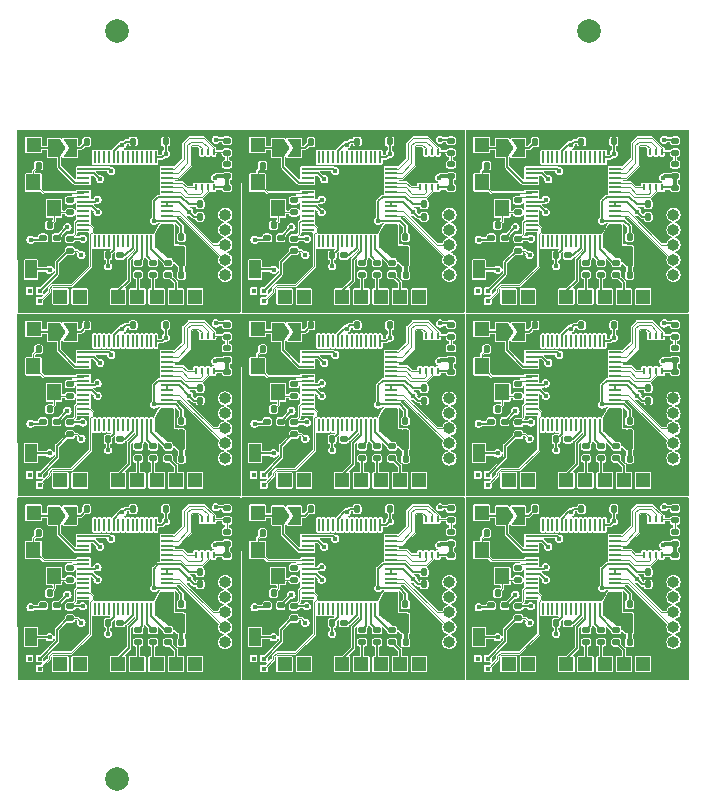
<source format=gtl>
G04 #@! TF.GenerationSoftware,KiCad,Pcbnew,7.0.2-6a45011f42~172~ubuntu22.04.1*
G04 #@! TF.CreationDate,2023-06-12T10:28:05+08:00*
G04 #@! TF.ProjectId,panel_3_3,70616e65-6c5f-4335-9f33-2e6b69636164,rev?*
G04 #@! TF.SameCoordinates,Original*
G04 #@! TF.FileFunction,Copper,L1,Top*
G04 #@! TF.FilePolarity,Positive*
%FSLAX46Y46*%
G04 Gerber Fmt 4.6, Leading zero omitted, Abs format (unit mm)*
G04 Created by KiCad (PCBNEW 7.0.2-6a45011f42~172~ubuntu22.04.1) date 2023-06-12 10:28:05*
%MOMM*%
%LPD*%
G01*
G04 APERTURE LIST*
G04 Aperture macros list*
%AMRoundRect*
0 Rectangle with rounded corners*
0 $1 Rounding radius*
0 $2 $3 $4 $5 $6 $7 $8 $9 X,Y pos of 4 corners*
0 Add a 4 corners polygon primitive as box body*
4,1,4,$2,$3,$4,$5,$6,$7,$8,$9,$2,$3,0*
0 Add four circle primitives for the rounded corners*
1,1,$1+$1,$2,$3*
1,1,$1+$1,$4,$5*
1,1,$1+$1,$6,$7*
1,1,$1+$1,$8,$9*
0 Add four rect primitives between the rounded corners*
20,1,$1+$1,$2,$3,$4,$5,0*
20,1,$1+$1,$4,$5,$6,$7,0*
20,1,$1+$1,$6,$7,$8,$9,0*
20,1,$1+$1,$8,$9,$2,$3,0*%
%AMFreePoly0*
4,1,6,1.000000,0.000000,0.500000,-0.750000,-0.500000,-0.750000,-0.500000,0.750000,0.500000,0.750000,1.000000,0.000000,1.000000,0.000000,$1*%
%AMFreePoly1*
4,1,6,0.500000,-0.750000,-0.650000,-0.750000,-0.150000,0.000000,-0.650000,0.750000,0.500000,0.750000,0.500000,-0.750000,0.500000,-0.750000,$1*%
G04 Aperture macros list end*
G04 #@! TA.AperFunction,SMDPad,CuDef*
%ADD10R,0.280000X0.600000*%
G04 #@! TD*
G04 #@! TA.AperFunction,SMDPad,CuDef*
%ADD11R,1.700000X0.300000*%
G04 #@! TD*
G04 #@! TA.AperFunction,SMDPad,CuDef*
%ADD12RoundRect,0.135000X-0.185000X0.135000X-0.185000X-0.135000X0.185000X-0.135000X0.185000X0.135000X0*%
G04 #@! TD*
G04 #@! TA.AperFunction,ComponentPad*
%ADD13R,1.200000X1.200000*%
G04 #@! TD*
G04 #@! TA.AperFunction,SMDPad,CuDef*
%ADD14RoundRect,0.140000X0.140000X0.170000X-0.140000X0.170000X-0.140000X-0.170000X0.140000X-0.170000X0*%
G04 #@! TD*
G04 #@! TA.AperFunction,SMDPad,CuDef*
%ADD15RoundRect,0.140000X-0.140000X-0.170000X0.140000X-0.170000X0.140000X0.170000X-0.140000X0.170000X0*%
G04 #@! TD*
G04 #@! TA.AperFunction,SMDPad,CuDef*
%ADD16RoundRect,0.140000X-0.170000X0.140000X-0.170000X-0.140000X0.170000X-0.140000X0.170000X0.140000X0*%
G04 #@! TD*
G04 #@! TA.AperFunction,SMDPad,CuDef*
%ADD17R,0.450000X0.450000*%
G04 #@! TD*
G04 #@! TA.AperFunction,SMDPad,CuDef*
%ADD18RoundRect,0.135000X0.185000X-0.135000X0.185000X0.135000X-0.185000X0.135000X-0.185000X-0.135000X0*%
G04 #@! TD*
G04 #@! TA.AperFunction,SMDPad,CuDef*
%ADD19RoundRect,0.135000X-0.135000X-0.185000X0.135000X-0.185000X0.135000X0.185000X-0.135000X0.185000X0*%
G04 #@! TD*
G04 #@! TA.AperFunction,SMDPad,CuDef*
%ADD20R,1.200000X1.400000*%
G04 #@! TD*
G04 #@! TA.AperFunction,SMDPad,CuDef*
%ADD21R,0.200000X1.100000*%
G04 #@! TD*
G04 #@! TA.AperFunction,SMDPad,CuDef*
%ADD22R,1.100000X0.200000*%
G04 #@! TD*
G04 #@! TA.AperFunction,SMDPad,CuDef*
%ADD23R,3.100000X3.100000*%
G04 #@! TD*
G04 #@! TA.AperFunction,SMDPad,CuDef*
%ADD24FreePoly0,0.000000*%
G04 #@! TD*
G04 #@! TA.AperFunction,SMDPad,CuDef*
%ADD25FreePoly1,0.000000*%
G04 #@! TD*
G04 #@! TA.AperFunction,SMDPad,CuDef*
%ADD26R,1.000000X1.524000*%
G04 #@! TD*
G04 #@! TA.AperFunction,SMDPad,CuDef*
%ADD27C,2.000000*%
G04 #@! TD*
G04 #@! TA.AperFunction,ComponentPad*
%ADD28O,1.000000X1.000000*%
G04 #@! TD*
G04 #@! TA.AperFunction,ViaPad*
%ADD29C,0.450000*%
G04 #@! TD*
G04 #@! TA.AperFunction,Conductor*
%ADD30C,0.200000*%
G04 #@! TD*
G04 #@! TA.AperFunction,Conductor*
%ADD31C,0.357600*%
G04 #@! TD*
G04 #@! TA.AperFunction,Conductor*
%ADD32C,0.100000*%
G04 #@! TD*
G04 APERTURE END LIST*
D10*
G04 #@! TO.P,U2,1,CS#*
G04 #@! TO.N,Board_2-QSPI_CS*
X61140000Y-13555500D03*
G04 #@! TO.P,U2,2,DO(IO1)*
G04 #@! TO.N,Board_2-QSPI_SD1*
X60640000Y-13555500D03*
G04 #@! TO.P,U2,3,WP#(IO2)*
G04 #@! TO.N,Board_2-QSPI_SD2*
X60140000Y-13555500D03*
G04 #@! TO.P,U2,4,GND*
G04 #@! TO.N,Board_2-GND*
X59640000Y-13555500D03*
G04 #@! TO.P,U2,5,DI(IO0)*
G04 #@! TO.N,Board_2-QSPI_SD0*
X59640000Y-16569500D03*
G04 #@! TO.P,U2,6,CLK*
G04 #@! TO.N,Board_2-QSPI_SCK*
X60140000Y-16569500D03*
G04 #@! TO.P,U2,7,HOLD#orRESET#(IO3)*
G04 #@! TO.N,Board_2-QSPI_SD3*
X60640000Y-16569500D03*
G04 #@! TO.P,U2,8,VCC*
G04 #@! TO.N,Board_2-+3V3*
X61140000Y-16569500D03*
D11*
G04 #@! TO.P,U2,9,EP*
G04 #@! TO.N,Board_2-GND*
X60390000Y-15062500D03*
G04 #@! TD*
D12*
G04 #@! TO.P,R3,1*
G04 #@! TO.N,Board_8-BOARD_DET*
X53210000Y-53450000D03*
G04 #@! TO.P,R3,2*
G04 #@! TO.N,Board_8-GND*
X53210000Y-54470000D03*
G04 #@! TD*
G04 #@! TO.P,R5,1*
G04 #@! TO.N,Board_4-BOOT*
X43295000Y-28180000D03*
G04 #@! TO.P,R5,2*
G04 #@! TO.N,Board_4-QSPI_CS*
X43295000Y-29200000D03*
G04 #@! TD*
D13*
G04 #@! TO.P,J7,1,Pin_1*
G04 #@! TO.N,Board_7-NS_SCL*
X29202500Y-56930000D03*
G04 #@! TD*
D12*
G04 #@! TO.P,R3,1*
G04 #@! TO.N,Board_7-BOARD_DET*
X34240000Y-53450000D03*
G04 #@! TO.P,R3,2*
G04 #@! TO.N,Board_7-GND*
X34240000Y-54470000D03*
G04 #@! TD*
D14*
G04 #@! TO.P,C7,1*
G04 #@! TO.N,Board_1-+3V3*
X33225000Y-22330000D03*
G04 #@! TO.P,C7,2*
G04 #@! TO.N,Board_1-GND*
X32265000Y-22330000D03*
G04 #@! TD*
D15*
G04 #@! TO.P,C2,1*
G04 #@! TO.N,Board_2-+1V1*
X59985000Y-18000000D03*
G04 #@! TO.P,C2,2*
G04 #@! TO.N,Board_2-GND*
X60945000Y-18000000D03*
G04 #@! TD*
D10*
G04 #@! TO.P,U2,1,CS#*
G04 #@! TO.N,Board_0-QSPI_CS*
X23200000Y-13555500D03*
G04 #@! TO.P,U2,2,DO(IO1)*
G04 #@! TO.N,Board_0-QSPI_SD1*
X22700000Y-13555500D03*
G04 #@! TO.P,U2,3,WP#(IO2)*
G04 #@! TO.N,Board_0-QSPI_SD2*
X22200000Y-13555500D03*
G04 #@! TO.P,U2,4,GND*
G04 #@! TO.N,Board_0-GND*
X21700000Y-13555500D03*
G04 #@! TO.P,U2,5,DI(IO0)*
G04 #@! TO.N,Board_0-QSPI_SD0*
X21700000Y-16569500D03*
G04 #@! TO.P,U2,6,CLK*
G04 #@! TO.N,Board_0-QSPI_SCK*
X22200000Y-16569500D03*
G04 #@! TO.P,U2,7,HOLD#orRESET#(IO3)*
G04 #@! TO.N,Board_0-QSPI_SD3*
X22700000Y-16569500D03*
G04 #@! TO.P,U2,8,VCC*
G04 #@! TO.N,Board_0-+3V3*
X23200000Y-16569500D03*
D11*
G04 #@! TO.P,U2,9,EP*
G04 #@! TO.N,Board_0-GND*
X22450000Y-15062500D03*
G04 #@! TD*
D15*
G04 #@! TO.P,C9,1*
G04 #@! TO.N,Board_3-+3V3*
X20470000Y-38455000D03*
G04 #@! TO.P,C9,2*
G04 #@! TO.N,Board_3-GND*
X21430000Y-38455000D03*
G04 #@! TD*
G04 #@! TO.P,C1,1*
G04 #@! TO.N,Board_5-GND*
X46295000Y-35350000D03*
G04 #@! TO.P,C1,2*
G04 #@! TO.N,Board_5-Net-(X1-OSC1)*
X47255000Y-35350000D03*
G04 #@! TD*
D13*
G04 #@! TO.P,J9,1,Pin_1*
G04 #@! TO.N,Board_8-GND*
X51427500Y-56930000D03*
G04 #@! TD*
G04 #@! TO.P,J3,1,Pin_1*
G04 #@! TO.N,Board_7-NS_CLK*
X35712500Y-56930000D03*
G04 #@! TD*
D16*
G04 #@! TO.P,C13,1*
G04 #@! TO.N,Board_3-+3V3*
X8765000Y-36405000D03*
G04 #@! TO.P,C13,2*
G04 #@! TO.N,Board_3-GND*
X8765000Y-37365000D03*
G04 #@! TD*
D17*
G04 #@! TO.P,U5,1,DOUT*
G04 #@! TO.N,Board_4-unconnected-(U5-DOUT-Pad1)*
X26585000Y-40905000D03*
G04 #@! TO.P,U5,2,VDD*
G04 #@! TO.N,Board_4-+3V3*
X27435000Y-40905000D03*
G04 #@! TO.P,U5,3,GND*
G04 #@! TO.N,Board_4-GND*
X26585000Y-41755000D03*
G04 #@! TO.P,U5,4,DIN*
G04 #@! TO.N,Board_4-LED_DATA*
X27435000Y-41755000D03*
G04 #@! TD*
D12*
G04 #@! TO.P,R9,1*
G04 #@! TO.N,Board_5-Net-(U1-GPIO27_ADC1)*
X54735000Y-38490000D03*
G04 #@! TO.P,R9,2*
G04 #@! TO.N,Board_5-NS_CLK*
X54735000Y-39510000D03*
G04 #@! TD*
D18*
G04 #@! TO.P,R6,1*
G04 #@! TO.N,Board_6-+3V3*
X24325000Y-46745000D03*
G04 #@! TO.P,R6,2*
G04 #@! TO.N,Board_6-QSPI_CS*
X24325000Y-45725000D03*
G04 #@! TD*
D12*
G04 #@! TO.P,R3,1*
G04 #@! TO.N,Board_1-BOARD_DET*
X34240000Y-22330000D03*
G04 #@! TO.P,R3,2*
G04 #@! TO.N,Board_1-GND*
X34240000Y-23350000D03*
G04 #@! TD*
D14*
G04 #@! TO.P,C7,1*
G04 #@! TO.N,Board_0-+3V3*
X14255000Y-22330000D03*
G04 #@! TO.P,C7,2*
G04 #@! TO.N,Board_0-GND*
X13295000Y-22330000D03*
G04 #@! TD*
D19*
G04 #@! TO.P,R12,1*
G04 #@! TO.N,Board_1-Net-(JP1-B)*
X31435000Y-12700000D03*
G04 #@! TO.P,R12,2*
G04 #@! TO.N,Board_1-GND*
X32455000Y-12700000D03*
G04 #@! TD*
D15*
G04 #@! TO.P,C2,1*
G04 #@! TO.N,Board_8-+1V1*
X59985000Y-49120000D03*
G04 #@! TO.P,C2,2*
G04 #@! TO.N,Board_8-GND*
X60945000Y-49120000D03*
G04 #@! TD*
G04 #@! TO.P,C9,1*
G04 #@! TO.N,Board_2-+3V3*
X58410000Y-22895000D03*
G04 #@! TO.P,C9,2*
G04 #@! TO.N,Board_2-GND*
X59370000Y-22895000D03*
G04 #@! TD*
D12*
G04 #@! TO.P,R9,1*
G04 #@! TO.N,Board_0-Net-(U1-GPIO27_ADC1)*
X16795000Y-22930000D03*
G04 #@! TO.P,R9,2*
G04 #@! TO.N,Board_0-NS_CLK*
X16795000Y-23950000D03*
G04 #@! TD*
D15*
G04 #@! TO.P,C1,1*
G04 #@! TO.N,Board_3-GND*
X8355000Y-35350000D03*
G04 #@! TO.P,C1,2*
G04 #@! TO.N,Board_3-Net-(X1-OSC1)*
X9315000Y-35350000D03*
G04 #@! TD*
D13*
G04 #@! TO.P,J6,1,Pin_1*
G04 #@! TO.N,Board_4-NS_SDA*
X30835000Y-41370000D03*
G04 #@! TD*
D20*
G04 #@! TO.P,X1,1,OSC1*
G04 #@! TO.N,Board_6-Net-(X1-OSC1)*
X9697000Y-49473000D03*
G04 #@! TO.P,X1,2,2*
G04 #@! TO.N,Board_6-GND*
X9697000Y-47273000D03*
G04 #@! TO.P,X1,3,OSC2*
G04 #@! TO.N,Board_6-XIN*
X7947000Y-47273000D03*
G04 #@! TO.P,X1,4,4*
G04 #@! TO.N,Board_6-GND*
X7947000Y-49473000D03*
G04 #@! TD*
D21*
G04 #@! TO.P,U1,1,IOVDD*
G04 #@! TO.N,Board_8-+3V3*
X56270000Y-45145000D03*
G04 #@! TO.P,U1,2,GPIO0*
G04 #@! TO.N,Board_8-unconnected-(U1-GPIO0-Pad2)*
X55870000Y-45145000D03*
G04 #@! TO.P,U1,3,GPIO1*
G04 #@! TO.N,Board_8-unconnected-(U1-GPIO1-Pad3)*
X55470000Y-45145000D03*
G04 #@! TO.P,U1,4,GPIO2*
G04 #@! TO.N,Board_8-unconnected-(U1-GPIO2-Pad4)*
X55070000Y-45145000D03*
G04 #@! TO.P,U1,5,GPIO3*
G04 #@! TO.N,Board_8-unconnected-(U1-GPIO3-Pad5)*
X54670000Y-45145000D03*
G04 #@! TO.P,U1,6,GPIO4*
G04 #@! TO.N,Board_8-unconnected-(U1-GPIO4-Pad6)*
X54270000Y-45145000D03*
G04 #@! TO.P,U1,7,GPIO5*
G04 #@! TO.N,Board_8-unconnected-(U1-GPIO5-Pad7)*
X53870000Y-45145000D03*
G04 #@! TO.P,U1,8,GPIO6*
G04 #@! TO.N,Board_8-unconnected-(U1-GPIO6-Pad8)*
X53470000Y-45145000D03*
G04 #@! TO.P,U1,9,GPIO7*
G04 #@! TO.N,Board_8-unconnected-(U1-GPIO7-Pad9)*
X53070000Y-45145000D03*
G04 #@! TO.P,U1,10,IOVDD*
G04 #@! TO.N,Board_8-+3V3*
X52670000Y-45145000D03*
G04 #@! TO.P,U1,11,GPIO8*
G04 #@! TO.N,Board_8-unconnected-(U1-GPIO8-Pad11)*
X52270000Y-45145000D03*
G04 #@! TO.P,U1,12,GPIO9*
G04 #@! TO.N,Board_8-unconnected-(U1-GPIO9-Pad12)*
X51870000Y-45145000D03*
G04 #@! TO.P,U1,13,GPIO10*
G04 #@! TO.N,Board_8-unconnected-(U1-GPIO10-Pad13)*
X51470000Y-45145000D03*
G04 #@! TO.P,U1,14,GPIO11*
G04 #@! TO.N,Board_8-unconnected-(U1-GPIO11-Pad14)*
X51070000Y-45145000D03*
D22*
G04 #@! TO.P,U1,15,GPIO12*
G04 #@! TO.N,Board_8-NS_SDA*
X50120000Y-46095000D03*
G04 #@! TO.P,U1,16,GPIO13*
G04 #@! TO.N,Board_8-NS_SCL*
X50120000Y-46495000D03*
G04 #@! TO.P,U1,17,GPIO14*
G04 #@! TO.N,Board_8-unconnected-(U1-GPIO14-Pad17)*
X50120000Y-46895000D03*
G04 #@! TO.P,U1,18,GPIO15*
G04 #@! TO.N,Board_8-NS_CPU*
X50120000Y-47295000D03*
G04 #@! TO.P,U1,19,TESTEN*
G04 #@! TO.N,Board_8-GND*
X50120000Y-47695000D03*
G04 #@! TO.P,U1,20,XIN*
G04 #@! TO.N,Board_8-XIN*
X50120000Y-48095000D03*
G04 #@! TO.P,U1,21,XOUT*
G04 #@! TO.N,Board_8-XOUT*
X50120000Y-48495000D03*
G04 #@! TO.P,U1,22,IOVDD*
G04 #@! TO.N,Board_8-+3V3*
X50120000Y-48895000D03*
G04 #@! TO.P,U1,23,DVDD*
G04 #@! TO.N,Board_8-+1V1*
X50120000Y-49295000D03*
G04 #@! TO.P,U1,24,SWCLK*
G04 #@! TO.N,Board_8-DBG_CLK*
X50120000Y-49695000D03*
G04 #@! TO.P,U1,25,SWD*
G04 #@! TO.N,Board_8-DBG_DAT*
X50120000Y-50095000D03*
G04 #@! TO.P,U1,26,RUN*
G04 #@! TO.N,Board_8-RST*
X50120000Y-50495000D03*
G04 #@! TO.P,U1,27,GPIO16*
G04 #@! TO.N,Board_8-LED_DATA*
X50120000Y-50895000D03*
G04 #@! TO.P,U1,28,GPIO17*
G04 #@! TO.N,Board_8-unconnected-(U1-GPIO17-Pad28)*
X50120000Y-51295000D03*
D21*
G04 #@! TO.P,U1,29,GPIO18*
G04 #@! TO.N,Board_8-unconnected-(U1-GPIO18-Pad29)*
X51070000Y-52245000D03*
G04 #@! TO.P,U1,30,GPIO19*
G04 #@! TO.N,Board_8-unconnected-(U1-GPIO19-Pad30)*
X51470000Y-52245000D03*
G04 #@! TO.P,U1,31,GPIO20*
G04 #@! TO.N,Board_8-unconnected-(U1-GPIO20-Pad31)*
X51870000Y-52245000D03*
G04 #@! TO.P,U1,32,GPIO21*
G04 #@! TO.N,Board_8-unconnected-(U1-GPIO21-Pad32)*
X52270000Y-52245000D03*
G04 #@! TO.P,U1,33,IOVDD*
G04 #@! TO.N,Board_8-+3V3*
X52670000Y-52245000D03*
G04 #@! TO.P,U1,34,GPIO22*
G04 #@! TO.N,Board_8-unconnected-(U1-GPIO22-Pad34)*
X53070000Y-52245000D03*
G04 #@! TO.P,U1,35,GPIO23*
G04 #@! TO.N,Board_8-unconnected-(U1-GPIO23-Pad35)*
X53470000Y-52245000D03*
G04 #@! TO.P,U1,36,GPIO24*
G04 #@! TO.N,Board_8-unconnected-(U1-GPIO24-Pad36)*
X53870000Y-52245000D03*
G04 #@! TO.P,U1,37,GPIO25*
G04 #@! TO.N,Board_8-BOARD_DET*
X54270000Y-52245000D03*
G04 #@! TO.P,U1,38,GPIO26_ADC0*
G04 #@! TO.N,Board_8-NS_RST*
X54670000Y-52245000D03*
G04 #@! TO.P,U1,39,GPIO27_ADC1*
G04 #@! TO.N,Board_8-Net-(U1-GPIO27_ADC1)*
X55070000Y-52245000D03*
G04 #@! TO.P,U1,40,GPIO28_ADC2*
G04 #@! TO.N,Board_8-Net-(U1-GPIO28_ADC2)*
X55470000Y-52245000D03*
G04 #@! TO.P,U1,41,GPIO29_ADC3*
G04 #@! TO.N,Board_8-Net-(U1-GPIO29_ADC3)*
X55870000Y-52245000D03*
G04 #@! TO.P,U1,42,IOVDD*
G04 #@! TO.N,Board_8-+3V3*
X56270000Y-52245000D03*
D22*
G04 #@! TO.P,U1,43,ADC_AVDD*
X57220000Y-51295000D03*
G04 #@! TO.P,U1,44,VREG_IN*
X57220000Y-50895000D03*
G04 #@! TO.P,U1,45,VREG_VOUT*
G04 #@! TO.N,Board_8-+1V1*
X57220000Y-50495000D03*
G04 #@! TO.P,U1,46,USB_DM*
G04 #@! TO.N,Board_8-D-*
X57220000Y-50095000D03*
G04 #@! TO.P,U1,47,USB_DP*
G04 #@! TO.N,Board_8-D+*
X57220000Y-49695000D03*
G04 #@! TO.P,U1,48,USB_VDD*
G04 #@! TO.N,Board_8-+3V3*
X57220000Y-49295000D03*
G04 #@! TO.P,U1,49,IOVDD*
X57220000Y-48895000D03*
G04 #@! TO.P,U1,50,DVDD*
G04 #@! TO.N,Board_8-+1V1*
X57220000Y-48495000D03*
G04 #@! TO.P,U1,51,QSPI_SD3*
G04 #@! TO.N,Board_8-QSPI_SD3*
X57220000Y-48095000D03*
G04 #@! TO.P,U1,52,QSPI_SCLK*
G04 #@! TO.N,Board_8-QSPI_SCK*
X57220000Y-47695000D03*
G04 #@! TO.P,U1,53,QSPI_SD0*
G04 #@! TO.N,Board_8-QSPI_SD0*
X57220000Y-47295000D03*
G04 #@! TO.P,U1,54,QSPI_SD2*
G04 #@! TO.N,Board_8-QSPI_SD2*
X57220000Y-46895000D03*
G04 #@! TO.P,U1,55,QSPI_SD1*
G04 #@! TO.N,Board_8-QSPI_SD1*
X57220000Y-46495000D03*
G04 #@! TO.P,U1,56,QSPI_SS*
G04 #@! TO.N,Board_8-QSPI_CS*
X57220000Y-46095000D03*
D23*
G04 #@! TO.P,U1,57,GND*
G04 #@! TO.N,Board_8-GND*
X53670000Y-48695000D03*
G04 #@! TD*
D13*
G04 #@! TO.P,J4,1,Pin_1*
G04 #@! TO.N,Board_2-NS_CMD*
X56310000Y-25810000D03*
G04 #@! TD*
D24*
G04 #@! TO.P,JP1,1,A*
G04 #@! TO.N,Board_0-NS_CPU*
X9680000Y-13230000D03*
D25*
G04 #@! TO.P,JP1,2,B*
G04 #@! TO.N,Board_0-Net-(JP1-B)*
X11130000Y-13230000D03*
G04 #@! TD*
D20*
G04 #@! TO.P,X1,1,OSC1*
G04 #@! TO.N,Board_8-Net-(X1-OSC1)*
X47637000Y-49473000D03*
G04 #@! TO.P,X1,2,2*
G04 #@! TO.N,Board_8-GND*
X47637000Y-47273000D03*
G04 #@! TO.P,X1,3,OSC2*
G04 #@! TO.N,Board_8-XIN*
X45887000Y-47273000D03*
G04 #@! TO.P,X1,4,4*
G04 #@! TO.N,Board_8-GND*
X45887000Y-49473000D03*
G04 #@! TD*
D26*
G04 #@! TO.P,SW1,1,1*
G04 #@! TO.N,Board_5-BOOT*
X45675000Y-39080000D03*
G04 #@! TO.P,SW1,2,2*
G04 #@! TO.N,Board_5-GND*
X48875000Y-39080000D03*
G04 #@! TD*
D12*
G04 #@! TO.P,R5,1*
G04 #@! TO.N,Board_1-BOOT*
X43295000Y-12620000D03*
G04 #@! TO.P,R5,2*
G04 #@! TO.N,Board_1-QSPI_CS*
X43295000Y-13640000D03*
G04 #@! TD*
D18*
G04 #@! TO.P,R6,1*
G04 #@! TO.N,Board_2-+3V3*
X62265000Y-15625000D03*
G04 #@! TO.P,R6,2*
G04 #@! TO.N,Board_2-QSPI_CS*
X62265000Y-14605000D03*
G04 #@! TD*
D15*
G04 #@! TO.P,C11,1*
G04 #@! TO.N,Board_5-+3V3*
X57085000Y-28240000D03*
G04 #@! TO.P,C11,2*
G04 #@! TO.N,Board_5-GND*
X58045000Y-28240000D03*
G04 #@! TD*
D18*
G04 #@! TO.P,R6,1*
G04 #@! TO.N,Board_1-+3V3*
X43295000Y-15625000D03*
G04 #@! TO.P,R6,2*
G04 #@! TO.N,Board_1-QSPI_CS*
X43295000Y-14605000D03*
G04 #@! TD*
D12*
G04 #@! TO.P,R3,1*
G04 #@! TO.N,Board_6-BOARD_DET*
X15270000Y-53450000D03*
G04 #@! TO.P,R3,2*
G04 #@! TO.N,Board_6-GND*
X15270000Y-54470000D03*
G04 #@! TD*
D15*
G04 #@! TO.P,C12,1*
G04 #@! TO.N,Board_0-+3V3*
X16380000Y-12685000D03*
G04 #@! TO.P,C12,2*
G04 #@! TO.N,Board_0-GND*
X17340000Y-12685000D03*
G04 #@! TD*
G04 #@! TO.P,C1,1*
G04 #@! TO.N,Board_4-GND*
X27325000Y-35350000D03*
G04 #@! TO.P,C1,2*
G04 #@! TO.N,Board_4-Net-(X1-OSC1)*
X28285000Y-35350000D03*
G04 #@! TD*
D13*
G04 #@! TO.P,J3,1,Pin_1*
G04 #@! TO.N,Board_5-NS_CLK*
X54682500Y-41370000D03*
G04 #@! TD*
D12*
G04 #@! TO.P,R10,1*
G04 #@! TO.N,Board_0-Net-(U1-GPIO28_ADC2)*
X18075000Y-22930000D03*
G04 #@! TO.P,R10,2*
G04 #@! TO.N,Board_0-NS_CMD*
X18075000Y-23950000D03*
G04 #@! TD*
D15*
G04 #@! TO.P,C2,1*
G04 #@! TO.N,Board_5-+1V1*
X59985000Y-33560000D03*
G04 #@! TO.P,C2,2*
G04 #@! TO.N,Board_5-GND*
X60945000Y-33560000D03*
G04 #@! TD*
D10*
G04 #@! TO.P,U2,1,CS#*
G04 #@! TO.N,Board_1-QSPI_CS*
X42170000Y-13555500D03*
G04 #@! TO.P,U2,2,DO(IO1)*
G04 #@! TO.N,Board_1-QSPI_SD1*
X41670000Y-13555500D03*
G04 #@! TO.P,U2,3,WP#(IO2)*
G04 #@! TO.N,Board_1-QSPI_SD2*
X41170000Y-13555500D03*
G04 #@! TO.P,U2,4,GND*
G04 #@! TO.N,Board_1-GND*
X40670000Y-13555500D03*
G04 #@! TO.P,U2,5,DI(IO0)*
G04 #@! TO.N,Board_1-QSPI_SD0*
X40670000Y-16569500D03*
G04 #@! TO.P,U2,6,CLK*
G04 #@! TO.N,Board_1-QSPI_SCK*
X41170000Y-16569500D03*
G04 #@! TO.P,U2,7,HOLD#orRESET#(IO3)*
G04 #@! TO.N,Board_1-QSPI_SD3*
X41670000Y-16569500D03*
G04 #@! TO.P,U2,8,VCC*
G04 #@! TO.N,Board_1-+3V3*
X42170000Y-16569500D03*
D11*
G04 #@! TO.P,U2,9,EP*
G04 #@! TO.N,Board_1-GND*
X41420000Y-15062500D03*
G04 #@! TD*
D15*
G04 #@! TO.P,C1,1*
G04 #@! TO.N,Board_8-GND*
X46295000Y-50910000D03*
G04 #@! TO.P,C1,2*
G04 #@! TO.N,Board_8-Net-(X1-OSC1)*
X47255000Y-50910000D03*
G04 #@! TD*
G04 #@! TO.P,C11,1*
G04 #@! TO.N,Board_3-+3V3*
X19145000Y-28240000D03*
G04 #@! TO.P,C11,2*
G04 #@! TO.N,Board_3-GND*
X20105000Y-28240000D03*
G04 #@! TD*
D13*
G04 #@! TO.P,J3,1,Pin_1*
G04 #@! TO.N,Board_1-NS_CLK*
X35712500Y-25810000D03*
G04 #@! TD*
G04 #@! TO.P,J10,1,Pin_1*
G04 #@! TO.N,Board_6-+3V3*
X21625000Y-56930000D03*
G04 #@! TD*
D12*
G04 #@! TO.P,R3,1*
G04 #@! TO.N,Board_5-BOARD_DET*
X53210000Y-37890000D03*
G04 #@! TO.P,R3,2*
G04 #@! TO.N,Board_5-GND*
X53210000Y-38910000D03*
G04 #@! TD*
G04 #@! TO.P,R3,1*
G04 #@! TO.N,Board_0-BOARD_DET*
X15270000Y-22330000D03*
G04 #@! TO.P,R3,2*
G04 #@! TO.N,Board_0-GND*
X15270000Y-23350000D03*
G04 #@! TD*
D18*
G04 #@! TO.P,R2,1*
G04 #@! TO.N,Board_0-+3V3*
X11055000Y-21930000D03*
G04 #@! TO.P,R2,2*
G04 #@! TO.N,Board_0-RST*
X11055000Y-20910000D03*
G04 #@! TD*
D26*
G04 #@! TO.P,SW1,1,1*
G04 #@! TO.N,Board_2-BOOT*
X45675000Y-23520000D03*
G04 #@! TO.P,SW1,2,2*
G04 #@! TO.N,Board_2-GND*
X48875000Y-23520000D03*
G04 #@! TD*
D15*
G04 #@! TO.P,C2,1*
G04 #@! TO.N,Board_1-+1V1*
X41015000Y-18000000D03*
G04 #@! TO.P,C2,2*
G04 #@! TO.N,Board_1-GND*
X41975000Y-18000000D03*
G04 #@! TD*
D16*
G04 #@! TO.P,C4,1*
G04 #@! TO.N,Board_4-+1V1*
X28865000Y-36400000D03*
G04 #@! TO.P,C4,2*
G04 #@! TO.N,Board_4-GND*
X28865000Y-37360000D03*
G04 #@! TD*
G04 #@! TO.P,C4,1*
G04 #@! TO.N,Board_7-+1V1*
X28865000Y-51960000D03*
G04 #@! TO.P,C4,2*
G04 #@! TO.N,Board_7-GND*
X28865000Y-52920000D03*
G04 #@! TD*
D21*
G04 #@! TO.P,U1,1,IOVDD*
G04 #@! TO.N,Board_0-+3V3*
X18330000Y-14025000D03*
G04 #@! TO.P,U1,2,GPIO0*
G04 #@! TO.N,Board_0-unconnected-(U1-GPIO0-Pad2)*
X17930000Y-14025000D03*
G04 #@! TO.P,U1,3,GPIO1*
G04 #@! TO.N,Board_0-unconnected-(U1-GPIO1-Pad3)*
X17530000Y-14025000D03*
G04 #@! TO.P,U1,4,GPIO2*
G04 #@! TO.N,Board_0-unconnected-(U1-GPIO2-Pad4)*
X17130000Y-14025000D03*
G04 #@! TO.P,U1,5,GPIO3*
G04 #@! TO.N,Board_0-unconnected-(U1-GPIO3-Pad5)*
X16730000Y-14025000D03*
G04 #@! TO.P,U1,6,GPIO4*
G04 #@! TO.N,Board_0-unconnected-(U1-GPIO4-Pad6)*
X16330000Y-14025000D03*
G04 #@! TO.P,U1,7,GPIO5*
G04 #@! TO.N,Board_0-unconnected-(U1-GPIO5-Pad7)*
X15930000Y-14025000D03*
G04 #@! TO.P,U1,8,GPIO6*
G04 #@! TO.N,Board_0-unconnected-(U1-GPIO6-Pad8)*
X15530000Y-14025000D03*
G04 #@! TO.P,U1,9,GPIO7*
G04 #@! TO.N,Board_0-unconnected-(U1-GPIO7-Pad9)*
X15130000Y-14025000D03*
G04 #@! TO.P,U1,10,IOVDD*
G04 #@! TO.N,Board_0-+3V3*
X14730000Y-14025000D03*
G04 #@! TO.P,U1,11,GPIO8*
G04 #@! TO.N,Board_0-unconnected-(U1-GPIO8-Pad11)*
X14330000Y-14025000D03*
G04 #@! TO.P,U1,12,GPIO9*
G04 #@! TO.N,Board_0-unconnected-(U1-GPIO9-Pad12)*
X13930000Y-14025000D03*
G04 #@! TO.P,U1,13,GPIO10*
G04 #@! TO.N,Board_0-unconnected-(U1-GPIO10-Pad13)*
X13530000Y-14025000D03*
G04 #@! TO.P,U1,14,GPIO11*
G04 #@! TO.N,Board_0-unconnected-(U1-GPIO11-Pad14)*
X13130000Y-14025000D03*
D22*
G04 #@! TO.P,U1,15,GPIO12*
G04 #@! TO.N,Board_0-NS_SDA*
X12180000Y-14975000D03*
G04 #@! TO.P,U1,16,GPIO13*
G04 #@! TO.N,Board_0-NS_SCL*
X12180000Y-15375000D03*
G04 #@! TO.P,U1,17,GPIO14*
G04 #@! TO.N,Board_0-unconnected-(U1-GPIO14-Pad17)*
X12180000Y-15775000D03*
G04 #@! TO.P,U1,18,GPIO15*
G04 #@! TO.N,Board_0-NS_CPU*
X12180000Y-16175000D03*
G04 #@! TO.P,U1,19,TESTEN*
G04 #@! TO.N,Board_0-GND*
X12180000Y-16575000D03*
G04 #@! TO.P,U1,20,XIN*
G04 #@! TO.N,Board_0-XIN*
X12180000Y-16975000D03*
G04 #@! TO.P,U1,21,XOUT*
G04 #@! TO.N,Board_0-XOUT*
X12180000Y-17375000D03*
G04 #@! TO.P,U1,22,IOVDD*
G04 #@! TO.N,Board_0-+3V3*
X12180000Y-17775000D03*
G04 #@! TO.P,U1,23,DVDD*
G04 #@! TO.N,Board_0-+1V1*
X12180000Y-18175000D03*
G04 #@! TO.P,U1,24,SWCLK*
G04 #@! TO.N,Board_0-DBG_CLK*
X12180000Y-18575000D03*
G04 #@! TO.P,U1,25,SWD*
G04 #@! TO.N,Board_0-DBG_DAT*
X12180000Y-18975000D03*
G04 #@! TO.P,U1,26,RUN*
G04 #@! TO.N,Board_0-RST*
X12180000Y-19375000D03*
G04 #@! TO.P,U1,27,GPIO16*
G04 #@! TO.N,Board_0-LED_DATA*
X12180000Y-19775000D03*
G04 #@! TO.P,U1,28,GPIO17*
G04 #@! TO.N,Board_0-unconnected-(U1-GPIO17-Pad28)*
X12180000Y-20175000D03*
D21*
G04 #@! TO.P,U1,29,GPIO18*
G04 #@! TO.N,Board_0-unconnected-(U1-GPIO18-Pad29)*
X13130000Y-21125000D03*
G04 #@! TO.P,U1,30,GPIO19*
G04 #@! TO.N,Board_0-unconnected-(U1-GPIO19-Pad30)*
X13530000Y-21125000D03*
G04 #@! TO.P,U1,31,GPIO20*
G04 #@! TO.N,Board_0-unconnected-(U1-GPIO20-Pad31)*
X13930000Y-21125000D03*
G04 #@! TO.P,U1,32,GPIO21*
G04 #@! TO.N,Board_0-unconnected-(U1-GPIO21-Pad32)*
X14330000Y-21125000D03*
G04 #@! TO.P,U1,33,IOVDD*
G04 #@! TO.N,Board_0-+3V3*
X14730000Y-21125000D03*
G04 #@! TO.P,U1,34,GPIO22*
G04 #@! TO.N,Board_0-unconnected-(U1-GPIO22-Pad34)*
X15130000Y-21125000D03*
G04 #@! TO.P,U1,35,GPIO23*
G04 #@! TO.N,Board_0-unconnected-(U1-GPIO23-Pad35)*
X15530000Y-21125000D03*
G04 #@! TO.P,U1,36,GPIO24*
G04 #@! TO.N,Board_0-unconnected-(U1-GPIO24-Pad36)*
X15930000Y-21125000D03*
G04 #@! TO.P,U1,37,GPIO25*
G04 #@! TO.N,Board_0-BOARD_DET*
X16330000Y-21125000D03*
G04 #@! TO.P,U1,38,GPIO26_ADC0*
G04 #@! TO.N,Board_0-NS_RST*
X16730000Y-21125000D03*
G04 #@! TO.P,U1,39,GPIO27_ADC1*
G04 #@! TO.N,Board_0-Net-(U1-GPIO27_ADC1)*
X17130000Y-21125000D03*
G04 #@! TO.P,U1,40,GPIO28_ADC2*
G04 #@! TO.N,Board_0-Net-(U1-GPIO28_ADC2)*
X17530000Y-21125000D03*
G04 #@! TO.P,U1,41,GPIO29_ADC3*
G04 #@! TO.N,Board_0-Net-(U1-GPIO29_ADC3)*
X17930000Y-21125000D03*
G04 #@! TO.P,U1,42,IOVDD*
G04 #@! TO.N,Board_0-+3V3*
X18330000Y-21125000D03*
D22*
G04 #@! TO.P,U1,43,ADC_AVDD*
X19280000Y-20175000D03*
G04 #@! TO.P,U1,44,VREG_IN*
X19280000Y-19775000D03*
G04 #@! TO.P,U1,45,VREG_VOUT*
G04 #@! TO.N,Board_0-+1V1*
X19280000Y-19375000D03*
G04 #@! TO.P,U1,46,USB_DM*
G04 #@! TO.N,Board_0-D-*
X19280000Y-18975000D03*
G04 #@! TO.P,U1,47,USB_DP*
G04 #@! TO.N,Board_0-D+*
X19280000Y-18575000D03*
G04 #@! TO.P,U1,48,USB_VDD*
G04 #@! TO.N,Board_0-+3V3*
X19280000Y-18175000D03*
G04 #@! TO.P,U1,49,IOVDD*
X19280000Y-17775000D03*
G04 #@! TO.P,U1,50,DVDD*
G04 #@! TO.N,Board_0-+1V1*
X19280000Y-17375000D03*
G04 #@! TO.P,U1,51,QSPI_SD3*
G04 #@! TO.N,Board_0-QSPI_SD3*
X19280000Y-16975000D03*
G04 #@! TO.P,U1,52,QSPI_SCLK*
G04 #@! TO.N,Board_0-QSPI_SCK*
X19280000Y-16575000D03*
G04 #@! TO.P,U1,53,QSPI_SD0*
G04 #@! TO.N,Board_0-QSPI_SD0*
X19280000Y-16175000D03*
G04 #@! TO.P,U1,54,QSPI_SD2*
G04 #@! TO.N,Board_0-QSPI_SD2*
X19280000Y-15775000D03*
G04 #@! TO.P,U1,55,QSPI_SD1*
G04 #@! TO.N,Board_0-QSPI_SD1*
X19280000Y-15375000D03*
G04 #@! TO.P,U1,56,QSPI_SS*
G04 #@! TO.N,Board_0-QSPI_CS*
X19280000Y-14975000D03*
D23*
G04 #@! TO.P,U1,57,GND*
G04 #@! TO.N,Board_0-GND*
X15730000Y-17575000D03*
G04 #@! TD*
D12*
G04 #@! TO.P,R9,1*
G04 #@! TO.N,Board_2-Net-(U1-GPIO27_ADC1)*
X54735000Y-22930000D03*
G04 #@! TO.P,R9,2*
G04 #@! TO.N,Board_2-NS_CLK*
X54735000Y-23950000D03*
G04 #@! TD*
D15*
G04 #@! TO.P,C9,1*
G04 #@! TO.N,Board_4-+3V3*
X39440000Y-38455000D03*
G04 #@! TO.P,C9,2*
G04 #@! TO.N,Board_4-GND*
X40400000Y-38455000D03*
G04 #@! TD*
G04 #@! TO.P,C12,1*
G04 #@! TO.N,Board_6-+3V3*
X16380000Y-43805000D03*
G04 #@! TO.P,C12,2*
G04 #@! TO.N,Board_6-GND*
X17340000Y-43805000D03*
G04 #@! TD*
G04 #@! TO.P,C8,1*
G04 #@! TO.N,Board_8-+3V3*
X58415000Y-55100000D03*
G04 #@! TO.P,C8,2*
G04 #@! TO.N,Board_8-GND*
X59375000Y-55100000D03*
G04 #@! TD*
D17*
G04 #@! TO.P,U5,1,DOUT*
G04 #@! TO.N,Board_1-unconnected-(U5-DOUT-Pad1)*
X26585000Y-25345000D03*
G04 #@! TO.P,U5,2,VDD*
G04 #@! TO.N,Board_1-+3V3*
X27435000Y-25345000D03*
G04 #@! TO.P,U5,3,GND*
G04 #@! TO.N,Board_1-GND*
X26585000Y-26195000D03*
G04 #@! TO.P,U5,4,DIN*
G04 #@! TO.N,Board_1-LED_DATA*
X27435000Y-26195000D03*
G04 #@! TD*
D15*
G04 #@! TO.P,C11,1*
G04 #@! TO.N,Board_8-+3V3*
X57085000Y-43800000D03*
G04 #@! TO.P,C11,2*
G04 #@! TO.N,Board_8-GND*
X58045000Y-43800000D03*
G04 #@! TD*
D13*
G04 #@! TO.P,J3,1,Pin_1*
G04 #@! TO.N,Board_8-NS_CLK*
X54682500Y-56930000D03*
G04 #@! TD*
D10*
G04 #@! TO.P,U2,1,CS#*
G04 #@! TO.N,Board_6-QSPI_CS*
X23200000Y-44675500D03*
G04 #@! TO.P,U2,2,DO(IO1)*
G04 #@! TO.N,Board_6-QSPI_SD1*
X22700000Y-44675500D03*
G04 #@! TO.P,U2,3,WP#(IO2)*
G04 #@! TO.N,Board_6-QSPI_SD2*
X22200000Y-44675500D03*
G04 #@! TO.P,U2,4,GND*
G04 #@! TO.N,Board_6-GND*
X21700000Y-44675500D03*
G04 #@! TO.P,U2,5,DI(IO0)*
G04 #@! TO.N,Board_6-QSPI_SD0*
X21700000Y-47689500D03*
G04 #@! TO.P,U2,6,CLK*
G04 #@! TO.N,Board_6-QSPI_SCK*
X22200000Y-47689500D03*
G04 #@! TO.P,U2,7,HOLD#orRESET#(IO3)*
G04 #@! TO.N,Board_6-QSPI_SD3*
X22700000Y-47689500D03*
G04 #@! TO.P,U2,8,VCC*
G04 #@! TO.N,Board_6-+3V3*
X23200000Y-47689500D03*
D11*
G04 #@! TO.P,U2,9,EP*
G04 #@! TO.N,Board_6-GND*
X22450000Y-46182500D03*
G04 #@! TD*
D15*
G04 #@! TO.P,C10,1*
G04 #@! TO.N,Board_4-+3V3*
X41015000Y-34620000D03*
G04 #@! TO.P,C10,2*
G04 #@! TO.N,Board_4-GND*
X41975000Y-34620000D03*
G04 #@! TD*
G04 #@! TO.P,C1,1*
G04 #@! TO.N,Board_6-GND*
X8355000Y-50910000D03*
G04 #@! TO.P,C1,2*
G04 #@! TO.N,Board_6-Net-(X1-OSC1)*
X9315000Y-50910000D03*
G04 #@! TD*
G04 #@! TO.P,C1,1*
G04 #@! TO.N,Board_0-GND*
X8355000Y-19790000D03*
G04 #@! TO.P,C1,2*
G04 #@! TO.N,Board_0-Net-(X1-OSC1)*
X9315000Y-19790000D03*
G04 #@! TD*
D14*
G04 #@! TO.P,C7,1*
G04 #@! TO.N,Board_3-+3V3*
X14255000Y-37890000D03*
G04 #@! TO.P,C7,2*
G04 #@! TO.N,Board_3-GND*
X13295000Y-37890000D03*
G04 #@! TD*
D15*
G04 #@! TO.P,C9,1*
G04 #@! TO.N,Board_8-+3V3*
X58410000Y-54015000D03*
G04 #@! TO.P,C9,2*
G04 #@! TO.N,Board_8-GND*
X59370000Y-54015000D03*
G04 #@! TD*
D27*
G04 #@! TO.P,REF\u002A\u002A,*
G04 #@! TO.N,*
X15000000Y-3350000D03*
G04 #@! TD*
D14*
G04 #@! TO.P,C6,1*
G04 #@! TO.N,Board_3-GND*
X21430000Y-37387500D03*
G04 #@! TO.P,C6,2*
G04 #@! TO.N,Board_3-+3V3*
X20470000Y-37387500D03*
G04 #@! TD*
D15*
G04 #@! TO.P,C11,1*
G04 #@! TO.N,Board_4-+3V3*
X38115000Y-28240000D03*
G04 #@! TO.P,C11,2*
G04 #@! TO.N,Board_4-GND*
X39075000Y-28240000D03*
G04 #@! TD*
D16*
G04 #@! TO.P,C14,1*
G04 #@! TO.N,Board_0-+3V3*
X24325000Y-16600000D03*
G04 #@! TO.P,C14,2*
G04 #@! TO.N,Board_0-GND*
X24325000Y-17560000D03*
G04 #@! TD*
D15*
G04 #@! TO.P,C10,1*
G04 #@! TO.N,Board_5-+3V3*
X59985000Y-34620000D03*
G04 #@! TO.P,C10,2*
G04 #@! TO.N,Board_5-GND*
X60945000Y-34620000D03*
G04 #@! TD*
D12*
G04 #@! TO.P,R5,1*
G04 #@! TO.N,Board_3-BOOT*
X24325000Y-28180000D03*
G04 #@! TO.P,R5,2*
G04 #@! TO.N,Board_3-QSPI_CS*
X24325000Y-29200000D03*
G04 #@! TD*
D15*
G04 #@! TO.P,C1,1*
G04 #@! TO.N,Board_1-GND*
X27325000Y-19790000D03*
G04 #@! TO.P,C1,2*
G04 #@! TO.N,Board_1-Net-(X1-OSC1)*
X28285000Y-19790000D03*
G04 #@! TD*
D13*
G04 #@! TO.P,J4,1,Pin_1*
G04 #@! TO.N,Board_5-NS_CMD*
X56310000Y-41370000D03*
G04 #@! TD*
D12*
G04 #@! TO.P,R9,1*
G04 #@! TO.N,Board_4-Net-(U1-GPIO27_ADC1)*
X35765000Y-38490000D03*
G04 #@! TO.P,R9,2*
G04 #@! TO.N,Board_4-NS_CLK*
X35765000Y-39510000D03*
G04 #@! TD*
D26*
G04 #@! TO.P,SW1,1,1*
G04 #@! TO.N,Board_3-BOOT*
X7735000Y-39080000D03*
G04 #@! TO.P,SW1,2,2*
G04 #@! TO.N,Board_3-GND*
X10935000Y-39080000D03*
G04 #@! TD*
D12*
G04 #@! TO.P,R11,1*
G04 #@! TO.N,Board_4-Net-(U1-GPIO29_ADC3)*
X38325000Y-38490000D03*
G04 #@! TO.P,R11,2*
G04 #@! TO.N,Board_4-NS_D0*
X38325000Y-39510000D03*
G04 #@! TD*
D16*
G04 #@! TO.P,C14,1*
G04 #@! TO.N,Board_7-+3V3*
X43295000Y-47720000D03*
G04 #@! TO.P,C14,2*
G04 #@! TO.N,Board_7-GND*
X43295000Y-48680000D03*
G04 #@! TD*
D19*
G04 #@! TO.P,R12,1*
G04 #@! TO.N,Board_2-Net-(JP1-B)*
X50405000Y-12700000D03*
G04 #@! TO.P,R12,2*
G04 #@! TO.N,Board_2-GND*
X51425000Y-12700000D03*
G04 #@! TD*
D15*
G04 #@! TO.P,C9,1*
G04 #@! TO.N,Board_1-+3V3*
X39440000Y-22895000D03*
G04 #@! TO.P,C9,2*
G04 #@! TO.N,Board_1-GND*
X40400000Y-22895000D03*
G04 #@! TD*
D14*
G04 #@! TO.P,C7,1*
G04 #@! TO.N,Board_6-+3V3*
X14255000Y-53450000D03*
G04 #@! TO.P,C7,2*
G04 #@! TO.N,Board_6-GND*
X13295000Y-53450000D03*
G04 #@! TD*
D24*
G04 #@! TO.P,JP1,1,A*
G04 #@! TO.N,Board_2-NS_CPU*
X47620000Y-13230000D03*
D25*
G04 #@! TO.P,JP1,2,B*
G04 #@! TO.N,Board_2-Net-(JP1-B)*
X49070000Y-13230000D03*
G04 #@! TD*
D21*
G04 #@! TO.P,U1,1,IOVDD*
G04 #@! TO.N,Board_5-+3V3*
X56270000Y-29585000D03*
G04 #@! TO.P,U1,2,GPIO0*
G04 #@! TO.N,Board_5-unconnected-(U1-GPIO0-Pad2)*
X55870000Y-29585000D03*
G04 #@! TO.P,U1,3,GPIO1*
G04 #@! TO.N,Board_5-unconnected-(U1-GPIO1-Pad3)*
X55470000Y-29585000D03*
G04 #@! TO.P,U1,4,GPIO2*
G04 #@! TO.N,Board_5-unconnected-(U1-GPIO2-Pad4)*
X55070000Y-29585000D03*
G04 #@! TO.P,U1,5,GPIO3*
G04 #@! TO.N,Board_5-unconnected-(U1-GPIO3-Pad5)*
X54670000Y-29585000D03*
G04 #@! TO.P,U1,6,GPIO4*
G04 #@! TO.N,Board_5-unconnected-(U1-GPIO4-Pad6)*
X54270000Y-29585000D03*
G04 #@! TO.P,U1,7,GPIO5*
G04 #@! TO.N,Board_5-unconnected-(U1-GPIO5-Pad7)*
X53870000Y-29585000D03*
G04 #@! TO.P,U1,8,GPIO6*
G04 #@! TO.N,Board_5-unconnected-(U1-GPIO6-Pad8)*
X53470000Y-29585000D03*
G04 #@! TO.P,U1,9,GPIO7*
G04 #@! TO.N,Board_5-unconnected-(U1-GPIO7-Pad9)*
X53070000Y-29585000D03*
G04 #@! TO.P,U1,10,IOVDD*
G04 #@! TO.N,Board_5-+3V3*
X52670000Y-29585000D03*
G04 #@! TO.P,U1,11,GPIO8*
G04 #@! TO.N,Board_5-unconnected-(U1-GPIO8-Pad11)*
X52270000Y-29585000D03*
G04 #@! TO.P,U1,12,GPIO9*
G04 #@! TO.N,Board_5-unconnected-(U1-GPIO9-Pad12)*
X51870000Y-29585000D03*
G04 #@! TO.P,U1,13,GPIO10*
G04 #@! TO.N,Board_5-unconnected-(U1-GPIO10-Pad13)*
X51470000Y-29585000D03*
G04 #@! TO.P,U1,14,GPIO11*
G04 #@! TO.N,Board_5-unconnected-(U1-GPIO11-Pad14)*
X51070000Y-29585000D03*
D22*
G04 #@! TO.P,U1,15,GPIO12*
G04 #@! TO.N,Board_5-NS_SDA*
X50120000Y-30535000D03*
G04 #@! TO.P,U1,16,GPIO13*
G04 #@! TO.N,Board_5-NS_SCL*
X50120000Y-30935000D03*
G04 #@! TO.P,U1,17,GPIO14*
G04 #@! TO.N,Board_5-unconnected-(U1-GPIO14-Pad17)*
X50120000Y-31335000D03*
G04 #@! TO.P,U1,18,GPIO15*
G04 #@! TO.N,Board_5-NS_CPU*
X50120000Y-31735000D03*
G04 #@! TO.P,U1,19,TESTEN*
G04 #@! TO.N,Board_5-GND*
X50120000Y-32135000D03*
G04 #@! TO.P,U1,20,XIN*
G04 #@! TO.N,Board_5-XIN*
X50120000Y-32535000D03*
G04 #@! TO.P,U1,21,XOUT*
G04 #@! TO.N,Board_5-XOUT*
X50120000Y-32935000D03*
G04 #@! TO.P,U1,22,IOVDD*
G04 #@! TO.N,Board_5-+3V3*
X50120000Y-33335000D03*
G04 #@! TO.P,U1,23,DVDD*
G04 #@! TO.N,Board_5-+1V1*
X50120000Y-33735000D03*
G04 #@! TO.P,U1,24,SWCLK*
G04 #@! TO.N,Board_5-DBG_CLK*
X50120000Y-34135000D03*
G04 #@! TO.P,U1,25,SWD*
G04 #@! TO.N,Board_5-DBG_DAT*
X50120000Y-34535000D03*
G04 #@! TO.P,U1,26,RUN*
G04 #@! TO.N,Board_5-RST*
X50120000Y-34935000D03*
G04 #@! TO.P,U1,27,GPIO16*
G04 #@! TO.N,Board_5-LED_DATA*
X50120000Y-35335000D03*
G04 #@! TO.P,U1,28,GPIO17*
G04 #@! TO.N,Board_5-unconnected-(U1-GPIO17-Pad28)*
X50120000Y-35735000D03*
D21*
G04 #@! TO.P,U1,29,GPIO18*
G04 #@! TO.N,Board_5-unconnected-(U1-GPIO18-Pad29)*
X51070000Y-36685000D03*
G04 #@! TO.P,U1,30,GPIO19*
G04 #@! TO.N,Board_5-unconnected-(U1-GPIO19-Pad30)*
X51470000Y-36685000D03*
G04 #@! TO.P,U1,31,GPIO20*
G04 #@! TO.N,Board_5-unconnected-(U1-GPIO20-Pad31)*
X51870000Y-36685000D03*
G04 #@! TO.P,U1,32,GPIO21*
G04 #@! TO.N,Board_5-unconnected-(U1-GPIO21-Pad32)*
X52270000Y-36685000D03*
G04 #@! TO.P,U1,33,IOVDD*
G04 #@! TO.N,Board_5-+3V3*
X52670000Y-36685000D03*
G04 #@! TO.P,U1,34,GPIO22*
G04 #@! TO.N,Board_5-unconnected-(U1-GPIO22-Pad34)*
X53070000Y-36685000D03*
G04 #@! TO.P,U1,35,GPIO23*
G04 #@! TO.N,Board_5-unconnected-(U1-GPIO23-Pad35)*
X53470000Y-36685000D03*
G04 #@! TO.P,U1,36,GPIO24*
G04 #@! TO.N,Board_5-unconnected-(U1-GPIO24-Pad36)*
X53870000Y-36685000D03*
G04 #@! TO.P,U1,37,GPIO25*
G04 #@! TO.N,Board_5-BOARD_DET*
X54270000Y-36685000D03*
G04 #@! TO.P,U1,38,GPIO26_ADC0*
G04 #@! TO.N,Board_5-NS_RST*
X54670000Y-36685000D03*
G04 #@! TO.P,U1,39,GPIO27_ADC1*
G04 #@! TO.N,Board_5-Net-(U1-GPIO27_ADC1)*
X55070000Y-36685000D03*
G04 #@! TO.P,U1,40,GPIO28_ADC2*
G04 #@! TO.N,Board_5-Net-(U1-GPIO28_ADC2)*
X55470000Y-36685000D03*
G04 #@! TO.P,U1,41,GPIO29_ADC3*
G04 #@! TO.N,Board_5-Net-(U1-GPIO29_ADC3)*
X55870000Y-36685000D03*
G04 #@! TO.P,U1,42,IOVDD*
G04 #@! TO.N,Board_5-+3V3*
X56270000Y-36685000D03*
D22*
G04 #@! TO.P,U1,43,ADC_AVDD*
X57220000Y-35735000D03*
G04 #@! TO.P,U1,44,VREG_IN*
X57220000Y-35335000D03*
G04 #@! TO.P,U1,45,VREG_VOUT*
G04 #@! TO.N,Board_5-+1V1*
X57220000Y-34935000D03*
G04 #@! TO.P,U1,46,USB_DM*
G04 #@! TO.N,Board_5-D-*
X57220000Y-34535000D03*
G04 #@! TO.P,U1,47,USB_DP*
G04 #@! TO.N,Board_5-D+*
X57220000Y-34135000D03*
G04 #@! TO.P,U1,48,USB_VDD*
G04 #@! TO.N,Board_5-+3V3*
X57220000Y-33735000D03*
G04 #@! TO.P,U1,49,IOVDD*
X57220000Y-33335000D03*
G04 #@! TO.P,U1,50,DVDD*
G04 #@! TO.N,Board_5-+1V1*
X57220000Y-32935000D03*
G04 #@! TO.P,U1,51,QSPI_SD3*
G04 #@! TO.N,Board_5-QSPI_SD3*
X57220000Y-32535000D03*
G04 #@! TO.P,U1,52,QSPI_SCLK*
G04 #@! TO.N,Board_5-QSPI_SCK*
X57220000Y-32135000D03*
G04 #@! TO.P,U1,53,QSPI_SD0*
G04 #@! TO.N,Board_5-QSPI_SD0*
X57220000Y-31735000D03*
G04 #@! TO.P,U1,54,QSPI_SD2*
G04 #@! TO.N,Board_5-QSPI_SD2*
X57220000Y-31335000D03*
G04 #@! TO.P,U1,55,QSPI_SD1*
G04 #@! TO.N,Board_5-QSPI_SD1*
X57220000Y-30935000D03*
G04 #@! TO.P,U1,56,QSPI_SS*
G04 #@! TO.N,Board_5-QSPI_CS*
X57220000Y-30535000D03*
D23*
G04 #@! TO.P,U1,57,GND*
G04 #@! TO.N,Board_5-GND*
X53670000Y-33135000D03*
G04 #@! TD*
D16*
G04 #@! TO.P,C13,1*
G04 #@! TO.N,Board_4-+3V3*
X27735000Y-36405000D03*
G04 #@! TO.P,C13,2*
G04 #@! TO.N,Board_4-GND*
X27735000Y-37365000D03*
G04 #@! TD*
D13*
G04 #@! TO.P,J2,1,Pin_1*
G04 #@! TO.N,Board_7-NS_RST*
X34085000Y-56930000D03*
G04 #@! TD*
G04 #@! TO.P,J9,1,Pin_1*
G04 #@! TO.N,Board_7-GND*
X32457500Y-56930000D03*
G04 #@! TD*
D14*
G04 #@! TO.P,C6,1*
G04 #@! TO.N,Board_4-GND*
X40400000Y-37387500D03*
G04 #@! TO.P,C6,2*
G04 #@! TO.N,Board_4-+3V3*
X39440000Y-37387500D03*
G04 #@! TD*
D13*
G04 #@! TO.P,J4,1,Pin_1*
G04 #@! TO.N,Board_1-NS_CMD*
X37340000Y-25810000D03*
G04 #@! TD*
D18*
G04 #@! TO.P,R2,1*
G04 #@! TO.N,Board_3-+3V3*
X11055000Y-37490000D03*
G04 #@! TO.P,R2,2*
G04 #@! TO.N,Board_3-RST*
X11055000Y-36470000D03*
G04 #@! TD*
D19*
G04 #@! TO.P,R12,1*
G04 #@! TO.N,Board_4-Net-(JP1-B)*
X31435000Y-28260000D03*
G04 #@! TO.P,R12,2*
G04 #@! TO.N,Board_4-GND*
X32455000Y-28260000D03*
G04 #@! TD*
D13*
G04 #@! TO.P,J6,1,Pin_1*
G04 #@! TO.N,Board_6-NS_SDA*
X11865000Y-56930000D03*
G04 #@! TD*
D21*
G04 #@! TO.P,U1,1,IOVDD*
G04 #@! TO.N,Board_3-+3V3*
X18330000Y-29585000D03*
G04 #@! TO.P,U1,2,GPIO0*
G04 #@! TO.N,Board_3-unconnected-(U1-GPIO0-Pad2)*
X17930000Y-29585000D03*
G04 #@! TO.P,U1,3,GPIO1*
G04 #@! TO.N,Board_3-unconnected-(U1-GPIO1-Pad3)*
X17530000Y-29585000D03*
G04 #@! TO.P,U1,4,GPIO2*
G04 #@! TO.N,Board_3-unconnected-(U1-GPIO2-Pad4)*
X17130000Y-29585000D03*
G04 #@! TO.P,U1,5,GPIO3*
G04 #@! TO.N,Board_3-unconnected-(U1-GPIO3-Pad5)*
X16730000Y-29585000D03*
G04 #@! TO.P,U1,6,GPIO4*
G04 #@! TO.N,Board_3-unconnected-(U1-GPIO4-Pad6)*
X16330000Y-29585000D03*
G04 #@! TO.P,U1,7,GPIO5*
G04 #@! TO.N,Board_3-unconnected-(U1-GPIO5-Pad7)*
X15930000Y-29585000D03*
G04 #@! TO.P,U1,8,GPIO6*
G04 #@! TO.N,Board_3-unconnected-(U1-GPIO6-Pad8)*
X15530000Y-29585000D03*
G04 #@! TO.P,U1,9,GPIO7*
G04 #@! TO.N,Board_3-unconnected-(U1-GPIO7-Pad9)*
X15130000Y-29585000D03*
G04 #@! TO.P,U1,10,IOVDD*
G04 #@! TO.N,Board_3-+3V3*
X14730000Y-29585000D03*
G04 #@! TO.P,U1,11,GPIO8*
G04 #@! TO.N,Board_3-unconnected-(U1-GPIO8-Pad11)*
X14330000Y-29585000D03*
G04 #@! TO.P,U1,12,GPIO9*
G04 #@! TO.N,Board_3-unconnected-(U1-GPIO9-Pad12)*
X13930000Y-29585000D03*
G04 #@! TO.P,U1,13,GPIO10*
G04 #@! TO.N,Board_3-unconnected-(U1-GPIO10-Pad13)*
X13530000Y-29585000D03*
G04 #@! TO.P,U1,14,GPIO11*
G04 #@! TO.N,Board_3-unconnected-(U1-GPIO11-Pad14)*
X13130000Y-29585000D03*
D22*
G04 #@! TO.P,U1,15,GPIO12*
G04 #@! TO.N,Board_3-NS_SDA*
X12180000Y-30535000D03*
G04 #@! TO.P,U1,16,GPIO13*
G04 #@! TO.N,Board_3-NS_SCL*
X12180000Y-30935000D03*
G04 #@! TO.P,U1,17,GPIO14*
G04 #@! TO.N,Board_3-unconnected-(U1-GPIO14-Pad17)*
X12180000Y-31335000D03*
G04 #@! TO.P,U1,18,GPIO15*
G04 #@! TO.N,Board_3-NS_CPU*
X12180000Y-31735000D03*
G04 #@! TO.P,U1,19,TESTEN*
G04 #@! TO.N,Board_3-GND*
X12180000Y-32135000D03*
G04 #@! TO.P,U1,20,XIN*
G04 #@! TO.N,Board_3-XIN*
X12180000Y-32535000D03*
G04 #@! TO.P,U1,21,XOUT*
G04 #@! TO.N,Board_3-XOUT*
X12180000Y-32935000D03*
G04 #@! TO.P,U1,22,IOVDD*
G04 #@! TO.N,Board_3-+3V3*
X12180000Y-33335000D03*
G04 #@! TO.P,U1,23,DVDD*
G04 #@! TO.N,Board_3-+1V1*
X12180000Y-33735000D03*
G04 #@! TO.P,U1,24,SWCLK*
G04 #@! TO.N,Board_3-DBG_CLK*
X12180000Y-34135000D03*
G04 #@! TO.P,U1,25,SWD*
G04 #@! TO.N,Board_3-DBG_DAT*
X12180000Y-34535000D03*
G04 #@! TO.P,U1,26,RUN*
G04 #@! TO.N,Board_3-RST*
X12180000Y-34935000D03*
G04 #@! TO.P,U1,27,GPIO16*
G04 #@! TO.N,Board_3-LED_DATA*
X12180000Y-35335000D03*
G04 #@! TO.P,U1,28,GPIO17*
G04 #@! TO.N,Board_3-unconnected-(U1-GPIO17-Pad28)*
X12180000Y-35735000D03*
D21*
G04 #@! TO.P,U1,29,GPIO18*
G04 #@! TO.N,Board_3-unconnected-(U1-GPIO18-Pad29)*
X13130000Y-36685000D03*
G04 #@! TO.P,U1,30,GPIO19*
G04 #@! TO.N,Board_3-unconnected-(U1-GPIO19-Pad30)*
X13530000Y-36685000D03*
G04 #@! TO.P,U1,31,GPIO20*
G04 #@! TO.N,Board_3-unconnected-(U1-GPIO20-Pad31)*
X13930000Y-36685000D03*
G04 #@! TO.P,U1,32,GPIO21*
G04 #@! TO.N,Board_3-unconnected-(U1-GPIO21-Pad32)*
X14330000Y-36685000D03*
G04 #@! TO.P,U1,33,IOVDD*
G04 #@! TO.N,Board_3-+3V3*
X14730000Y-36685000D03*
G04 #@! TO.P,U1,34,GPIO22*
G04 #@! TO.N,Board_3-unconnected-(U1-GPIO22-Pad34)*
X15130000Y-36685000D03*
G04 #@! TO.P,U1,35,GPIO23*
G04 #@! TO.N,Board_3-unconnected-(U1-GPIO23-Pad35)*
X15530000Y-36685000D03*
G04 #@! TO.P,U1,36,GPIO24*
G04 #@! TO.N,Board_3-unconnected-(U1-GPIO24-Pad36)*
X15930000Y-36685000D03*
G04 #@! TO.P,U1,37,GPIO25*
G04 #@! TO.N,Board_3-BOARD_DET*
X16330000Y-36685000D03*
G04 #@! TO.P,U1,38,GPIO26_ADC0*
G04 #@! TO.N,Board_3-NS_RST*
X16730000Y-36685000D03*
G04 #@! TO.P,U1,39,GPIO27_ADC1*
G04 #@! TO.N,Board_3-Net-(U1-GPIO27_ADC1)*
X17130000Y-36685000D03*
G04 #@! TO.P,U1,40,GPIO28_ADC2*
G04 #@! TO.N,Board_3-Net-(U1-GPIO28_ADC2)*
X17530000Y-36685000D03*
G04 #@! TO.P,U1,41,GPIO29_ADC3*
G04 #@! TO.N,Board_3-Net-(U1-GPIO29_ADC3)*
X17930000Y-36685000D03*
G04 #@! TO.P,U1,42,IOVDD*
G04 #@! TO.N,Board_3-+3V3*
X18330000Y-36685000D03*
D22*
G04 #@! TO.P,U1,43,ADC_AVDD*
X19280000Y-35735000D03*
G04 #@! TO.P,U1,44,VREG_IN*
X19280000Y-35335000D03*
G04 #@! TO.P,U1,45,VREG_VOUT*
G04 #@! TO.N,Board_3-+1V1*
X19280000Y-34935000D03*
G04 #@! TO.P,U1,46,USB_DM*
G04 #@! TO.N,Board_3-D-*
X19280000Y-34535000D03*
G04 #@! TO.P,U1,47,USB_DP*
G04 #@! TO.N,Board_3-D+*
X19280000Y-34135000D03*
G04 #@! TO.P,U1,48,USB_VDD*
G04 #@! TO.N,Board_3-+3V3*
X19280000Y-33735000D03*
G04 #@! TO.P,U1,49,IOVDD*
X19280000Y-33335000D03*
G04 #@! TO.P,U1,50,DVDD*
G04 #@! TO.N,Board_3-+1V1*
X19280000Y-32935000D03*
G04 #@! TO.P,U1,51,QSPI_SD3*
G04 #@! TO.N,Board_3-QSPI_SD3*
X19280000Y-32535000D03*
G04 #@! TO.P,U1,52,QSPI_SCLK*
G04 #@! TO.N,Board_3-QSPI_SCK*
X19280000Y-32135000D03*
G04 #@! TO.P,U1,53,QSPI_SD0*
G04 #@! TO.N,Board_3-QSPI_SD0*
X19280000Y-31735000D03*
G04 #@! TO.P,U1,54,QSPI_SD2*
G04 #@! TO.N,Board_3-QSPI_SD2*
X19280000Y-31335000D03*
G04 #@! TO.P,U1,55,QSPI_SD1*
G04 #@! TO.N,Board_3-QSPI_SD1*
X19280000Y-30935000D03*
G04 #@! TO.P,U1,56,QSPI_SS*
G04 #@! TO.N,Board_3-QSPI_CS*
X19280000Y-30535000D03*
D23*
G04 #@! TO.P,U1,57,GND*
G04 #@! TO.N,Board_3-GND*
X15730000Y-33135000D03*
G04 #@! TD*
D15*
G04 #@! TO.P,C5,1*
G04 #@! TO.N,Board_4-+1V1*
X39440000Y-36320000D03*
G04 #@! TO.P,C5,2*
G04 #@! TO.N,Board_4-GND*
X40400000Y-36320000D03*
G04 #@! TD*
G04 #@! TO.P,C3,1*
G04 #@! TO.N,Board_2-XIN*
X46315000Y-14720000D03*
G04 #@! TO.P,C3,2*
G04 #@! TO.N,Board_2-GND*
X47275000Y-14720000D03*
G04 #@! TD*
D10*
G04 #@! TO.P,U2,1,CS#*
G04 #@! TO.N,Board_7-QSPI_CS*
X42170000Y-44675500D03*
G04 #@! TO.P,U2,2,DO(IO1)*
G04 #@! TO.N,Board_7-QSPI_SD1*
X41670000Y-44675500D03*
G04 #@! TO.P,U2,3,WP#(IO2)*
G04 #@! TO.N,Board_7-QSPI_SD2*
X41170000Y-44675500D03*
G04 #@! TO.P,U2,4,GND*
G04 #@! TO.N,Board_7-GND*
X40670000Y-44675500D03*
G04 #@! TO.P,U2,5,DI(IO0)*
G04 #@! TO.N,Board_7-QSPI_SD0*
X40670000Y-47689500D03*
G04 #@! TO.P,U2,6,CLK*
G04 #@! TO.N,Board_7-QSPI_SCK*
X41170000Y-47689500D03*
G04 #@! TO.P,U2,7,HOLD#orRESET#(IO3)*
G04 #@! TO.N,Board_7-QSPI_SD3*
X41670000Y-47689500D03*
G04 #@! TO.P,U2,8,VCC*
G04 #@! TO.N,Board_7-+3V3*
X42170000Y-47689500D03*
D11*
G04 #@! TO.P,U2,9,EP*
G04 #@! TO.N,Board_7-GND*
X41420000Y-46182500D03*
G04 #@! TD*
D13*
G04 #@! TO.P,J9,1,Pin_1*
G04 #@! TO.N,Board_6-GND*
X13487500Y-56930000D03*
G04 #@! TD*
G04 #@! TO.P,J9,1,Pin_1*
G04 #@! TO.N,Board_5-GND*
X51427500Y-41370000D03*
G04 #@! TD*
D15*
G04 #@! TO.P,C3,1*
G04 #@! TO.N,Board_6-XIN*
X8375000Y-45840000D03*
G04 #@! TO.P,C3,2*
G04 #@! TO.N,Board_6-GND*
X9335000Y-45840000D03*
G04 #@! TD*
G04 #@! TO.P,C12,1*
G04 #@! TO.N,Board_5-+3V3*
X54320000Y-28245000D03*
G04 #@! TO.P,C12,2*
G04 #@! TO.N,Board_5-GND*
X55280000Y-28245000D03*
G04 #@! TD*
D13*
G04 #@! TO.P,J10,1,Pin_1*
G04 #@! TO.N,Board_5-+3V3*
X59565000Y-41370000D03*
G04 #@! TD*
D18*
G04 #@! TO.P,R1,1*
G04 #@! TO.N,Board_3-Net-(X1-OSC1)*
X11025000Y-34230000D03*
G04 #@! TO.P,R1,2*
G04 #@! TO.N,Board_3-XOUT*
X11025000Y-33210000D03*
G04 #@! TD*
D13*
G04 #@! TO.P,J2,1,Pin_1*
G04 #@! TO.N,Board_5-NS_RST*
X53055000Y-41370000D03*
G04 #@! TD*
D15*
G04 #@! TO.P,C5,1*
G04 #@! TO.N,Board_0-+1V1*
X20470000Y-20760000D03*
G04 #@! TO.P,C5,2*
G04 #@! TO.N,Board_0-GND*
X21430000Y-20760000D03*
G04 #@! TD*
D14*
G04 #@! TO.P,C6,1*
G04 #@! TO.N,Board_1-GND*
X40400000Y-21827500D03*
G04 #@! TO.P,C6,2*
G04 #@! TO.N,Board_1-+3V3*
X39440000Y-21827500D03*
G04 #@! TD*
D13*
G04 #@! TO.P,J2,1,Pin_1*
G04 #@! TO.N,Board_6-NS_RST*
X15115000Y-56930000D03*
G04 #@! TD*
D16*
G04 #@! TO.P,C13,1*
G04 #@! TO.N,Board_8-+3V3*
X46705000Y-51965000D03*
G04 #@! TO.P,C13,2*
G04 #@! TO.N,Board_8-GND*
X46705000Y-52925000D03*
G04 #@! TD*
D12*
G04 #@! TO.P,R3,1*
G04 #@! TO.N,Board_3-BOARD_DET*
X15270000Y-37890000D03*
G04 #@! TO.P,R3,2*
G04 #@! TO.N,Board_3-GND*
X15270000Y-38910000D03*
G04 #@! TD*
D13*
G04 #@! TO.P,J2,1,Pin_1*
G04 #@! TO.N,Board_3-NS_RST*
X15115000Y-41370000D03*
G04 #@! TD*
D12*
G04 #@! TO.P,R11,1*
G04 #@! TO.N,Board_7-Net-(U1-GPIO29_ADC3)*
X38325000Y-54050000D03*
G04 #@! TO.P,R11,2*
G04 #@! TO.N,Board_7-NS_D0*
X38325000Y-55070000D03*
G04 #@! TD*
D15*
G04 #@! TO.P,C10,1*
G04 #@! TO.N,Board_0-+3V3*
X22045000Y-19060000D03*
G04 #@! TO.P,C10,2*
G04 #@! TO.N,Board_0-GND*
X23005000Y-19060000D03*
G04 #@! TD*
D13*
G04 #@! TO.P,J7,1,Pin_1*
G04 #@! TO.N,Board_1-NS_SCL*
X29202500Y-25810000D03*
G04 #@! TD*
G04 #@! TO.P,J5,1,Pin_1*
G04 #@! TO.N,Board_4-NS_D0*
X38967500Y-41370000D03*
G04 #@! TD*
D12*
G04 #@! TO.P,R10,1*
G04 #@! TO.N,Board_2-Net-(U1-GPIO28_ADC2)*
X56015000Y-22930000D03*
G04 #@! TO.P,R10,2*
G04 #@! TO.N,Board_2-NS_CMD*
X56015000Y-23950000D03*
G04 #@! TD*
D17*
G04 #@! TO.P,U5,1,DOUT*
G04 #@! TO.N,Board_8-unconnected-(U5-DOUT-Pad1)*
X45555000Y-56465000D03*
G04 #@! TO.P,U5,2,VDD*
G04 #@! TO.N,Board_8-+3V3*
X46405000Y-56465000D03*
G04 #@! TO.P,U5,3,GND*
G04 #@! TO.N,Board_8-GND*
X45555000Y-57315000D03*
G04 #@! TO.P,U5,4,DIN*
G04 #@! TO.N,Board_8-LED_DATA*
X46405000Y-57315000D03*
G04 #@! TD*
D12*
G04 #@! TO.P,R10,1*
G04 #@! TO.N,Board_7-Net-(U1-GPIO28_ADC2)*
X37045000Y-54050000D03*
G04 #@! TO.P,R10,2*
G04 #@! TO.N,Board_7-NS_CMD*
X37045000Y-55070000D03*
G04 #@! TD*
D13*
G04 #@! TO.P,J2,1,Pin_1*
G04 #@! TO.N,Board_2-NS_RST*
X53055000Y-25810000D03*
G04 #@! TD*
D18*
G04 #@! TO.P,R1,1*
G04 #@! TO.N,Board_2-Net-(X1-OSC1)*
X48965000Y-18670000D03*
G04 #@! TO.P,R1,2*
G04 #@! TO.N,Board_2-XOUT*
X48965000Y-17650000D03*
G04 #@! TD*
D15*
G04 #@! TO.P,C2,1*
G04 #@! TO.N,Board_4-+1V1*
X41015000Y-33560000D03*
G04 #@! TO.P,C2,2*
G04 #@! TO.N,Board_4-GND*
X41975000Y-33560000D03*
G04 #@! TD*
D18*
G04 #@! TO.P,R2,1*
G04 #@! TO.N,Board_8-+3V3*
X48995000Y-53050000D03*
G04 #@! TO.P,R2,2*
G04 #@! TO.N,Board_8-RST*
X48995000Y-52030000D03*
G04 #@! TD*
D13*
G04 #@! TO.P,J9,1,Pin_1*
G04 #@! TO.N,Board_0-GND*
X13487500Y-25810000D03*
G04 #@! TD*
D15*
G04 #@! TO.P,C9,1*
G04 #@! TO.N,Board_7-+3V3*
X39440000Y-54015000D03*
G04 #@! TO.P,C9,2*
G04 #@! TO.N,Board_7-GND*
X40400000Y-54015000D03*
G04 #@! TD*
G04 #@! TO.P,C1,1*
G04 #@! TO.N,Board_2-GND*
X46295000Y-19790000D03*
G04 #@! TO.P,C1,2*
G04 #@! TO.N,Board_2-Net-(X1-OSC1)*
X47255000Y-19790000D03*
G04 #@! TD*
G04 #@! TO.P,C12,1*
G04 #@! TO.N,Board_3-+3V3*
X16380000Y-28245000D03*
G04 #@! TO.P,C12,2*
G04 #@! TO.N,Board_3-GND*
X17340000Y-28245000D03*
G04 #@! TD*
D13*
G04 #@! TO.P,J10,1,Pin_1*
G04 #@! TO.N,Board_3-+3V3*
X21625000Y-41370000D03*
G04 #@! TD*
D12*
G04 #@! TO.P,R11,1*
G04 #@! TO.N,Board_6-Net-(U1-GPIO29_ADC3)*
X19355000Y-54050000D03*
G04 #@! TO.P,R11,2*
G04 #@! TO.N,Board_6-NS_D0*
X19355000Y-55070000D03*
G04 #@! TD*
D17*
G04 #@! TO.P,U5,1,DOUT*
G04 #@! TO.N,Board_6-unconnected-(U5-DOUT-Pad1)*
X7615000Y-56465000D03*
G04 #@! TO.P,U5,2,VDD*
G04 #@! TO.N,Board_6-+3V3*
X8465000Y-56465000D03*
G04 #@! TO.P,U5,3,GND*
G04 #@! TO.N,Board_6-GND*
X7615000Y-57315000D03*
G04 #@! TO.P,U5,4,DIN*
G04 #@! TO.N,Board_6-LED_DATA*
X8465000Y-57315000D03*
G04 #@! TD*
D20*
G04 #@! TO.P,X1,1,OSC1*
G04 #@! TO.N,Board_0-Net-(X1-OSC1)*
X9697000Y-18353000D03*
G04 #@! TO.P,X1,2,2*
G04 #@! TO.N,Board_0-GND*
X9697000Y-16153000D03*
G04 #@! TO.P,X1,3,OSC2*
G04 #@! TO.N,Board_0-XIN*
X7947000Y-16153000D03*
G04 #@! TO.P,X1,4,4*
G04 #@! TO.N,Board_0-GND*
X7947000Y-18353000D03*
G04 #@! TD*
D13*
G04 #@! TO.P,J10,1,Pin_1*
G04 #@! TO.N,Board_1-+3V3*
X40595000Y-25810000D03*
G04 #@! TD*
D16*
G04 #@! TO.P,C13,1*
G04 #@! TO.N,Board_5-+3V3*
X46705000Y-36405000D03*
G04 #@! TO.P,C13,2*
G04 #@! TO.N,Board_5-GND*
X46705000Y-37365000D03*
G04 #@! TD*
D17*
G04 #@! TO.P,U5,1,DOUT*
G04 #@! TO.N,Board_0-unconnected-(U5-DOUT-Pad1)*
X7615000Y-25345000D03*
G04 #@! TO.P,U5,2,VDD*
G04 #@! TO.N,Board_0-+3V3*
X8465000Y-25345000D03*
G04 #@! TO.P,U5,3,GND*
G04 #@! TO.N,Board_0-GND*
X7615000Y-26195000D03*
G04 #@! TO.P,U5,4,DIN*
G04 #@! TO.N,Board_0-LED_DATA*
X8465000Y-26195000D03*
G04 #@! TD*
D15*
G04 #@! TO.P,C8,1*
G04 #@! TO.N,Board_3-+3V3*
X20475000Y-39540000D03*
G04 #@! TO.P,C8,2*
G04 #@! TO.N,Board_3-GND*
X21435000Y-39540000D03*
G04 #@! TD*
D18*
G04 #@! TO.P,R6,1*
G04 #@! TO.N,Board_8-+3V3*
X62265000Y-46745000D03*
G04 #@! TO.P,R6,2*
G04 #@! TO.N,Board_8-QSPI_CS*
X62265000Y-45725000D03*
G04 #@! TD*
D12*
G04 #@! TO.P,R5,1*
G04 #@! TO.N,Board_2-BOOT*
X62265000Y-12620000D03*
G04 #@! TO.P,R5,2*
G04 #@! TO.N,Board_2-QSPI_CS*
X62265000Y-13640000D03*
G04 #@! TD*
D21*
G04 #@! TO.P,U1,1,IOVDD*
G04 #@! TO.N,Board_7-+3V3*
X37300000Y-45145000D03*
G04 #@! TO.P,U1,2,GPIO0*
G04 #@! TO.N,Board_7-unconnected-(U1-GPIO0-Pad2)*
X36900000Y-45145000D03*
G04 #@! TO.P,U1,3,GPIO1*
G04 #@! TO.N,Board_7-unconnected-(U1-GPIO1-Pad3)*
X36500000Y-45145000D03*
G04 #@! TO.P,U1,4,GPIO2*
G04 #@! TO.N,Board_7-unconnected-(U1-GPIO2-Pad4)*
X36100000Y-45145000D03*
G04 #@! TO.P,U1,5,GPIO3*
G04 #@! TO.N,Board_7-unconnected-(U1-GPIO3-Pad5)*
X35700000Y-45145000D03*
G04 #@! TO.P,U1,6,GPIO4*
G04 #@! TO.N,Board_7-unconnected-(U1-GPIO4-Pad6)*
X35300000Y-45145000D03*
G04 #@! TO.P,U1,7,GPIO5*
G04 #@! TO.N,Board_7-unconnected-(U1-GPIO5-Pad7)*
X34900000Y-45145000D03*
G04 #@! TO.P,U1,8,GPIO6*
G04 #@! TO.N,Board_7-unconnected-(U1-GPIO6-Pad8)*
X34500000Y-45145000D03*
G04 #@! TO.P,U1,9,GPIO7*
G04 #@! TO.N,Board_7-unconnected-(U1-GPIO7-Pad9)*
X34100000Y-45145000D03*
G04 #@! TO.P,U1,10,IOVDD*
G04 #@! TO.N,Board_7-+3V3*
X33700000Y-45145000D03*
G04 #@! TO.P,U1,11,GPIO8*
G04 #@! TO.N,Board_7-unconnected-(U1-GPIO8-Pad11)*
X33300000Y-45145000D03*
G04 #@! TO.P,U1,12,GPIO9*
G04 #@! TO.N,Board_7-unconnected-(U1-GPIO9-Pad12)*
X32900000Y-45145000D03*
G04 #@! TO.P,U1,13,GPIO10*
G04 #@! TO.N,Board_7-unconnected-(U1-GPIO10-Pad13)*
X32500000Y-45145000D03*
G04 #@! TO.P,U1,14,GPIO11*
G04 #@! TO.N,Board_7-unconnected-(U1-GPIO11-Pad14)*
X32100000Y-45145000D03*
D22*
G04 #@! TO.P,U1,15,GPIO12*
G04 #@! TO.N,Board_7-NS_SDA*
X31150000Y-46095000D03*
G04 #@! TO.P,U1,16,GPIO13*
G04 #@! TO.N,Board_7-NS_SCL*
X31150000Y-46495000D03*
G04 #@! TO.P,U1,17,GPIO14*
G04 #@! TO.N,Board_7-unconnected-(U1-GPIO14-Pad17)*
X31150000Y-46895000D03*
G04 #@! TO.P,U1,18,GPIO15*
G04 #@! TO.N,Board_7-NS_CPU*
X31150000Y-47295000D03*
G04 #@! TO.P,U1,19,TESTEN*
G04 #@! TO.N,Board_7-GND*
X31150000Y-47695000D03*
G04 #@! TO.P,U1,20,XIN*
G04 #@! TO.N,Board_7-XIN*
X31150000Y-48095000D03*
G04 #@! TO.P,U1,21,XOUT*
G04 #@! TO.N,Board_7-XOUT*
X31150000Y-48495000D03*
G04 #@! TO.P,U1,22,IOVDD*
G04 #@! TO.N,Board_7-+3V3*
X31150000Y-48895000D03*
G04 #@! TO.P,U1,23,DVDD*
G04 #@! TO.N,Board_7-+1V1*
X31150000Y-49295000D03*
G04 #@! TO.P,U1,24,SWCLK*
G04 #@! TO.N,Board_7-DBG_CLK*
X31150000Y-49695000D03*
G04 #@! TO.P,U1,25,SWD*
G04 #@! TO.N,Board_7-DBG_DAT*
X31150000Y-50095000D03*
G04 #@! TO.P,U1,26,RUN*
G04 #@! TO.N,Board_7-RST*
X31150000Y-50495000D03*
G04 #@! TO.P,U1,27,GPIO16*
G04 #@! TO.N,Board_7-LED_DATA*
X31150000Y-50895000D03*
G04 #@! TO.P,U1,28,GPIO17*
G04 #@! TO.N,Board_7-unconnected-(U1-GPIO17-Pad28)*
X31150000Y-51295000D03*
D21*
G04 #@! TO.P,U1,29,GPIO18*
G04 #@! TO.N,Board_7-unconnected-(U1-GPIO18-Pad29)*
X32100000Y-52245000D03*
G04 #@! TO.P,U1,30,GPIO19*
G04 #@! TO.N,Board_7-unconnected-(U1-GPIO19-Pad30)*
X32500000Y-52245000D03*
G04 #@! TO.P,U1,31,GPIO20*
G04 #@! TO.N,Board_7-unconnected-(U1-GPIO20-Pad31)*
X32900000Y-52245000D03*
G04 #@! TO.P,U1,32,GPIO21*
G04 #@! TO.N,Board_7-unconnected-(U1-GPIO21-Pad32)*
X33300000Y-52245000D03*
G04 #@! TO.P,U1,33,IOVDD*
G04 #@! TO.N,Board_7-+3V3*
X33700000Y-52245000D03*
G04 #@! TO.P,U1,34,GPIO22*
G04 #@! TO.N,Board_7-unconnected-(U1-GPIO22-Pad34)*
X34100000Y-52245000D03*
G04 #@! TO.P,U1,35,GPIO23*
G04 #@! TO.N,Board_7-unconnected-(U1-GPIO23-Pad35)*
X34500000Y-52245000D03*
G04 #@! TO.P,U1,36,GPIO24*
G04 #@! TO.N,Board_7-unconnected-(U1-GPIO24-Pad36)*
X34900000Y-52245000D03*
G04 #@! TO.P,U1,37,GPIO25*
G04 #@! TO.N,Board_7-BOARD_DET*
X35300000Y-52245000D03*
G04 #@! TO.P,U1,38,GPIO26_ADC0*
G04 #@! TO.N,Board_7-NS_RST*
X35700000Y-52245000D03*
G04 #@! TO.P,U1,39,GPIO27_ADC1*
G04 #@! TO.N,Board_7-Net-(U1-GPIO27_ADC1)*
X36100000Y-52245000D03*
G04 #@! TO.P,U1,40,GPIO28_ADC2*
G04 #@! TO.N,Board_7-Net-(U1-GPIO28_ADC2)*
X36500000Y-52245000D03*
G04 #@! TO.P,U1,41,GPIO29_ADC3*
G04 #@! TO.N,Board_7-Net-(U1-GPIO29_ADC3)*
X36900000Y-52245000D03*
G04 #@! TO.P,U1,42,IOVDD*
G04 #@! TO.N,Board_7-+3V3*
X37300000Y-52245000D03*
D22*
G04 #@! TO.P,U1,43,ADC_AVDD*
X38250000Y-51295000D03*
G04 #@! TO.P,U1,44,VREG_IN*
X38250000Y-50895000D03*
G04 #@! TO.P,U1,45,VREG_VOUT*
G04 #@! TO.N,Board_7-+1V1*
X38250000Y-50495000D03*
G04 #@! TO.P,U1,46,USB_DM*
G04 #@! TO.N,Board_7-D-*
X38250000Y-50095000D03*
G04 #@! TO.P,U1,47,USB_DP*
G04 #@! TO.N,Board_7-D+*
X38250000Y-49695000D03*
G04 #@! TO.P,U1,48,USB_VDD*
G04 #@! TO.N,Board_7-+3V3*
X38250000Y-49295000D03*
G04 #@! TO.P,U1,49,IOVDD*
X38250000Y-48895000D03*
G04 #@! TO.P,U1,50,DVDD*
G04 #@! TO.N,Board_7-+1V1*
X38250000Y-48495000D03*
G04 #@! TO.P,U1,51,QSPI_SD3*
G04 #@! TO.N,Board_7-QSPI_SD3*
X38250000Y-48095000D03*
G04 #@! TO.P,U1,52,QSPI_SCLK*
G04 #@! TO.N,Board_7-QSPI_SCK*
X38250000Y-47695000D03*
G04 #@! TO.P,U1,53,QSPI_SD0*
G04 #@! TO.N,Board_7-QSPI_SD0*
X38250000Y-47295000D03*
G04 #@! TO.P,U1,54,QSPI_SD2*
G04 #@! TO.N,Board_7-QSPI_SD2*
X38250000Y-46895000D03*
G04 #@! TO.P,U1,55,QSPI_SD1*
G04 #@! TO.N,Board_7-QSPI_SD1*
X38250000Y-46495000D03*
G04 #@! TO.P,U1,56,QSPI_SS*
G04 #@! TO.N,Board_7-QSPI_CS*
X38250000Y-46095000D03*
D23*
G04 #@! TO.P,U1,57,GND*
G04 #@! TO.N,Board_7-GND*
X34700000Y-48695000D03*
G04 #@! TD*
D16*
G04 #@! TO.P,C14,1*
G04 #@! TO.N,Board_6-+3V3*
X24325000Y-47720000D03*
G04 #@! TO.P,C14,2*
G04 #@! TO.N,Board_6-GND*
X24325000Y-48680000D03*
G04 #@! TD*
D13*
G04 #@! TO.P,J3,1,Pin_1*
G04 #@! TO.N,Board_4-NS_CLK*
X35712500Y-41370000D03*
G04 #@! TD*
D18*
G04 #@! TO.P,R1,1*
G04 #@! TO.N,Board_5-Net-(X1-OSC1)*
X48965000Y-34230000D03*
G04 #@! TO.P,R1,2*
G04 #@! TO.N,Board_5-XOUT*
X48965000Y-33210000D03*
G04 #@! TD*
D13*
G04 #@! TO.P,J2,1,Pin_1*
G04 #@! TO.N,Board_1-NS_RST*
X34085000Y-25810000D03*
G04 #@! TD*
G04 #@! TO.P,J4,1,Pin_1*
G04 #@! TO.N,Board_0-NS_CMD*
X18370000Y-25810000D03*
G04 #@! TD*
D15*
G04 #@! TO.P,C11,1*
G04 #@! TO.N,Board_0-+3V3*
X19145000Y-12680000D03*
G04 #@! TO.P,C11,2*
G04 #@! TO.N,Board_0-GND*
X20105000Y-12680000D03*
G04 #@! TD*
D12*
G04 #@! TO.P,R5,1*
G04 #@! TO.N,Board_7-BOOT*
X43295000Y-43740000D03*
G04 #@! TO.P,R5,2*
G04 #@! TO.N,Board_7-QSPI_CS*
X43295000Y-44760000D03*
G04 #@! TD*
G04 #@! TO.P,R5,1*
G04 #@! TO.N,Board_6-BOOT*
X24325000Y-43740000D03*
G04 #@! TO.P,R5,2*
G04 #@! TO.N,Board_6-QSPI_CS*
X24325000Y-44760000D03*
G04 #@! TD*
D15*
G04 #@! TO.P,C12,1*
G04 #@! TO.N,Board_8-+3V3*
X54320000Y-43805000D03*
G04 #@! TO.P,C12,2*
G04 #@! TO.N,Board_8-GND*
X55280000Y-43805000D03*
G04 #@! TD*
D13*
G04 #@! TO.P,J4,1,Pin_1*
G04 #@! TO.N,Board_8-NS_CMD*
X56310000Y-56930000D03*
G04 #@! TD*
D26*
G04 #@! TO.P,SW1,1,1*
G04 #@! TO.N,Board_8-BOOT*
X45675000Y-54640000D03*
G04 #@! TO.P,SW1,2,2*
G04 #@! TO.N,Board_8-GND*
X48875000Y-54640000D03*
G04 #@! TD*
D18*
G04 #@! TO.P,R6,1*
G04 #@! TO.N,Board_4-+3V3*
X43295000Y-31185000D03*
G04 #@! TO.P,R6,2*
G04 #@! TO.N,Board_4-QSPI_CS*
X43295000Y-30165000D03*
G04 #@! TD*
D12*
G04 #@! TO.P,R9,1*
G04 #@! TO.N,Board_3-Net-(U1-GPIO27_ADC1)*
X16795000Y-38490000D03*
G04 #@! TO.P,R9,2*
G04 #@! TO.N,Board_3-NS_CLK*
X16795000Y-39510000D03*
G04 #@! TD*
D15*
G04 #@! TO.P,C9,1*
G04 #@! TO.N,Board_0-+3V3*
X20470000Y-22895000D03*
G04 #@! TO.P,C9,2*
G04 #@! TO.N,Board_0-GND*
X21430000Y-22895000D03*
G04 #@! TD*
D14*
G04 #@! TO.P,C6,1*
G04 #@! TO.N,Board_6-GND*
X21430000Y-52947500D03*
G04 #@! TO.P,C6,2*
G04 #@! TO.N,Board_6-+3V3*
X20470000Y-52947500D03*
G04 #@! TD*
D16*
G04 #@! TO.P,C14,1*
G04 #@! TO.N,Board_8-+3V3*
X62265000Y-47720000D03*
G04 #@! TO.P,C14,2*
G04 #@! TO.N,Board_8-GND*
X62265000Y-48680000D03*
G04 #@! TD*
D12*
G04 #@! TO.P,R11,1*
G04 #@! TO.N,Board_5-Net-(U1-GPIO29_ADC3)*
X57295000Y-38490000D03*
G04 #@! TO.P,R11,2*
G04 #@! TO.N,Board_5-NS_D0*
X57295000Y-39510000D03*
G04 #@! TD*
D13*
G04 #@! TO.P,J7,1,Pin_1*
G04 #@! TO.N,Board_2-NS_SCL*
X48172500Y-25810000D03*
G04 #@! TD*
G04 #@! TO.P,J3,1,Pin_1*
G04 #@! TO.N,Board_2-NS_CLK*
X54682500Y-25810000D03*
G04 #@! TD*
D26*
G04 #@! TO.P,SW1,1,1*
G04 #@! TO.N,Board_0-BOOT*
X7735000Y-23520000D03*
G04 #@! TO.P,SW1,2,2*
G04 #@! TO.N,Board_0-GND*
X10935000Y-23520000D03*
G04 #@! TD*
D12*
G04 #@! TO.P,R3,1*
G04 #@! TO.N,Board_2-BOARD_DET*
X53210000Y-22330000D03*
G04 #@! TO.P,R3,2*
G04 #@! TO.N,Board_2-GND*
X53210000Y-23350000D03*
G04 #@! TD*
D13*
G04 #@! TO.P,J3,1,Pin_1*
G04 #@! TO.N,Board_6-NS_CLK*
X16742500Y-56930000D03*
G04 #@! TD*
G04 #@! TO.P,J9,1,Pin_1*
G04 #@! TO.N,Board_3-GND*
X13487500Y-41370000D03*
G04 #@! TD*
D18*
G04 #@! TO.P,R2,1*
G04 #@! TO.N,Board_5-+3V3*
X48995000Y-37490000D03*
G04 #@! TO.P,R2,2*
G04 #@! TO.N,Board_5-RST*
X48995000Y-36470000D03*
G04 #@! TD*
D16*
G04 #@! TO.P,C14,1*
G04 #@! TO.N,Board_4-+3V3*
X43295000Y-32160000D03*
G04 #@! TO.P,C14,2*
G04 #@! TO.N,Board_4-GND*
X43295000Y-33120000D03*
G04 #@! TD*
D24*
G04 #@! TO.P,JP1,1,A*
G04 #@! TO.N,Board_7-NS_CPU*
X28650000Y-44350000D03*
D25*
G04 #@! TO.P,JP1,2,B*
G04 #@! TO.N,Board_7-Net-(JP1-B)*
X30100000Y-44350000D03*
G04 #@! TD*
D15*
G04 #@! TO.P,C5,1*
G04 #@! TO.N,Board_2-+1V1*
X58410000Y-20760000D03*
G04 #@! TO.P,C5,2*
G04 #@! TO.N,Board_2-GND*
X59370000Y-20760000D03*
G04 #@! TD*
G04 #@! TO.P,C3,1*
G04 #@! TO.N,Board_0-XIN*
X8375000Y-14720000D03*
G04 #@! TO.P,C3,2*
G04 #@! TO.N,Board_0-GND*
X9335000Y-14720000D03*
G04 #@! TD*
D17*
G04 #@! TO.P,U5,1,DOUT*
G04 #@! TO.N,Board_2-unconnected-(U5-DOUT-Pad1)*
X45555000Y-25345000D03*
G04 #@! TO.P,U5,2,VDD*
G04 #@! TO.N,Board_2-+3V3*
X46405000Y-25345000D03*
G04 #@! TO.P,U5,3,GND*
G04 #@! TO.N,Board_2-GND*
X45555000Y-26195000D03*
G04 #@! TO.P,U5,4,DIN*
G04 #@! TO.N,Board_2-LED_DATA*
X46405000Y-26195000D03*
G04 #@! TD*
D12*
G04 #@! TO.P,R10,1*
G04 #@! TO.N,Board_5-Net-(U1-GPIO28_ADC2)*
X56015000Y-38490000D03*
G04 #@! TO.P,R10,2*
G04 #@! TO.N,Board_5-NS_CMD*
X56015000Y-39510000D03*
G04 #@! TD*
D13*
G04 #@! TO.P,J5,1,Pin_1*
G04 #@! TO.N,Board_8-NS_D0*
X57937500Y-56930000D03*
G04 #@! TD*
D12*
G04 #@! TO.P,R11,1*
G04 #@! TO.N,Board_2-Net-(U1-GPIO29_ADC3)*
X57295000Y-22930000D03*
G04 #@! TO.P,R11,2*
G04 #@! TO.N,Board_2-NS_D0*
X57295000Y-23950000D03*
G04 #@! TD*
D18*
G04 #@! TO.P,R1,1*
G04 #@! TO.N,Board_4-Net-(X1-OSC1)*
X29995000Y-34230000D03*
G04 #@! TO.P,R1,2*
G04 #@! TO.N,Board_4-XOUT*
X29995000Y-33210000D03*
G04 #@! TD*
D21*
G04 #@! TO.P,U1,1,IOVDD*
G04 #@! TO.N,Board_6-+3V3*
X18330000Y-45145000D03*
G04 #@! TO.P,U1,2,GPIO0*
G04 #@! TO.N,Board_6-unconnected-(U1-GPIO0-Pad2)*
X17930000Y-45145000D03*
G04 #@! TO.P,U1,3,GPIO1*
G04 #@! TO.N,Board_6-unconnected-(U1-GPIO1-Pad3)*
X17530000Y-45145000D03*
G04 #@! TO.P,U1,4,GPIO2*
G04 #@! TO.N,Board_6-unconnected-(U1-GPIO2-Pad4)*
X17130000Y-45145000D03*
G04 #@! TO.P,U1,5,GPIO3*
G04 #@! TO.N,Board_6-unconnected-(U1-GPIO3-Pad5)*
X16730000Y-45145000D03*
G04 #@! TO.P,U1,6,GPIO4*
G04 #@! TO.N,Board_6-unconnected-(U1-GPIO4-Pad6)*
X16330000Y-45145000D03*
G04 #@! TO.P,U1,7,GPIO5*
G04 #@! TO.N,Board_6-unconnected-(U1-GPIO5-Pad7)*
X15930000Y-45145000D03*
G04 #@! TO.P,U1,8,GPIO6*
G04 #@! TO.N,Board_6-unconnected-(U1-GPIO6-Pad8)*
X15530000Y-45145000D03*
G04 #@! TO.P,U1,9,GPIO7*
G04 #@! TO.N,Board_6-unconnected-(U1-GPIO7-Pad9)*
X15130000Y-45145000D03*
G04 #@! TO.P,U1,10,IOVDD*
G04 #@! TO.N,Board_6-+3V3*
X14730000Y-45145000D03*
G04 #@! TO.P,U1,11,GPIO8*
G04 #@! TO.N,Board_6-unconnected-(U1-GPIO8-Pad11)*
X14330000Y-45145000D03*
G04 #@! TO.P,U1,12,GPIO9*
G04 #@! TO.N,Board_6-unconnected-(U1-GPIO9-Pad12)*
X13930000Y-45145000D03*
G04 #@! TO.P,U1,13,GPIO10*
G04 #@! TO.N,Board_6-unconnected-(U1-GPIO10-Pad13)*
X13530000Y-45145000D03*
G04 #@! TO.P,U1,14,GPIO11*
G04 #@! TO.N,Board_6-unconnected-(U1-GPIO11-Pad14)*
X13130000Y-45145000D03*
D22*
G04 #@! TO.P,U1,15,GPIO12*
G04 #@! TO.N,Board_6-NS_SDA*
X12180000Y-46095000D03*
G04 #@! TO.P,U1,16,GPIO13*
G04 #@! TO.N,Board_6-NS_SCL*
X12180000Y-46495000D03*
G04 #@! TO.P,U1,17,GPIO14*
G04 #@! TO.N,Board_6-unconnected-(U1-GPIO14-Pad17)*
X12180000Y-46895000D03*
G04 #@! TO.P,U1,18,GPIO15*
G04 #@! TO.N,Board_6-NS_CPU*
X12180000Y-47295000D03*
G04 #@! TO.P,U1,19,TESTEN*
G04 #@! TO.N,Board_6-GND*
X12180000Y-47695000D03*
G04 #@! TO.P,U1,20,XIN*
G04 #@! TO.N,Board_6-XIN*
X12180000Y-48095000D03*
G04 #@! TO.P,U1,21,XOUT*
G04 #@! TO.N,Board_6-XOUT*
X12180000Y-48495000D03*
G04 #@! TO.P,U1,22,IOVDD*
G04 #@! TO.N,Board_6-+3V3*
X12180000Y-48895000D03*
G04 #@! TO.P,U1,23,DVDD*
G04 #@! TO.N,Board_6-+1V1*
X12180000Y-49295000D03*
G04 #@! TO.P,U1,24,SWCLK*
G04 #@! TO.N,Board_6-DBG_CLK*
X12180000Y-49695000D03*
G04 #@! TO.P,U1,25,SWD*
G04 #@! TO.N,Board_6-DBG_DAT*
X12180000Y-50095000D03*
G04 #@! TO.P,U1,26,RUN*
G04 #@! TO.N,Board_6-RST*
X12180000Y-50495000D03*
G04 #@! TO.P,U1,27,GPIO16*
G04 #@! TO.N,Board_6-LED_DATA*
X12180000Y-50895000D03*
G04 #@! TO.P,U1,28,GPIO17*
G04 #@! TO.N,Board_6-unconnected-(U1-GPIO17-Pad28)*
X12180000Y-51295000D03*
D21*
G04 #@! TO.P,U1,29,GPIO18*
G04 #@! TO.N,Board_6-unconnected-(U1-GPIO18-Pad29)*
X13130000Y-52245000D03*
G04 #@! TO.P,U1,30,GPIO19*
G04 #@! TO.N,Board_6-unconnected-(U1-GPIO19-Pad30)*
X13530000Y-52245000D03*
G04 #@! TO.P,U1,31,GPIO20*
G04 #@! TO.N,Board_6-unconnected-(U1-GPIO20-Pad31)*
X13930000Y-52245000D03*
G04 #@! TO.P,U1,32,GPIO21*
G04 #@! TO.N,Board_6-unconnected-(U1-GPIO21-Pad32)*
X14330000Y-52245000D03*
G04 #@! TO.P,U1,33,IOVDD*
G04 #@! TO.N,Board_6-+3V3*
X14730000Y-52245000D03*
G04 #@! TO.P,U1,34,GPIO22*
G04 #@! TO.N,Board_6-unconnected-(U1-GPIO22-Pad34)*
X15130000Y-52245000D03*
G04 #@! TO.P,U1,35,GPIO23*
G04 #@! TO.N,Board_6-unconnected-(U1-GPIO23-Pad35)*
X15530000Y-52245000D03*
G04 #@! TO.P,U1,36,GPIO24*
G04 #@! TO.N,Board_6-unconnected-(U1-GPIO24-Pad36)*
X15930000Y-52245000D03*
G04 #@! TO.P,U1,37,GPIO25*
G04 #@! TO.N,Board_6-BOARD_DET*
X16330000Y-52245000D03*
G04 #@! TO.P,U1,38,GPIO26_ADC0*
G04 #@! TO.N,Board_6-NS_RST*
X16730000Y-52245000D03*
G04 #@! TO.P,U1,39,GPIO27_ADC1*
G04 #@! TO.N,Board_6-Net-(U1-GPIO27_ADC1)*
X17130000Y-52245000D03*
G04 #@! TO.P,U1,40,GPIO28_ADC2*
G04 #@! TO.N,Board_6-Net-(U1-GPIO28_ADC2)*
X17530000Y-52245000D03*
G04 #@! TO.P,U1,41,GPIO29_ADC3*
G04 #@! TO.N,Board_6-Net-(U1-GPIO29_ADC3)*
X17930000Y-52245000D03*
G04 #@! TO.P,U1,42,IOVDD*
G04 #@! TO.N,Board_6-+3V3*
X18330000Y-52245000D03*
D22*
G04 #@! TO.P,U1,43,ADC_AVDD*
X19280000Y-51295000D03*
G04 #@! TO.P,U1,44,VREG_IN*
X19280000Y-50895000D03*
G04 #@! TO.P,U1,45,VREG_VOUT*
G04 #@! TO.N,Board_6-+1V1*
X19280000Y-50495000D03*
G04 #@! TO.P,U1,46,USB_DM*
G04 #@! TO.N,Board_6-D-*
X19280000Y-50095000D03*
G04 #@! TO.P,U1,47,USB_DP*
G04 #@! TO.N,Board_6-D+*
X19280000Y-49695000D03*
G04 #@! TO.P,U1,48,USB_VDD*
G04 #@! TO.N,Board_6-+3V3*
X19280000Y-49295000D03*
G04 #@! TO.P,U1,49,IOVDD*
X19280000Y-48895000D03*
G04 #@! TO.P,U1,50,DVDD*
G04 #@! TO.N,Board_6-+1V1*
X19280000Y-48495000D03*
G04 #@! TO.P,U1,51,QSPI_SD3*
G04 #@! TO.N,Board_6-QSPI_SD3*
X19280000Y-48095000D03*
G04 #@! TO.P,U1,52,QSPI_SCLK*
G04 #@! TO.N,Board_6-QSPI_SCK*
X19280000Y-47695000D03*
G04 #@! TO.P,U1,53,QSPI_SD0*
G04 #@! TO.N,Board_6-QSPI_SD0*
X19280000Y-47295000D03*
G04 #@! TO.P,U1,54,QSPI_SD2*
G04 #@! TO.N,Board_6-QSPI_SD2*
X19280000Y-46895000D03*
G04 #@! TO.P,U1,55,QSPI_SD1*
G04 #@! TO.N,Board_6-QSPI_SD1*
X19280000Y-46495000D03*
G04 #@! TO.P,U1,56,QSPI_SS*
G04 #@! TO.N,Board_6-QSPI_CS*
X19280000Y-46095000D03*
D23*
G04 #@! TO.P,U1,57,GND*
G04 #@! TO.N,Board_6-GND*
X15730000Y-48695000D03*
G04 #@! TD*
D15*
G04 #@! TO.P,C2,1*
G04 #@! TO.N,Board_6-+1V1*
X22045000Y-49120000D03*
G04 #@! TO.P,C2,2*
G04 #@! TO.N,Board_6-GND*
X23005000Y-49120000D03*
G04 #@! TD*
D12*
G04 #@! TO.P,R10,1*
G04 #@! TO.N,Board_6-Net-(U1-GPIO28_ADC2)*
X18075000Y-54050000D03*
G04 #@! TO.P,R10,2*
G04 #@! TO.N,Board_6-NS_CMD*
X18075000Y-55070000D03*
G04 #@! TD*
D15*
G04 #@! TO.P,C5,1*
G04 #@! TO.N,Board_6-+1V1*
X20470000Y-51880000D03*
G04 #@! TO.P,C5,2*
G04 #@! TO.N,Board_6-GND*
X21430000Y-51880000D03*
G04 #@! TD*
G04 #@! TO.P,C8,1*
G04 #@! TO.N,Board_6-+3V3*
X20475000Y-55100000D03*
G04 #@! TO.P,C8,2*
G04 #@! TO.N,Board_6-GND*
X21435000Y-55100000D03*
G04 #@! TD*
D16*
G04 #@! TO.P,C13,1*
G04 #@! TO.N,Board_2-+3V3*
X46705000Y-20845000D03*
G04 #@! TO.P,C13,2*
G04 #@! TO.N,Board_2-GND*
X46705000Y-21805000D03*
G04 #@! TD*
D15*
G04 #@! TO.P,C3,1*
G04 #@! TO.N,Board_3-XIN*
X8375000Y-30280000D03*
G04 #@! TO.P,C3,2*
G04 #@! TO.N,Board_3-GND*
X9335000Y-30280000D03*
G04 #@! TD*
D13*
G04 #@! TO.P,J5,1,Pin_1*
G04 #@! TO.N,Board_1-NS_D0*
X38967500Y-25810000D03*
G04 #@! TD*
D15*
G04 #@! TO.P,C11,1*
G04 #@! TO.N,Board_2-+3V3*
X57085000Y-12680000D03*
G04 #@! TO.P,C11,2*
G04 #@! TO.N,Board_2-GND*
X58045000Y-12680000D03*
G04 #@! TD*
D13*
G04 #@! TO.P,J5,1,Pin_1*
G04 #@! TO.N,Board_7-NS_D0*
X38967500Y-56930000D03*
G04 #@! TD*
G04 #@! TO.P,J1,1,Pin_1*
G04 #@! TO.N,Board_4-NS_CPU*
X26925000Y-28540000D03*
G04 #@! TD*
D15*
G04 #@! TO.P,C11,1*
G04 #@! TO.N,Board_6-+3V3*
X19145000Y-43800000D03*
G04 #@! TO.P,C11,2*
G04 #@! TO.N,Board_6-GND*
X20105000Y-43800000D03*
G04 #@! TD*
D16*
G04 #@! TO.P,C14,1*
G04 #@! TO.N,Board_5-+3V3*
X62265000Y-32160000D03*
G04 #@! TO.P,C14,2*
G04 #@! TO.N,Board_5-GND*
X62265000Y-33120000D03*
G04 #@! TD*
D13*
G04 #@! TO.P,J4,1,Pin_1*
G04 #@! TO.N,Board_6-NS_CMD*
X18370000Y-56930000D03*
G04 #@! TD*
D15*
G04 #@! TO.P,C5,1*
G04 #@! TO.N,Board_5-+1V1*
X58410000Y-36320000D03*
G04 #@! TO.P,C5,2*
G04 #@! TO.N,Board_5-GND*
X59370000Y-36320000D03*
G04 #@! TD*
D26*
G04 #@! TO.P,SW1,1,1*
G04 #@! TO.N,Board_1-BOOT*
X26705000Y-23520000D03*
G04 #@! TO.P,SW1,2,2*
G04 #@! TO.N,Board_1-GND*
X29905000Y-23520000D03*
G04 #@! TD*
D20*
G04 #@! TO.P,X1,1,OSC1*
G04 #@! TO.N,Board_5-Net-(X1-OSC1)*
X47637000Y-33913000D03*
G04 #@! TO.P,X1,2,2*
G04 #@! TO.N,Board_5-GND*
X47637000Y-31713000D03*
G04 #@! TO.P,X1,3,OSC2*
G04 #@! TO.N,Board_5-XIN*
X45887000Y-31713000D03*
G04 #@! TO.P,X1,4,4*
G04 #@! TO.N,Board_5-GND*
X45887000Y-33913000D03*
G04 #@! TD*
D16*
G04 #@! TO.P,C4,1*
G04 #@! TO.N,Board_8-+1V1*
X47835000Y-51960000D03*
G04 #@! TO.P,C4,2*
G04 #@! TO.N,Board_8-GND*
X47835000Y-52920000D03*
G04 #@! TD*
D26*
G04 #@! TO.P,SW1,1,1*
G04 #@! TO.N,Board_6-BOOT*
X7735000Y-54640000D03*
G04 #@! TO.P,SW1,2,2*
G04 #@! TO.N,Board_6-GND*
X10935000Y-54640000D03*
G04 #@! TD*
D13*
G04 #@! TO.P,J9,1,Pin_1*
G04 #@! TO.N,Board_2-GND*
X51427500Y-25810000D03*
G04 #@! TD*
D15*
G04 #@! TO.P,C9,1*
G04 #@! TO.N,Board_6-+3V3*
X20470000Y-54015000D03*
G04 #@! TO.P,C9,2*
G04 #@! TO.N,Board_6-GND*
X21430000Y-54015000D03*
G04 #@! TD*
D16*
G04 #@! TO.P,C14,1*
G04 #@! TO.N,Board_1-+3V3*
X43295000Y-16600000D03*
G04 #@! TO.P,C14,2*
G04 #@! TO.N,Board_1-GND*
X43295000Y-17560000D03*
G04 #@! TD*
D20*
G04 #@! TO.P,X1,1,OSC1*
G04 #@! TO.N,Board_1-Net-(X1-OSC1)*
X28667000Y-18353000D03*
G04 #@! TO.P,X1,2,2*
G04 #@! TO.N,Board_1-GND*
X28667000Y-16153000D03*
G04 #@! TO.P,X1,3,OSC2*
G04 #@! TO.N,Board_1-XIN*
X26917000Y-16153000D03*
G04 #@! TO.P,X1,4,4*
G04 #@! TO.N,Board_1-GND*
X26917000Y-18353000D03*
G04 #@! TD*
D12*
G04 #@! TO.P,R10,1*
G04 #@! TO.N,Board_1-Net-(U1-GPIO28_ADC2)*
X37045000Y-22930000D03*
G04 #@! TO.P,R10,2*
G04 #@! TO.N,Board_1-NS_CMD*
X37045000Y-23950000D03*
G04 #@! TD*
D28*
G04 #@! TO.P,J8,1,Pin_1*
G04 #@! TO.N,Board_2-RST*
X62129248Y-18878121D03*
G04 #@! TO.P,J8,2,Pin_2*
G04 #@! TO.N,Board_2-BOOT*
X62129248Y-20148121D03*
G04 #@! TO.P,J8,3,Pin_3*
G04 #@! TO.N,Board_2-D+*
X62129248Y-21418121D03*
G04 #@! TO.P,J8,4,Pin_4*
G04 #@! TO.N,Board_2-D-*
X62129248Y-22688121D03*
G04 #@! TO.P,J8,5,Pin_5*
G04 #@! TO.N,Board_2-+3V3*
X62129248Y-23958121D03*
G04 #@! TO.P,J8,6,Pin_6*
G04 #@! TO.N,Board_2-GND*
X62129248Y-25228121D03*
G04 #@! TD*
D16*
G04 #@! TO.P,C4,1*
G04 #@! TO.N,Board_5-+1V1*
X47835000Y-36400000D03*
G04 #@! TO.P,C4,2*
G04 #@! TO.N,Board_5-GND*
X47835000Y-37360000D03*
G04 #@! TD*
D18*
G04 #@! TO.P,R2,1*
G04 #@! TO.N,Board_6-+3V3*
X11055000Y-53050000D03*
G04 #@! TO.P,R2,2*
G04 #@! TO.N,Board_6-RST*
X11055000Y-52030000D03*
G04 #@! TD*
D17*
G04 #@! TO.P,U5,1,DOUT*
G04 #@! TO.N,Board_5-unconnected-(U5-DOUT-Pad1)*
X45555000Y-40905000D03*
G04 #@! TO.P,U5,2,VDD*
G04 #@! TO.N,Board_5-+3V3*
X46405000Y-40905000D03*
G04 #@! TO.P,U5,3,GND*
G04 #@! TO.N,Board_5-GND*
X45555000Y-41755000D03*
G04 #@! TO.P,U5,4,DIN*
G04 #@! TO.N,Board_5-LED_DATA*
X46405000Y-41755000D03*
G04 #@! TD*
D13*
G04 #@! TO.P,J7,1,Pin_1*
G04 #@! TO.N,Board_6-NS_SCL*
X10232500Y-56930000D03*
G04 #@! TD*
G04 #@! TO.P,J7,1,Pin_1*
G04 #@! TO.N,Board_4-NS_SCL*
X29202500Y-41370000D03*
G04 #@! TD*
D15*
G04 #@! TO.P,C2,1*
G04 #@! TO.N,Board_3-+1V1*
X22045000Y-33560000D03*
G04 #@! TO.P,C2,2*
G04 #@! TO.N,Board_3-GND*
X23005000Y-33560000D03*
G04 #@! TD*
D14*
G04 #@! TO.P,C6,1*
G04 #@! TO.N,Board_7-GND*
X40400000Y-52947500D03*
G04 #@! TO.P,C6,2*
G04 #@! TO.N,Board_7-+3V3*
X39440000Y-52947500D03*
G04 #@! TD*
D13*
G04 #@! TO.P,J5,1,Pin_1*
G04 #@! TO.N,Board_6-NS_D0*
X19997500Y-56930000D03*
G04 #@! TD*
D19*
G04 #@! TO.P,R12,1*
G04 #@! TO.N,Board_3-Net-(JP1-B)*
X12465000Y-28260000D03*
G04 #@! TO.P,R12,2*
G04 #@! TO.N,Board_3-GND*
X13485000Y-28260000D03*
G04 #@! TD*
D18*
G04 #@! TO.P,R1,1*
G04 #@! TO.N,Board_1-Net-(X1-OSC1)*
X29995000Y-18670000D03*
G04 #@! TO.P,R1,2*
G04 #@! TO.N,Board_1-XOUT*
X29995000Y-17650000D03*
G04 #@! TD*
D13*
G04 #@! TO.P,J1,1,Pin_1*
G04 #@! TO.N,Board_5-NS_CPU*
X45895000Y-28540000D03*
G04 #@! TD*
G04 #@! TO.P,J7,1,Pin_1*
G04 #@! TO.N,Board_0-NS_SCL*
X10232500Y-25810000D03*
G04 #@! TD*
D15*
G04 #@! TO.P,C5,1*
G04 #@! TO.N,Board_8-+1V1*
X58410000Y-51880000D03*
G04 #@! TO.P,C5,2*
G04 #@! TO.N,Board_8-GND*
X59370000Y-51880000D03*
G04 #@! TD*
D10*
G04 #@! TO.P,U2,1,CS#*
G04 #@! TO.N,Board_5-QSPI_CS*
X61140000Y-29115500D03*
G04 #@! TO.P,U2,2,DO(IO1)*
G04 #@! TO.N,Board_5-QSPI_SD1*
X60640000Y-29115500D03*
G04 #@! TO.P,U2,3,WP#(IO2)*
G04 #@! TO.N,Board_5-QSPI_SD2*
X60140000Y-29115500D03*
G04 #@! TO.P,U2,4,GND*
G04 #@! TO.N,Board_5-GND*
X59640000Y-29115500D03*
G04 #@! TO.P,U2,5,DI(IO0)*
G04 #@! TO.N,Board_5-QSPI_SD0*
X59640000Y-32129500D03*
G04 #@! TO.P,U2,6,CLK*
G04 #@! TO.N,Board_5-QSPI_SCK*
X60140000Y-32129500D03*
G04 #@! TO.P,U2,7,HOLD#orRESET#(IO3)*
G04 #@! TO.N,Board_5-QSPI_SD3*
X60640000Y-32129500D03*
G04 #@! TO.P,U2,8,VCC*
G04 #@! TO.N,Board_5-+3V3*
X61140000Y-32129500D03*
D11*
G04 #@! TO.P,U2,9,EP*
G04 #@! TO.N,Board_5-GND*
X60390000Y-30622500D03*
G04 #@! TD*
D12*
G04 #@! TO.P,R11,1*
G04 #@! TO.N,Board_1-Net-(U1-GPIO29_ADC3)*
X38325000Y-22930000D03*
G04 #@! TO.P,R11,2*
G04 #@! TO.N,Board_1-NS_D0*
X38325000Y-23950000D03*
G04 #@! TD*
D13*
G04 #@! TO.P,J6,1,Pin_1*
G04 #@! TO.N,Board_1-NS_SDA*
X30835000Y-25810000D03*
G04 #@! TD*
D16*
G04 #@! TO.P,C4,1*
G04 #@! TO.N,Board_0-+1V1*
X9895000Y-20840000D03*
G04 #@! TO.P,C4,2*
G04 #@! TO.N,Board_0-GND*
X9895000Y-21800000D03*
G04 #@! TD*
D12*
G04 #@! TO.P,R10,1*
G04 #@! TO.N,Board_4-Net-(U1-GPIO28_ADC2)*
X37045000Y-38490000D03*
G04 #@! TO.P,R10,2*
G04 #@! TO.N,Board_4-NS_CMD*
X37045000Y-39510000D03*
G04 #@! TD*
D13*
G04 #@! TO.P,J1,1,Pin_1*
G04 #@! TO.N,Board_6-NS_CPU*
X7955000Y-44100000D03*
G04 #@! TD*
G04 #@! TO.P,J5,1,Pin_1*
G04 #@! TO.N,Board_0-NS_D0*
X19997500Y-25810000D03*
G04 #@! TD*
D14*
G04 #@! TO.P,C7,1*
G04 #@! TO.N,Board_8-+3V3*
X52195000Y-53450000D03*
G04 #@! TO.P,C7,2*
G04 #@! TO.N,Board_8-GND*
X51235000Y-53450000D03*
G04 #@! TD*
D15*
G04 #@! TO.P,C9,1*
G04 #@! TO.N,Board_5-+3V3*
X58410000Y-38455000D03*
G04 #@! TO.P,C9,2*
G04 #@! TO.N,Board_5-GND*
X59370000Y-38455000D03*
G04 #@! TD*
G04 #@! TO.P,C2,1*
G04 #@! TO.N,Board_0-+1V1*
X22045000Y-18000000D03*
G04 #@! TO.P,C2,2*
G04 #@! TO.N,Board_0-GND*
X23005000Y-18000000D03*
G04 #@! TD*
G04 #@! TO.P,C5,1*
G04 #@! TO.N,Board_3-+1V1*
X20470000Y-36320000D03*
G04 #@! TO.P,C5,2*
G04 #@! TO.N,Board_3-GND*
X21430000Y-36320000D03*
G04 #@! TD*
D13*
G04 #@! TO.P,J5,1,Pin_1*
G04 #@! TO.N,Board_3-NS_D0*
X19997500Y-41370000D03*
G04 #@! TD*
G04 #@! TO.P,J9,1,Pin_1*
G04 #@! TO.N,Board_1-GND*
X32457500Y-25810000D03*
G04 #@! TD*
D28*
G04 #@! TO.P,J8,1,Pin_1*
G04 #@! TO.N,Board_7-RST*
X43159248Y-49998121D03*
G04 #@! TO.P,J8,2,Pin_2*
G04 #@! TO.N,Board_7-BOOT*
X43159248Y-51268121D03*
G04 #@! TO.P,J8,3,Pin_3*
G04 #@! TO.N,Board_7-D+*
X43159248Y-52538121D03*
G04 #@! TO.P,J8,4,Pin_4*
G04 #@! TO.N,Board_7-D-*
X43159248Y-53808121D03*
G04 #@! TO.P,J8,5,Pin_5*
G04 #@! TO.N,Board_7-+3V3*
X43159248Y-55078121D03*
G04 #@! TO.P,J8,6,Pin_6*
G04 #@! TO.N,Board_7-GND*
X43159248Y-56348121D03*
G04 #@! TD*
D16*
G04 #@! TO.P,C4,1*
G04 #@! TO.N,Board_1-+1V1*
X28865000Y-20840000D03*
G04 #@! TO.P,C4,2*
G04 #@! TO.N,Board_1-GND*
X28865000Y-21800000D03*
G04 #@! TD*
D15*
G04 #@! TO.P,C8,1*
G04 #@! TO.N,Board_5-+3V3*
X58415000Y-39540000D03*
G04 #@! TO.P,C8,2*
G04 #@! TO.N,Board_5-GND*
X59375000Y-39540000D03*
G04 #@! TD*
D28*
G04 #@! TO.P,J8,1,Pin_1*
G04 #@! TO.N,Board_0-RST*
X24189248Y-18878121D03*
G04 #@! TO.P,J8,2,Pin_2*
G04 #@! TO.N,Board_0-BOOT*
X24189248Y-20148121D03*
G04 #@! TO.P,J8,3,Pin_3*
G04 #@! TO.N,Board_0-D+*
X24189248Y-21418121D03*
G04 #@! TO.P,J8,4,Pin_4*
G04 #@! TO.N,Board_0-D-*
X24189248Y-22688121D03*
G04 #@! TO.P,J8,5,Pin_5*
G04 #@! TO.N,Board_0-+3V3*
X24189248Y-23958121D03*
G04 #@! TO.P,J8,6,Pin_6*
G04 #@! TO.N,Board_0-GND*
X24189248Y-25228121D03*
G04 #@! TD*
D16*
G04 #@! TO.P,C4,1*
G04 #@! TO.N,Board_6-+1V1*
X9895000Y-51960000D03*
G04 #@! TO.P,C4,2*
G04 #@! TO.N,Board_6-GND*
X9895000Y-52920000D03*
G04 #@! TD*
D15*
G04 #@! TO.P,C1,1*
G04 #@! TO.N,Board_7-GND*
X27325000Y-50910000D03*
G04 #@! TO.P,C1,2*
G04 #@! TO.N,Board_7-Net-(X1-OSC1)*
X28285000Y-50910000D03*
G04 #@! TD*
D12*
G04 #@! TO.P,R5,1*
G04 #@! TO.N,Board_0-BOOT*
X24325000Y-12620000D03*
G04 #@! TO.P,R5,2*
G04 #@! TO.N,Board_0-QSPI_CS*
X24325000Y-13640000D03*
G04 #@! TD*
D15*
G04 #@! TO.P,C10,1*
G04 #@! TO.N,Board_6-+3V3*
X22045000Y-50180000D03*
G04 #@! TO.P,C10,2*
G04 #@! TO.N,Board_6-GND*
X23005000Y-50180000D03*
G04 #@! TD*
G04 #@! TO.P,C12,1*
G04 #@! TO.N,Board_2-+3V3*
X54320000Y-12685000D03*
G04 #@! TO.P,C12,2*
G04 #@! TO.N,Board_2-GND*
X55280000Y-12685000D03*
G04 #@! TD*
D13*
G04 #@! TO.P,J9,1,Pin_1*
G04 #@! TO.N,Board_4-GND*
X32457500Y-41370000D03*
G04 #@! TD*
D24*
G04 #@! TO.P,JP1,1,A*
G04 #@! TO.N,Board_1-NS_CPU*
X28650000Y-13230000D03*
D25*
G04 #@! TO.P,JP1,2,B*
G04 #@! TO.N,Board_1-Net-(JP1-B)*
X30100000Y-13230000D03*
G04 #@! TD*
D18*
G04 #@! TO.P,R6,1*
G04 #@! TO.N,Board_3-+3V3*
X24325000Y-31185000D03*
G04 #@! TO.P,R6,2*
G04 #@! TO.N,Board_3-QSPI_CS*
X24325000Y-30165000D03*
G04 #@! TD*
D20*
G04 #@! TO.P,X1,1,OSC1*
G04 #@! TO.N,Board_3-Net-(X1-OSC1)*
X9697000Y-33913000D03*
G04 #@! TO.P,X1,2,2*
G04 #@! TO.N,Board_3-GND*
X9697000Y-31713000D03*
G04 #@! TO.P,X1,3,OSC2*
G04 #@! TO.N,Board_3-XIN*
X7947000Y-31713000D03*
G04 #@! TO.P,X1,4,4*
G04 #@! TO.N,Board_3-GND*
X7947000Y-33913000D03*
G04 #@! TD*
D13*
G04 #@! TO.P,J10,1,Pin_1*
G04 #@! TO.N,Board_4-+3V3*
X40595000Y-41370000D03*
G04 #@! TD*
D18*
G04 #@! TO.P,R6,1*
G04 #@! TO.N,Board_0-+3V3*
X24325000Y-15625000D03*
G04 #@! TO.P,R6,2*
G04 #@! TO.N,Board_0-QSPI_CS*
X24325000Y-14605000D03*
G04 #@! TD*
D13*
G04 #@! TO.P,J10,1,Pin_1*
G04 #@! TO.N,Board_8-+3V3*
X59565000Y-56930000D03*
G04 #@! TD*
D14*
G04 #@! TO.P,C7,1*
G04 #@! TO.N,Board_4-+3V3*
X33225000Y-37890000D03*
G04 #@! TO.P,C7,2*
G04 #@! TO.N,Board_4-GND*
X32265000Y-37890000D03*
G04 #@! TD*
D15*
G04 #@! TO.P,C3,1*
G04 #@! TO.N,Board_7-XIN*
X27345000Y-45840000D03*
G04 #@! TO.P,C3,2*
G04 #@! TO.N,Board_7-GND*
X28305000Y-45840000D03*
G04 #@! TD*
D13*
G04 #@! TO.P,J2,1,Pin_1*
G04 #@! TO.N,Board_0-NS_RST*
X15115000Y-25810000D03*
G04 #@! TD*
D12*
G04 #@! TO.P,R11,1*
G04 #@! TO.N,Board_3-Net-(U1-GPIO29_ADC3)*
X19355000Y-38490000D03*
G04 #@! TO.P,R11,2*
G04 #@! TO.N,Board_3-NS_D0*
X19355000Y-39510000D03*
G04 #@! TD*
D16*
G04 #@! TO.P,C13,1*
G04 #@! TO.N,Board_1-+3V3*
X27735000Y-20845000D03*
G04 #@! TO.P,C13,2*
G04 #@! TO.N,Board_1-GND*
X27735000Y-21805000D03*
G04 #@! TD*
D19*
G04 #@! TO.P,R12,1*
G04 #@! TO.N,Board_8-Net-(JP1-B)*
X50405000Y-43820000D03*
G04 #@! TO.P,R12,2*
G04 #@! TO.N,Board_8-GND*
X51425000Y-43820000D03*
G04 #@! TD*
D13*
G04 #@! TO.P,J6,1,Pin_1*
G04 #@! TO.N,Board_0-NS_SDA*
X11865000Y-25810000D03*
G04 #@! TD*
D19*
G04 #@! TO.P,R12,1*
G04 #@! TO.N,Board_0-Net-(JP1-B)*
X12465000Y-12700000D03*
G04 #@! TO.P,R12,2*
G04 #@! TO.N,Board_0-GND*
X13485000Y-12700000D03*
G04 #@! TD*
D13*
G04 #@! TO.P,J6,1,Pin_1*
G04 #@! TO.N,Board_2-NS_SDA*
X49805000Y-25810000D03*
G04 #@! TD*
D15*
G04 #@! TO.P,C8,1*
G04 #@! TO.N,Board_0-+3V3*
X20475000Y-23980000D03*
G04 #@! TO.P,C8,2*
G04 #@! TO.N,Board_0-GND*
X21435000Y-23980000D03*
G04 #@! TD*
D28*
G04 #@! TO.P,J8,1,Pin_1*
G04 #@! TO.N,Board_8-RST*
X62129248Y-49998121D03*
G04 #@! TO.P,J8,2,Pin_2*
G04 #@! TO.N,Board_8-BOOT*
X62129248Y-51268121D03*
G04 #@! TO.P,J8,3,Pin_3*
G04 #@! TO.N,Board_8-D+*
X62129248Y-52538121D03*
G04 #@! TO.P,J8,4,Pin_4*
G04 #@! TO.N,Board_8-D-*
X62129248Y-53808121D03*
G04 #@! TO.P,J8,5,Pin_5*
G04 #@! TO.N,Board_8-+3V3*
X62129248Y-55078121D03*
G04 #@! TO.P,J8,6,Pin_6*
G04 #@! TO.N,Board_8-GND*
X62129248Y-56348121D03*
G04 #@! TD*
G04 #@! TO.P,J8,1,Pin_1*
G04 #@! TO.N,Board_1-RST*
X43159248Y-18878121D03*
G04 #@! TO.P,J8,2,Pin_2*
G04 #@! TO.N,Board_1-BOOT*
X43159248Y-20148121D03*
G04 #@! TO.P,J8,3,Pin_3*
G04 #@! TO.N,Board_1-D+*
X43159248Y-21418121D03*
G04 #@! TO.P,J8,4,Pin_4*
G04 #@! TO.N,Board_1-D-*
X43159248Y-22688121D03*
G04 #@! TO.P,J8,5,Pin_5*
G04 #@! TO.N,Board_1-+3V3*
X43159248Y-23958121D03*
G04 #@! TO.P,J8,6,Pin_6*
G04 #@! TO.N,Board_1-GND*
X43159248Y-25228121D03*
G04 #@! TD*
D18*
G04 #@! TO.P,R1,1*
G04 #@! TO.N,Board_8-Net-(X1-OSC1)*
X48965000Y-49790000D03*
G04 #@! TO.P,R1,2*
G04 #@! TO.N,Board_8-XOUT*
X48965000Y-48770000D03*
G04 #@! TD*
D16*
G04 #@! TO.P,C14,1*
G04 #@! TO.N,Board_2-+3V3*
X62265000Y-16600000D03*
G04 #@! TO.P,C14,2*
G04 #@! TO.N,Board_2-GND*
X62265000Y-17560000D03*
G04 #@! TD*
D28*
G04 #@! TO.P,J8,1,Pin_1*
G04 #@! TO.N,Board_6-RST*
X24189248Y-49998121D03*
G04 #@! TO.P,J8,2,Pin_2*
G04 #@! TO.N,Board_6-BOOT*
X24189248Y-51268121D03*
G04 #@! TO.P,J8,3,Pin_3*
G04 #@! TO.N,Board_6-D+*
X24189248Y-52538121D03*
G04 #@! TO.P,J8,4,Pin_4*
G04 #@! TO.N,Board_6-D-*
X24189248Y-53808121D03*
G04 #@! TO.P,J8,5,Pin_5*
G04 #@! TO.N,Board_6-+3V3*
X24189248Y-55078121D03*
G04 #@! TO.P,J8,6,Pin_6*
G04 #@! TO.N,Board_6-GND*
X24189248Y-56348121D03*
G04 #@! TD*
D20*
G04 #@! TO.P,X1,1,OSC1*
G04 #@! TO.N,Board_2-Net-(X1-OSC1)*
X47637000Y-18353000D03*
G04 #@! TO.P,X1,2,2*
G04 #@! TO.N,Board_2-GND*
X47637000Y-16153000D03*
G04 #@! TO.P,X1,3,OSC2*
G04 #@! TO.N,Board_2-XIN*
X45887000Y-16153000D03*
G04 #@! TO.P,X1,4,4*
G04 #@! TO.N,Board_2-GND*
X45887000Y-18353000D03*
G04 #@! TD*
D16*
G04 #@! TO.P,C4,1*
G04 #@! TO.N,Board_3-+1V1*
X9895000Y-36400000D03*
G04 #@! TO.P,C4,2*
G04 #@! TO.N,Board_3-GND*
X9895000Y-37360000D03*
G04 #@! TD*
D10*
G04 #@! TO.P,U2,1,CS#*
G04 #@! TO.N,Board_3-QSPI_CS*
X23200000Y-29115500D03*
G04 #@! TO.P,U2,2,DO(IO1)*
G04 #@! TO.N,Board_3-QSPI_SD1*
X22700000Y-29115500D03*
G04 #@! TO.P,U2,3,WP#(IO2)*
G04 #@! TO.N,Board_3-QSPI_SD2*
X22200000Y-29115500D03*
G04 #@! TO.P,U2,4,GND*
G04 #@! TO.N,Board_3-GND*
X21700000Y-29115500D03*
G04 #@! TO.P,U2,5,DI(IO0)*
G04 #@! TO.N,Board_3-QSPI_SD0*
X21700000Y-32129500D03*
G04 #@! TO.P,U2,6,CLK*
G04 #@! TO.N,Board_3-QSPI_SCK*
X22200000Y-32129500D03*
G04 #@! TO.P,U2,7,HOLD#orRESET#(IO3)*
G04 #@! TO.N,Board_3-QSPI_SD3*
X22700000Y-32129500D03*
G04 #@! TO.P,U2,8,VCC*
G04 #@! TO.N,Board_3-+3V3*
X23200000Y-32129500D03*
D11*
G04 #@! TO.P,U2,9,EP*
G04 #@! TO.N,Board_3-GND*
X22450000Y-30622500D03*
G04 #@! TD*
D12*
G04 #@! TO.P,R9,1*
G04 #@! TO.N,Board_7-Net-(U1-GPIO27_ADC1)*
X35765000Y-54050000D03*
G04 #@! TO.P,R9,2*
G04 #@! TO.N,Board_7-NS_CLK*
X35765000Y-55070000D03*
G04 #@! TD*
D14*
G04 #@! TO.P,C7,1*
G04 #@! TO.N,Board_5-+3V3*
X52195000Y-37890000D03*
G04 #@! TO.P,C7,2*
G04 #@! TO.N,Board_5-GND*
X51235000Y-37890000D03*
G04 #@! TD*
D13*
G04 #@! TO.P,J10,1,Pin_1*
G04 #@! TO.N,Board_0-+3V3*
X21625000Y-25810000D03*
G04 #@! TD*
D20*
G04 #@! TO.P,X1,1,OSC1*
G04 #@! TO.N,Board_7-Net-(X1-OSC1)*
X28667000Y-49473000D03*
G04 #@! TO.P,X1,2,2*
G04 #@! TO.N,Board_7-GND*
X28667000Y-47273000D03*
G04 #@! TO.P,X1,3,OSC2*
G04 #@! TO.N,Board_7-XIN*
X26917000Y-47273000D03*
G04 #@! TO.P,X1,4,4*
G04 #@! TO.N,Board_7-GND*
X26917000Y-49473000D03*
G04 #@! TD*
D24*
G04 #@! TO.P,JP1,1,A*
G04 #@! TO.N,Board_4-NS_CPU*
X28650000Y-28790000D03*
D25*
G04 #@! TO.P,JP1,2,B*
G04 #@! TO.N,Board_4-Net-(JP1-B)*
X30100000Y-28790000D03*
G04 #@! TD*
D10*
G04 #@! TO.P,U2,1,CS#*
G04 #@! TO.N,Board_8-QSPI_CS*
X61140000Y-44675500D03*
G04 #@! TO.P,U2,2,DO(IO1)*
G04 #@! TO.N,Board_8-QSPI_SD1*
X60640000Y-44675500D03*
G04 #@! TO.P,U2,3,WP#(IO2)*
G04 #@! TO.N,Board_8-QSPI_SD2*
X60140000Y-44675500D03*
G04 #@! TO.P,U2,4,GND*
G04 #@! TO.N,Board_8-GND*
X59640000Y-44675500D03*
G04 #@! TO.P,U2,5,DI(IO0)*
G04 #@! TO.N,Board_8-QSPI_SD0*
X59640000Y-47689500D03*
G04 #@! TO.P,U2,6,CLK*
G04 #@! TO.N,Board_8-QSPI_SCK*
X60140000Y-47689500D03*
G04 #@! TO.P,U2,7,HOLD#orRESET#(IO3)*
G04 #@! TO.N,Board_8-QSPI_SD3*
X60640000Y-47689500D03*
G04 #@! TO.P,U2,8,VCC*
G04 #@! TO.N,Board_8-+3V3*
X61140000Y-47689500D03*
D11*
G04 #@! TO.P,U2,9,EP*
G04 #@! TO.N,Board_8-GND*
X60390000Y-46182500D03*
G04 #@! TD*
D13*
G04 #@! TO.P,J5,1,Pin_1*
G04 #@! TO.N,Board_5-NS_D0*
X57937500Y-41370000D03*
G04 #@! TD*
D12*
G04 #@! TO.P,R11,1*
G04 #@! TO.N,Board_8-Net-(U1-GPIO29_ADC3)*
X57295000Y-54050000D03*
G04 #@! TO.P,R11,2*
G04 #@! TO.N,Board_8-NS_D0*
X57295000Y-55070000D03*
G04 #@! TD*
D15*
G04 #@! TO.P,C3,1*
G04 #@! TO.N,Board_4-XIN*
X27345000Y-30280000D03*
G04 #@! TO.P,C3,2*
G04 #@! TO.N,Board_4-GND*
X28305000Y-30280000D03*
G04 #@! TD*
G04 #@! TO.P,C10,1*
G04 #@! TO.N,Board_3-+3V3*
X22045000Y-34620000D03*
G04 #@! TO.P,C10,2*
G04 #@! TO.N,Board_3-GND*
X23005000Y-34620000D03*
G04 #@! TD*
D12*
G04 #@! TO.P,R10,1*
G04 #@! TO.N,Board_8-Net-(U1-GPIO28_ADC2)*
X56015000Y-54050000D03*
G04 #@! TO.P,R10,2*
G04 #@! TO.N,Board_8-NS_CMD*
X56015000Y-55070000D03*
G04 #@! TD*
D13*
G04 #@! TO.P,J6,1,Pin_1*
G04 #@! TO.N,Board_7-NS_SDA*
X30835000Y-56930000D03*
G04 #@! TD*
D16*
G04 #@! TO.P,C13,1*
G04 #@! TO.N,Board_0-+3V3*
X8765000Y-20845000D03*
G04 #@! TO.P,C13,2*
G04 #@! TO.N,Board_0-GND*
X8765000Y-21805000D03*
G04 #@! TD*
G04 #@! TO.P,C13,1*
G04 #@! TO.N,Board_7-+3V3*
X27735000Y-51965000D03*
G04 #@! TO.P,C13,2*
G04 #@! TO.N,Board_7-GND*
X27735000Y-52925000D03*
G04 #@! TD*
D26*
G04 #@! TO.P,SW1,1,1*
G04 #@! TO.N,Board_4-BOOT*
X26705000Y-39080000D03*
G04 #@! TO.P,SW1,2,2*
G04 #@! TO.N,Board_4-GND*
X29905000Y-39080000D03*
G04 #@! TD*
D15*
G04 #@! TO.P,C8,1*
G04 #@! TO.N,Board_4-+3V3*
X39445000Y-39540000D03*
G04 #@! TO.P,C8,2*
G04 #@! TO.N,Board_4-GND*
X40405000Y-39540000D03*
G04 #@! TD*
G04 #@! TO.P,C10,1*
G04 #@! TO.N,Board_1-+3V3*
X41015000Y-19060000D03*
G04 #@! TO.P,C10,2*
G04 #@! TO.N,Board_1-GND*
X41975000Y-19060000D03*
G04 #@! TD*
D13*
G04 #@! TO.P,J1,1,Pin_1*
G04 #@! TO.N,Board_8-NS_CPU*
X45895000Y-44100000D03*
G04 #@! TD*
D12*
G04 #@! TO.P,R9,1*
G04 #@! TO.N,Board_6-Net-(U1-GPIO27_ADC1)*
X16795000Y-54050000D03*
G04 #@! TO.P,R9,2*
G04 #@! TO.N,Board_6-NS_CLK*
X16795000Y-55070000D03*
G04 #@! TD*
G04 #@! TO.P,R3,1*
G04 #@! TO.N,Board_4-BOARD_DET*
X34240000Y-37890000D03*
G04 #@! TO.P,R3,2*
G04 #@! TO.N,Board_4-GND*
X34240000Y-38910000D03*
G04 #@! TD*
D13*
G04 #@! TO.P,J5,1,Pin_1*
G04 #@! TO.N,Board_2-NS_D0*
X57937500Y-25810000D03*
G04 #@! TD*
D14*
G04 #@! TO.P,C6,1*
G04 #@! TO.N,Board_8-GND*
X59370000Y-52947500D03*
G04 #@! TO.P,C6,2*
G04 #@! TO.N,Board_8-+3V3*
X58410000Y-52947500D03*
G04 #@! TD*
D19*
G04 #@! TO.P,R12,1*
G04 #@! TO.N,Board_6-Net-(JP1-B)*
X12465000Y-43820000D03*
G04 #@! TO.P,R12,2*
G04 #@! TO.N,Board_6-GND*
X13485000Y-43820000D03*
G04 #@! TD*
D15*
G04 #@! TO.P,C5,1*
G04 #@! TO.N,Board_7-+1V1*
X39440000Y-51880000D03*
G04 #@! TO.P,C5,2*
G04 #@! TO.N,Board_7-GND*
X40400000Y-51880000D03*
G04 #@! TD*
D13*
G04 #@! TO.P,J4,1,Pin_1*
G04 #@! TO.N,Board_3-NS_CMD*
X18370000Y-41370000D03*
G04 #@! TD*
D17*
G04 #@! TO.P,U5,1,DOUT*
G04 #@! TO.N,Board_3-unconnected-(U5-DOUT-Pad1)*
X7615000Y-40905000D03*
G04 #@! TO.P,U5,2,VDD*
G04 #@! TO.N,Board_3-+3V3*
X8465000Y-40905000D03*
G04 #@! TO.P,U5,3,GND*
G04 #@! TO.N,Board_3-GND*
X7615000Y-41755000D03*
G04 #@! TO.P,U5,4,DIN*
G04 #@! TO.N,Board_3-LED_DATA*
X8465000Y-41755000D03*
G04 #@! TD*
G04 #@! TO.P,U5,1,DOUT*
G04 #@! TO.N,Board_7-unconnected-(U5-DOUT-Pad1)*
X26585000Y-56465000D03*
G04 #@! TO.P,U5,2,VDD*
G04 #@! TO.N,Board_7-+3V3*
X27435000Y-56465000D03*
G04 #@! TO.P,U5,3,GND*
G04 #@! TO.N,Board_7-GND*
X26585000Y-57315000D03*
G04 #@! TO.P,U5,4,DIN*
G04 #@! TO.N,Board_7-LED_DATA*
X27435000Y-57315000D03*
G04 #@! TD*
D20*
G04 #@! TO.P,X1,1,OSC1*
G04 #@! TO.N,Board_4-Net-(X1-OSC1)*
X28667000Y-33913000D03*
G04 #@! TO.P,X1,2,2*
G04 #@! TO.N,Board_4-GND*
X28667000Y-31713000D03*
G04 #@! TO.P,X1,3,OSC2*
G04 #@! TO.N,Board_4-XIN*
X26917000Y-31713000D03*
G04 #@! TO.P,X1,4,4*
G04 #@! TO.N,Board_4-GND*
X26917000Y-33913000D03*
G04 #@! TD*
D13*
G04 #@! TO.P,J6,1,Pin_1*
G04 #@! TO.N,Board_5-NS_SDA*
X49805000Y-41370000D03*
G04 #@! TD*
D16*
G04 #@! TO.P,C13,1*
G04 #@! TO.N,Board_6-+3V3*
X8765000Y-51965000D03*
G04 #@! TO.P,C13,2*
G04 #@! TO.N,Board_6-GND*
X8765000Y-52925000D03*
G04 #@! TD*
D24*
G04 #@! TO.P,JP1,1,A*
G04 #@! TO.N,Board_8-NS_CPU*
X47620000Y-44350000D03*
D25*
G04 #@! TO.P,JP1,2,B*
G04 #@! TO.N,Board_8-Net-(JP1-B)*
X49070000Y-44350000D03*
G04 #@! TD*
D18*
G04 #@! TO.P,R2,1*
G04 #@! TO.N,Board_2-+3V3*
X48995000Y-21930000D03*
G04 #@! TO.P,R2,2*
G04 #@! TO.N,Board_2-RST*
X48995000Y-20910000D03*
G04 #@! TD*
D27*
G04 #@! TO.P,REF\u002A\u002A,*
G04 #@! TO.N,*
X15000000Y-66650000D03*
G04 #@! TD*
D13*
G04 #@! TO.P,J2,1,Pin_1*
G04 #@! TO.N,Board_8-NS_RST*
X53055000Y-56930000D03*
G04 #@! TD*
G04 #@! TO.P,J1,1,Pin_1*
G04 #@! TO.N,Board_0-NS_CPU*
X7955000Y-12980000D03*
G04 #@! TD*
D19*
G04 #@! TO.P,R12,1*
G04 #@! TO.N,Board_7-Net-(JP1-B)*
X31435000Y-43820000D03*
G04 #@! TO.P,R12,2*
G04 #@! TO.N,Board_7-GND*
X32455000Y-43820000D03*
G04 #@! TD*
D12*
G04 #@! TO.P,R5,1*
G04 #@! TO.N,Board_5-BOOT*
X62265000Y-28180000D03*
G04 #@! TO.P,R5,2*
G04 #@! TO.N,Board_5-QSPI_CS*
X62265000Y-29200000D03*
G04 #@! TD*
D18*
G04 #@! TO.P,R6,1*
G04 #@! TO.N,Board_7-+3V3*
X43295000Y-46745000D03*
G04 #@! TO.P,R6,2*
G04 #@! TO.N,Board_7-QSPI_CS*
X43295000Y-45725000D03*
G04 #@! TD*
G04 #@! TO.P,R2,1*
G04 #@! TO.N,Board_7-+3V3*
X30025000Y-53050000D03*
G04 #@! TO.P,R2,2*
G04 #@! TO.N,Board_7-RST*
X30025000Y-52030000D03*
G04 #@! TD*
D15*
G04 #@! TO.P,C5,1*
G04 #@! TO.N,Board_1-+1V1*
X39440000Y-20760000D03*
G04 #@! TO.P,C5,2*
G04 #@! TO.N,Board_1-GND*
X40400000Y-20760000D03*
G04 #@! TD*
G04 #@! TO.P,C11,1*
G04 #@! TO.N,Board_7-+3V3*
X38115000Y-43800000D03*
G04 #@! TO.P,C11,2*
G04 #@! TO.N,Board_7-GND*
X39075000Y-43800000D03*
G04 #@! TD*
D12*
G04 #@! TO.P,R11,1*
G04 #@! TO.N,Board_0-Net-(U1-GPIO29_ADC3)*
X19355000Y-22930000D03*
G04 #@! TO.P,R11,2*
G04 #@! TO.N,Board_0-NS_D0*
X19355000Y-23950000D03*
G04 #@! TD*
D14*
G04 #@! TO.P,C6,1*
G04 #@! TO.N,Board_5-GND*
X59370000Y-37387500D03*
G04 #@! TO.P,C6,2*
G04 #@! TO.N,Board_5-+3V3*
X58410000Y-37387500D03*
G04 #@! TD*
D15*
G04 #@! TO.P,C8,1*
G04 #@! TO.N,Board_2-+3V3*
X58415000Y-23980000D03*
G04 #@! TO.P,C8,2*
G04 #@! TO.N,Board_2-GND*
X59375000Y-23980000D03*
G04 #@! TD*
D18*
G04 #@! TO.P,R1,1*
G04 #@! TO.N,Board_7-Net-(X1-OSC1)*
X29995000Y-49790000D03*
G04 #@! TO.P,R1,2*
G04 #@! TO.N,Board_7-XOUT*
X29995000Y-48770000D03*
G04 #@! TD*
D13*
G04 #@! TO.P,J10,1,Pin_1*
G04 #@! TO.N,Board_7-+3V3*
X40595000Y-56930000D03*
G04 #@! TD*
D15*
G04 #@! TO.P,C3,1*
G04 #@! TO.N,Board_1-XIN*
X27345000Y-14720000D03*
G04 #@! TO.P,C3,2*
G04 #@! TO.N,Board_1-GND*
X28305000Y-14720000D03*
G04 #@! TD*
D18*
G04 #@! TO.P,R2,1*
G04 #@! TO.N,Board_4-+3V3*
X30025000Y-37490000D03*
G04 #@! TO.P,R2,2*
G04 #@! TO.N,Board_4-RST*
X30025000Y-36470000D03*
G04 #@! TD*
D21*
G04 #@! TO.P,U1,1,IOVDD*
G04 #@! TO.N,Board_2-+3V3*
X56270000Y-14025000D03*
G04 #@! TO.P,U1,2,GPIO0*
G04 #@! TO.N,Board_2-unconnected-(U1-GPIO0-Pad2)*
X55870000Y-14025000D03*
G04 #@! TO.P,U1,3,GPIO1*
G04 #@! TO.N,Board_2-unconnected-(U1-GPIO1-Pad3)*
X55470000Y-14025000D03*
G04 #@! TO.P,U1,4,GPIO2*
G04 #@! TO.N,Board_2-unconnected-(U1-GPIO2-Pad4)*
X55070000Y-14025000D03*
G04 #@! TO.P,U1,5,GPIO3*
G04 #@! TO.N,Board_2-unconnected-(U1-GPIO3-Pad5)*
X54670000Y-14025000D03*
G04 #@! TO.P,U1,6,GPIO4*
G04 #@! TO.N,Board_2-unconnected-(U1-GPIO4-Pad6)*
X54270000Y-14025000D03*
G04 #@! TO.P,U1,7,GPIO5*
G04 #@! TO.N,Board_2-unconnected-(U1-GPIO5-Pad7)*
X53870000Y-14025000D03*
G04 #@! TO.P,U1,8,GPIO6*
G04 #@! TO.N,Board_2-unconnected-(U1-GPIO6-Pad8)*
X53470000Y-14025000D03*
G04 #@! TO.P,U1,9,GPIO7*
G04 #@! TO.N,Board_2-unconnected-(U1-GPIO7-Pad9)*
X53070000Y-14025000D03*
G04 #@! TO.P,U1,10,IOVDD*
G04 #@! TO.N,Board_2-+3V3*
X52670000Y-14025000D03*
G04 #@! TO.P,U1,11,GPIO8*
G04 #@! TO.N,Board_2-unconnected-(U1-GPIO8-Pad11)*
X52270000Y-14025000D03*
G04 #@! TO.P,U1,12,GPIO9*
G04 #@! TO.N,Board_2-unconnected-(U1-GPIO9-Pad12)*
X51870000Y-14025000D03*
G04 #@! TO.P,U1,13,GPIO10*
G04 #@! TO.N,Board_2-unconnected-(U1-GPIO10-Pad13)*
X51470000Y-14025000D03*
G04 #@! TO.P,U1,14,GPIO11*
G04 #@! TO.N,Board_2-unconnected-(U1-GPIO11-Pad14)*
X51070000Y-14025000D03*
D22*
G04 #@! TO.P,U1,15,GPIO12*
G04 #@! TO.N,Board_2-NS_SDA*
X50120000Y-14975000D03*
G04 #@! TO.P,U1,16,GPIO13*
G04 #@! TO.N,Board_2-NS_SCL*
X50120000Y-15375000D03*
G04 #@! TO.P,U1,17,GPIO14*
G04 #@! TO.N,Board_2-unconnected-(U1-GPIO14-Pad17)*
X50120000Y-15775000D03*
G04 #@! TO.P,U1,18,GPIO15*
G04 #@! TO.N,Board_2-NS_CPU*
X50120000Y-16175000D03*
G04 #@! TO.P,U1,19,TESTEN*
G04 #@! TO.N,Board_2-GND*
X50120000Y-16575000D03*
G04 #@! TO.P,U1,20,XIN*
G04 #@! TO.N,Board_2-XIN*
X50120000Y-16975000D03*
G04 #@! TO.P,U1,21,XOUT*
G04 #@! TO.N,Board_2-XOUT*
X50120000Y-17375000D03*
G04 #@! TO.P,U1,22,IOVDD*
G04 #@! TO.N,Board_2-+3V3*
X50120000Y-17775000D03*
G04 #@! TO.P,U1,23,DVDD*
G04 #@! TO.N,Board_2-+1V1*
X50120000Y-18175000D03*
G04 #@! TO.P,U1,24,SWCLK*
G04 #@! TO.N,Board_2-DBG_CLK*
X50120000Y-18575000D03*
G04 #@! TO.P,U1,25,SWD*
G04 #@! TO.N,Board_2-DBG_DAT*
X50120000Y-18975000D03*
G04 #@! TO.P,U1,26,RUN*
G04 #@! TO.N,Board_2-RST*
X50120000Y-19375000D03*
G04 #@! TO.P,U1,27,GPIO16*
G04 #@! TO.N,Board_2-LED_DATA*
X50120000Y-19775000D03*
G04 #@! TO.P,U1,28,GPIO17*
G04 #@! TO.N,Board_2-unconnected-(U1-GPIO17-Pad28)*
X50120000Y-20175000D03*
D21*
G04 #@! TO.P,U1,29,GPIO18*
G04 #@! TO.N,Board_2-unconnected-(U1-GPIO18-Pad29)*
X51070000Y-21125000D03*
G04 #@! TO.P,U1,30,GPIO19*
G04 #@! TO.N,Board_2-unconnected-(U1-GPIO19-Pad30)*
X51470000Y-21125000D03*
G04 #@! TO.P,U1,31,GPIO20*
G04 #@! TO.N,Board_2-unconnected-(U1-GPIO20-Pad31)*
X51870000Y-21125000D03*
G04 #@! TO.P,U1,32,GPIO21*
G04 #@! TO.N,Board_2-unconnected-(U1-GPIO21-Pad32)*
X52270000Y-21125000D03*
G04 #@! TO.P,U1,33,IOVDD*
G04 #@! TO.N,Board_2-+3V3*
X52670000Y-21125000D03*
G04 #@! TO.P,U1,34,GPIO22*
G04 #@! TO.N,Board_2-unconnected-(U1-GPIO22-Pad34)*
X53070000Y-21125000D03*
G04 #@! TO.P,U1,35,GPIO23*
G04 #@! TO.N,Board_2-unconnected-(U1-GPIO23-Pad35)*
X53470000Y-21125000D03*
G04 #@! TO.P,U1,36,GPIO24*
G04 #@! TO.N,Board_2-unconnected-(U1-GPIO24-Pad36)*
X53870000Y-21125000D03*
G04 #@! TO.P,U1,37,GPIO25*
G04 #@! TO.N,Board_2-BOARD_DET*
X54270000Y-21125000D03*
G04 #@! TO.P,U1,38,GPIO26_ADC0*
G04 #@! TO.N,Board_2-NS_RST*
X54670000Y-21125000D03*
G04 #@! TO.P,U1,39,GPIO27_ADC1*
G04 #@! TO.N,Board_2-Net-(U1-GPIO27_ADC1)*
X55070000Y-21125000D03*
G04 #@! TO.P,U1,40,GPIO28_ADC2*
G04 #@! TO.N,Board_2-Net-(U1-GPIO28_ADC2)*
X55470000Y-21125000D03*
G04 #@! TO.P,U1,41,GPIO29_ADC3*
G04 #@! TO.N,Board_2-Net-(U1-GPIO29_ADC3)*
X55870000Y-21125000D03*
G04 #@! TO.P,U1,42,IOVDD*
G04 #@! TO.N,Board_2-+3V3*
X56270000Y-21125000D03*
D22*
G04 #@! TO.P,U1,43,ADC_AVDD*
X57220000Y-20175000D03*
G04 #@! TO.P,U1,44,VREG_IN*
X57220000Y-19775000D03*
G04 #@! TO.P,U1,45,VREG_VOUT*
G04 #@! TO.N,Board_2-+1V1*
X57220000Y-19375000D03*
G04 #@! TO.P,U1,46,USB_DM*
G04 #@! TO.N,Board_2-D-*
X57220000Y-18975000D03*
G04 #@! TO.P,U1,47,USB_DP*
G04 #@! TO.N,Board_2-D+*
X57220000Y-18575000D03*
G04 #@! TO.P,U1,48,USB_VDD*
G04 #@! TO.N,Board_2-+3V3*
X57220000Y-18175000D03*
G04 #@! TO.P,U1,49,IOVDD*
X57220000Y-17775000D03*
G04 #@! TO.P,U1,50,DVDD*
G04 #@! TO.N,Board_2-+1V1*
X57220000Y-17375000D03*
G04 #@! TO.P,U1,51,QSPI_SD3*
G04 #@! TO.N,Board_2-QSPI_SD3*
X57220000Y-16975000D03*
G04 #@! TO.P,U1,52,QSPI_SCLK*
G04 #@! TO.N,Board_2-QSPI_SCK*
X57220000Y-16575000D03*
G04 #@! TO.P,U1,53,QSPI_SD0*
G04 #@! TO.N,Board_2-QSPI_SD0*
X57220000Y-16175000D03*
G04 #@! TO.P,U1,54,QSPI_SD2*
G04 #@! TO.N,Board_2-QSPI_SD2*
X57220000Y-15775000D03*
G04 #@! TO.P,U1,55,QSPI_SD1*
G04 #@! TO.N,Board_2-QSPI_SD1*
X57220000Y-15375000D03*
G04 #@! TO.P,U1,56,QSPI_SS*
G04 #@! TO.N,Board_2-QSPI_CS*
X57220000Y-14975000D03*
D23*
G04 #@! TO.P,U1,57,GND*
G04 #@! TO.N,Board_2-GND*
X53670000Y-17575000D03*
G04 #@! TD*
D10*
G04 #@! TO.P,U2,1,CS#*
G04 #@! TO.N,Board_4-QSPI_CS*
X42170000Y-29115500D03*
G04 #@! TO.P,U2,2,DO(IO1)*
G04 #@! TO.N,Board_4-QSPI_SD1*
X41670000Y-29115500D03*
G04 #@! TO.P,U2,3,WP#(IO2)*
G04 #@! TO.N,Board_4-QSPI_SD2*
X41170000Y-29115500D03*
G04 #@! TO.P,U2,4,GND*
G04 #@! TO.N,Board_4-GND*
X40670000Y-29115500D03*
G04 #@! TO.P,U2,5,DI(IO0)*
G04 #@! TO.N,Board_4-QSPI_SD0*
X40670000Y-32129500D03*
G04 #@! TO.P,U2,6,CLK*
G04 #@! TO.N,Board_4-QSPI_SCK*
X41170000Y-32129500D03*
G04 #@! TO.P,U2,7,HOLD#orRESET#(IO3)*
G04 #@! TO.N,Board_4-QSPI_SD3*
X41670000Y-32129500D03*
G04 #@! TO.P,U2,8,VCC*
G04 #@! TO.N,Board_4-+3V3*
X42170000Y-32129500D03*
D11*
G04 #@! TO.P,U2,9,EP*
G04 #@! TO.N,Board_4-GND*
X41420000Y-30622500D03*
G04 #@! TD*
D12*
G04 #@! TO.P,R9,1*
G04 #@! TO.N,Board_1-Net-(U1-GPIO27_ADC1)*
X35765000Y-22930000D03*
G04 #@! TO.P,R9,2*
G04 #@! TO.N,Board_1-NS_CLK*
X35765000Y-23950000D03*
G04 #@! TD*
D15*
G04 #@! TO.P,C3,1*
G04 #@! TO.N,Board_5-XIN*
X46315000Y-30280000D03*
G04 #@! TO.P,C3,2*
G04 #@! TO.N,Board_5-GND*
X47275000Y-30280000D03*
G04 #@! TD*
D14*
G04 #@! TO.P,C6,1*
G04 #@! TO.N,Board_2-GND*
X59370000Y-21827500D03*
G04 #@! TO.P,C6,2*
G04 #@! TO.N,Board_2-+3V3*
X58410000Y-21827500D03*
G04 #@! TD*
D21*
G04 #@! TO.P,U1,1,IOVDD*
G04 #@! TO.N,Board_4-+3V3*
X37300000Y-29585000D03*
G04 #@! TO.P,U1,2,GPIO0*
G04 #@! TO.N,Board_4-unconnected-(U1-GPIO0-Pad2)*
X36900000Y-29585000D03*
G04 #@! TO.P,U1,3,GPIO1*
G04 #@! TO.N,Board_4-unconnected-(U1-GPIO1-Pad3)*
X36500000Y-29585000D03*
G04 #@! TO.P,U1,4,GPIO2*
G04 #@! TO.N,Board_4-unconnected-(U1-GPIO2-Pad4)*
X36100000Y-29585000D03*
G04 #@! TO.P,U1,5,GPIO3*
G04 #@! TO.N,Board_4-unconnected-(U1-GPIO3-Pad5)*
X35700000Y-29585000D03*
G04 #@! TO.P,U1,6,GPIO4*
G04 #@! TO.N,Board_4-unconnected-(U1-GPIO4-Pad6)*
X35300000Y-29585000D03*
G04 #@! TO.P,U1,7,GPIO5*
G04 #@! TO.N,Board_4-unconnected-(U1-GPIO5-Pad7)*
X34900000Y-29585000D03*
G04 #@! TO.P,U1,8,GPIO6*
G04 #@! TO.N,Board_4-unconnected-(U1-GPIO6-Pad8)*
X34500000Y-29585000D03*
G04 #@! TO.P,U1,9,GPIO7*
G04 #@! TO.N,Board_4-unconnected-(U1-GPIO7-Pad9)*
X34100000Y-29585000D03*
G04 #@! TO.P,U1,10,IOVDD*
G04 #@! TO.N,Board_4-+3V3*
X33700000Y-29585000D03*
G04 #@! TO.P,U1,11,GPIO8*
G04 #@! TO.N,Board_4-unconnected-(U1-GPIO8-Pad11)*
X33300000Y-29585000D03*
G04 #@! TO.P,U1,12,GPIO9*
G04 #@! TO.N,Board_4-unconnected-(U1-GPIO9-Pad12)*
X32900000Y-29585000D03*
G04 #@! TO.P,U1,13,GPIO10*
G04 #@! TO.N,Board_4-unconnected-(U1-GPIO10-Pad13)*
X32500000Y-29585000D03*
G04 #@! TO.P,U1,14,GPIO11*
G04 #@! TO.N,Board_4-unconnected-(U1-GPIO11-Pad14)*
X32100000Y-29585000D03*
D22*
G04 #@! TO.P,U1,15,GPIO12*
G04 #@! TO.N,Board_4-NS_SDA*
X31150000Y-30535000D03*
G04 #@! TO.P,U1,16,GPIO13*
G04 #@! TO.N,Board_4-NS_SCL*
X31150000Y-30935000D03*
G04 #@! TO.P,U1,17,GPIO14*
G04 #@! TO.N,Board_4-unconnected-(U1-GPIO14-Pad17)*
X31150000Y-31335000D03*
G04 #@! TO.P,U1,18,GPIO15*
G04 #@! TO.N,Board_4-NS_CPU*
X31150000Y-31735000D03*
G04 #@! TO.P,U1,19,TESTEN*
G04 #@! TO.N,Board_4-GND*
X31150000Y-32135000D03*
G04 #@! TO.P,U1,20,XIN*
G04 #@! TO.N,Board_4-XIN*
X31150000Y-32535000D03*
G04 #@! TO.P,U1,21,XOUT*
G04 #@! TO.N,Board_4-XOUT*
X31150000Y-32935000D03*
G04 #@! TO.P,U1,22,IOVDD*
G04 #@! TO.N,Board_4-+3V3*
X31150000Y-33335000D03*
G04 #@! TO.P,U1,23,DVDD*
G04 #@! TO.N,Board_4-+1V1*
X31150000Y-33735000D03*
G04 #@! TO.P,U1,24,SWCLK*
G04 #@! TO.N,Board_4-DBG_CLK*
X31150000Y-34135000D03*
G04 #@! TO.P,U1,25,SWD*
G04 #@! TO.N,Board_4-DBG_DAT*
X31150000Y-34535000D03*
G04 #@! TO.P,U1,26,RUN*
G04 #@! TO.N,Board_4-RST*
X31150000Y-34935000D03*
G04 #@! TO.P,U1,27,GPIO16*
G04 #@! TO.N,Board_4-LED_DATA*
X31150000Y-35335000D03*
G04 #@! TO.P,U1,28,GPIO17*
G04 #@! TO.N,Board_4-unconnected-(U1-GPIO17-Pad28)*
X31150000Y-35735000D03*
D21*
G04 #@! TO.P,U1,29,GPIO18*
G04 #@! TO.N,Board_4-unconnected-(U1-GPIO18-Pad29)*
X32100000Y-36685000D03*
G04 #@! TO.P,U1,30,GPIO19*
G04 #@! TO.N,Board_4-unconnected-(U1-GPIO19-Pad30)*
X32500000Y-36685000D03*
G04 #@! TO.P,U1,31,GPIO20*
G04 #@! TO.N,Board_4-unconnected-(U1-GPIO20-Pad31)*
X32900000Y-36685000D03*
G04 #@! TO.P,U1,32,GPIO21*
G04 #@! TO.N,Board_4-unconnected-(U1-GPIO21-Pad32)*
X33300000Y-36685000D03*
G04 #@! TO.P,U1,33,IOVDD*
G04 #@! TO.N,Board_4-+3V3*
X33700000Y-36685000D03*
G04 #@! TO.P,U1,34,GPIO22*
G04 #@! TO.N,Board_4-unconnected-(U1-GPIO22-Pad34)*
X34100000Y-36685000D03*
G04 #@! TO.P,U1,35,GPIO23*
G04 #@! TO.N,Board_4-unconnected-(U1-GPIO23-Pad35)*
X34500000Y-36685000D03*
G04 #@! TO.P,U1,36,GPIO24*
G04 #@! TO.N,Board_4-unconnected-(U1-GPIO24-Pad36)*
X34900000Y-36685000D03*
G04 #@! TO.P,U1,37,GPIO25*
G04 #@! TO.N,Board_4-BOARD_DET*
X35300000Y-36685000D03*
G04 #@! TO.P,U1,38,GPIO26_ADC0*
G04 #@! TO.N,Board_4-NS_RST*
X35700000Y-36685000D03*
G04 #@! TO.P,U1,39,GPIO27_ADC1*
G04 #@! TO.N,Board_4-Net-(U1-GPIO27_ADC1)*
X36100000Y-36685000D03*
G04 #@! TO.P,U1,40,GPIO28_ADC2*
G04 #@! TO.N,Board_4-Net-(U1-GPIO28_ADC2)*
X36500000Y-36685000D03*
G04 #@! TO.P,U1,41,GPIO29_ADC3*
G04 #@! TO.N,Board_4-Net-(U1-GPIO29_ADC3)*
X36900000Y-36685000D03*
G04 #@! TO.P,U1,42,IOVDD*
G04 #@! TO.N,Board_4-+3V3*
X37300000Y-36685000D03*
D22*
G04 #@! TO.P,U1,43,ADC_AVDD*
X38250000Y-35735000D03*
G04 #@! TO.P,U1,44,VREG_IN*
X38250000Y-35335000D03*
G04 #@! TO.P,U1,45,VREG_VOUT*
G04 #@! TO.N,Board_4-+1V1*
X38250000Y-34935000D03*
G04 #@! TO.P,U1,46,USB_DM*
G04 #@! TO.N,Board_4-D-*
X38250000Y-34535000D03*
G04 #@! TO.P,U1,47,USB_DP*
G04 #@! TO.N,Board_4-D+*
X38250000Y-34135000D03*
G04 #@! TO.P,U1,48,USB_VDD*
G04 #@! TO.N,Board_4-+3V3*
X38250000Y-33735000D03*
G04 #@! TO.P,U1,49,IOVDD*
X38250000Y-33335000D03*
G04 #@! TO.P,U1,50,DVDD*
G04 #@! TO.N,Board_4-+1V1*
X38250000Y-32935000D03*
G04 #@! TO.P,U1,51,QSPI_SD3*
G04 #@! TO.N,Board_4-QSPI_SD3*
X38250000Y-32535000D03*
G04 #@! TO.P,U1,52,QSPI_SCLK*
G04 #@! TO.N,Board_4-QSPI_SCK*
X38250000Y-32135000D03*
G04 #@! TO.P,U1,53,QSPI_SD0*
G04 #@! TO.N,Board_4-QSPI_SD0*
X38250000Y-31735000D03*
G04 #@! TO.P,U1,54,QSPI_SD2*
G04 #@! TO.N,Board_4-QSPI_SD2*
X38250000Y-31335000D03*
G04 #@! TO.P,U1,55,QSPI_SD1*
G04 #@! TO.N,Board_4-QSPI_SD1*
X38250000Y-30935000D03*
G04 #@! TO.P,U1,56,QSPI_SS*
G04 #@! TO.N,Board_4-QSPI_CS*
X38250000Y-30535000D03*
D23*
G04 #@! TO.P,U1,57,GND*
G04 #@! TO.N,Board_4-GND*
X34700000Y-33135000D03*
G04 #@! TD*
D27*
G04 #@! TO.P,REF\u002A\u002A,*
G04 #@! TO.N,*
X55000000Y-3350000D03*
G04 #@! TD*
D14*
G04 #@! TO.P,C7,1*
G04 #@! TO.N,Board_7-+3V3*
X33225000Y-53450000D03*
G04 #@! TO.P,C7,2*
G04 #@! TO.N,Board_7-GND*
X32265000Y-53450000D03*
G04 #@! TD*
D28*
G04 #@! TO.P,J8,1,Pin_1*
G04 #@! TO.N,Board_3-RST*
X24189248Y-34438121D03*
G04 #@! TO.P,J8,2,Pin_2*
G04 #@! TO.N,Board_3-BOOT*
X24189248Y-35708121D03*
G04 #@! TO.P,J8,3,Pin_3*
G04 #@! TO.N,Board_3-D+*
X24189248Y-36978121D03*
G04 #@! TO.P,J8,4,Pin_4*
G04 #@! TO.N,Board_3-D-*
X24189248Y-38248121D03*
G04 #@! TO.P,J8,5,Pin_5*
G04 #@! TO.N,Board_3-+3V3*
X24189248Y-39518121D03*
G04 #@! TO.P,J8,6,Pin_6*
G04 #@! TO.N,Board_3-GND*
X24189248Y-40788121D03*
G04 #@! TD*
D15*
G04 #@! TO.P,C12,1*
G04 #@! TO.N,Board_7-+3V3*
X35350000Y-43805000D03*
G04 #@! TO.P,C12,2*
G04 #@! TO.N,Board_7-GND*
X36310000Y-43805000D03*
G04 #@! TD*
D28*
G04 #@! TO.P,J8,1,Pin_1*
G04 #@! TO.N,Board_5-RST*
X62129248Y-34438121D03*
G04 #@! TO.P,J8,2,Pin_2*
G04 #@! TO.N,Board_5-BOOT*
X62129248Y-35708121D03*
G04 #@! TO.P,J8,3,Pin_3*
G04 #@! TO.N,Board_5-D+*
X62129248Y-36978121D03*
G04 #@! TO.P,J8,4,Pin_4*
G04 #@! TO.N,Board_5-D-*
X62129248Y-38248121D03*
G04 #@! TO.P,J8,5,Pin_5*
G04 #@! TO.N,Board_5-+3V3*
X62129248Y-39518121D03*
G04 #@! TO.P,J8,6,Pin_6*
G04 #@! TO.N,Board_5-GND*
X62129248Y-40788121D03*
G04 #@! TD*
D13*
G04 #@! TO.P,J1,1,Pin_1*
G04 #@! TO.N,Board_7-NS_CPU*
X26925000Y-44100000D03*
G04 #@! TD*
G04 #@! TO.P,J3,1,Pin_1*
G04 #@! TO.N,Board_0-NS_CLK*
X16742500Y-25810000D03*
G04 #@! TD*
G04 #@! TO.P,J10,1,Pin_1*
G04 #@! TO.N,Board_2-+3V3*
X59565000Y-25810000D03*
G04 #@! TD*
D24*
G04 #@! TO.P,JP1,1,A*
G04 #@! TO.N,Board_6-NS_CPU*
X9680000Y-44350000D03*
D25*
G04 #@! TO.P,JP1,2,B*
G04 #@! TO.N,Board_6-Net-(JP1-B)*
X11130000Y-44350000D03*
G04 #@! TD*
D13*
G04 #@! TO.P,J7,1,Pin_1*
G04 #@! TO.N,Board_8-NS_SCL*
X48172500Y-56930000D03*
G04 #@! TD*
D15*
G04 #@! TO.P,C11,1*
G04 #@! TO.N,Board_1-+3V3*
X38115000Y-12680000D03*
G04 #@! TO.P,C11,2*
G04 #@! TO.N,Board_1-GND*
X39075000Y-12680000D03*
G04 #@! TD*
D18*
G04 #@! TO.P,R1,1*
G04 #@! TO.N,Board_0-Net-(X1-OSC1)*
X11025000Y-18670000D03*
G04 #@! TO.P,R1,2*
G04 #@! TO.N,Board_0-XOUT*
X11025000Y-17650000D03*
G04 #@! TD*
D13*
G04 #@! TO.P,J6,1,Pin_1*
G04 #@! TO.N,Board_8-NS_SDA*
X49805000Y-56930000D03*
G04 #@! TD*
D15*
G04 #@! TO.P,C10,1*
G04 #@! TO.N,Board_7-+3V3*
X41015000Y-50180000D03*
G04 #@! TO.P,C10,2*
G04 #@! TO.N,Board_7-GND*
X41975000Y-50180000D03*
G04 #@! TD*
G04 #@! TO.P,C12,1*
G04 #@! TO.N,Board_1-+3V3*
X35350000Y-12685000D03*
G04 #@! TO.P,C12,2*
G04 #@! TO.N,Board_1-GND*
X36310000Y-12685000D03*
G04 #@! TD*
D13*
G04 #@! TO.P,J7,1,Pin_1*
G04 #@! TO.N,Board_3-NS_SCL*
X10232500Y-41370000D03*
G04 #@! TD*
D26*
G04 #@! TO.P,SW1,1,1*
G04 #@! TO.N,Board_7-BOOT*
X26705000Y-54640000D03*
G04 #@! TO.P,SW1,2,2*
G04 #@! TO.N,Board_7-GND*
X29905000Y-54640000D03*
G04 #@! TD*
D13*
G04 #@! TO.P,J4,1,Pin_1*
G04 #@! TO.N,Board_4-NS_CMD*
X37340000Y-41370000D03*
G04 #@! TD*
D15*
G04 #@! TO.P,C3,1*
G04 #@! TO.N,Board_8-XIN*
X46315000Y-45840000D03*
G04 #@! TO.P,C3,2*
G04 #@! TO.N,Board_8-GND*
X47275000Y-45840000D03*
G04 #@! TD*
G04 #@! TO.P,C12,1*
G04 #@! TO.N,Board_4-+3V3*
X35350000Y-28245000D03*
G04 #@! TO.P,C12,2*
G04 #@! TO.N,Board_4-GND*
X36310000Y-28245000D03*
G04 #@! TD*
D13*
G04 #@! TO.P,J6,1,Pin_1*
G04 #@! TO.N,Board_3-NS_SDA*
X11865000Y-41370000D03*
G04 #@! TD*
G04 #@! TO.P,J3,1,Pin_1*
G04 #@! TO.N,Board_3-NS_CLK*
X16742500Y-41370000D03*
G04 #@! TD*
D15*
G04 #@! TO.P,C2,1*
G04 #@! TO.N,Board_7-+1V1*
X41015000Y-49120000D03*
G04 #@! TO.P,C2,2*
G04 #@! TO.N,Board_7-GND*
X41975000Y-49120000D03*
G04 #@! TD*
D14*
G04 #@! TO.P,C7,1*
G04 #@! TO.N,Board_2-+3V3*
X52195000Y-22330000D03*
G04 #@! TO.P,C7,2*
G04 #@! TO.N,Board_2-GND*
X51235000Y-22330000D03*
G04 #@! TD*
D18*
G04 #@! TO.P,R2,1*
G04 #@! TO.N,Board_1-+3V3*
X30025000Y-21930000D03*
G04 #@! TO.P,R2,2*
G04 #@! TO.N,Board_1-RST*
X30025000Y-20910000D03*
G04 #@! TD*
D13*
G04 #@! TO.P,J1,1,Pin_1*
G04 #@! TO.N,Board_3-NS_CPU*
X7955000Y-28540000D03*
G04 #@! TD*
D24*
G04 #@! TO.P,JP1,1,A*
G04 #@! TO.N,Board_3-NS_CPU*
X9680000Y-28790000D03*
D25*
G04 #@! TO.P,JP1,2,B*
G04 #@! TO.N,Board_3-Net-(JP1-B)*
X11130000Y-28790000D03*
G04 #@! TD*
D15*
G04 #@! TO.P,C8,1*
G04 #@! TO.N,Board_1-+3V3*
X39445000Y-23980000D03*
G04 #@! TO.P,C8,2*
G04 #@! TO.N,Board_1-GND*
X40405000Y-23980000D03*
G04 #@! TD*
G04 #@! TO.P,C8,1*
G04 #@! TO.N,Board_7-+3V3*
X39445000Y-55100000D03*
G04 #@! TO.P,C8,2*
G04 #@! TO.N,Board_7-GND*
X40405000Y-55100000D03*
G04 #@! TD*
D13*
G04 #@! TO.P,J2,1,Pin_1*
G04 #@! TO.N,Board_4-NS_RST*
X34085000Y-41370000D03*
G04 #@! TD*
D15*
G04 #@! TO.P,C10,1*
G04 #@! TO.N,Board_2-+3V3*
X59985000Y-19060000D03*
G04 #@! TO.P,C10,2*
G04 #@! TO.N,Board_2-GND*
X60945000Y-19060000D03*
G04 #@! TD*
D12*
G04 #@! TO.P,R5,1*
G04 #@! TO.N,Board_8-BOOT*
X62265000Y-43740000D03*
G04 #@! TO.P,R5,2*
G04 #@! TO.N,Board_8-QSPI_CS*
X62265000Y-44760000D03*
G04 #@! TD*
D24*
G04 #@! TO.P,JP1,1,A*
G04 #@! TO.N,Board_5-NS_CPU*
X47620000Y-28790000D03*
D25*
G04 #@! TO.P,JP1,2,B*
G04 #@! TO.N,Board_5-Net-(JP1-B)*
X49070000Y-28790000D03*
G04 #@! TD*
D12*
G04 #@! TO.P,R9,1*
G04 #@! TO.N,Board_8-Net-(U1-GPIO27_ADC1)*
X54735000Y-54050000D03*
G04 #@! TO.P,R9,2*
G04 #@! TO.N,Board_8-NS_CLK*
X54735000Y-55070000D03*
G04 #@! TD*
D19*
G04 #@! TO.P,R12,1*
G04 #@! TO.N,Board_5-Net-(JP1-B)*
X50405000Y-28260000D03*
G04 #@! TO.P,R12,2*
G04 #@! TO.N,Board_5-GND*
X51425000Y-28260000D03*
G04 #@! TD*
D13*
G04 #@! TO.P,J7,1,Pin_1*
G04 #@! TO.N,Board_5-NS_SCL*
X48172500Y-41370000D03*
G04 #@! TD*
D21*
G04 #@! TO.P,U1,1,IOVDD*
G04 #@! TO.N,Board_1-+3V3*
X37300000Y-14025000D03*
G04 #@! TO.P,U1,2,GPIO0*
G04 #@! TO.N,Board_1-unconnected-(U1-GPIO0-Pad2)*
X36900000Y-14025000D03*
G04 #@! TO.P,U1,3,GPIO1*
G04 #@! TO.N,Board_1-unconnected-(U1-GPIO1-Pad3)*
X36500000Y-14025000D03*
G04 #@! TO.P,U1,4,GPIO2*
G04 #@! TO.N,Board_1-unconnected-(U1-GPIO2-Pad4)*
X36100000Y-14025000D03*
G04 #@! TO.P,U1,5,GPIO3*
G04 #@! TO.N,Board_1-unconnected-(U1-GPIO3-Pad5)*
X35700000Y-14025000D03*
G04 #@! TO.P,U1,6,GPIO4*
G04 #@! TO.N,Board_1-unconnected-(U1-GPIO4-Pad6)*
X35300000Y-14025000D03*
G04 #@! TO.P,U1,7,GPIO5*
G04 #@! TO.N,Board_1-unconnected-(U1-GPIO5-Pad7)*
X34900000Y-14025000D03*
G04 #@! TO.P,U1,8,GPIO6*
G04 #@! TO.N,Board_1-unconnected-(U1-GPIO6-Pad8)*
X34500000Y-14025000D03*
G04 #@! TO.P,U1,9,GPIO7*
G04 #@! TO.N,Board_1-unconnected-(U1-GPIO7-Pad9)*
X34100000Y-14025000D03*
G04 #@! TO.P,U1,10,IOVDD*
G04 #@! TO.N,Board_1-+3V3*
X33700000Y-14025000D03*
G04 #@! TO.P,U1,11,GPIO8*
G04 #@! TO.N,Board_1-unconnected-(U1-GPIO8-Pad11)*
X33300000Y-14025000D03*
G04 #@! TO.P,U1,12,GPIO9*
G04 #@! TO.N,Board_1-unconnected-(U1-GPIO9-Pad12)*
X32900000Y-14025000D03*
G04 #@! TO.P,U1,13,GPIO10*
G04 #@! TO.N,Board_1-unconnected-(U1-GPIO10-Pad13)*
X32500000Y-14025000D03*
G04 #@! TO.P,U1,14,GPIO11*
G04 #@! TO.N,Board_1-unconnected-(U1-GPIO11-Pad14)*
X32100000Y-14025000D03*
D22*
G04 #@! TO.P,U1,15,GPIO12*
G04 #@! TO.N,Board_1-NS_SDA*
X31150000Y-14975000D03*
G04 #@! TO.P,U1,16,GPIO13*
G04 #@! TO.N,Board_1-NS_SCL*
X31150000Y-15375000D03*
G04 #@! TO.P,U1,17,GPIO14*
G04 #@! TO.N,Board_1-unconnected-(U1-GPIO14-Pad17)*
X31150000Y-15775000D03*
G04 #@! TO.P,U1,18,GPIO15*
G04 #@! TO.N,Board_1-NS_CPU*
X31150000Y-16175000D03*
G04 #@! TO.P,U1,19,TESTEN*
G04 #@! TO.N,Board_1-GND*
X31150000Y-16575000D03*
G04 #@! TO.P,U1,20,XIN*
G04 #@! TO.N,Board_1-XIN*
X31150000Y-16975000D03*
G04 #@! TO.P,U1,21,XOUT*
G04 #@! TO.N,Board_1-XOUT*
X31150000Y-17375000D03*
G04 #@! TO.P,U1,22,IOVDD*
G04 #@! TO.N,Board_1-+3V3*
X31150000Y-17775000D03*
G04 #@! TO.P,U1,23,DVDD*
G04 #@! TO.N,Board_1-+1V1*
X31150000Y-18175000D03*
G04 #@! TO.P,U1,24,SWCLK*
G04 #@! TO.N,Board_1-DBG_CLK*
X31150000Y-18575000D03*
G04 #@! TO.P,U1,25,SWD*
G04 #@! TO.N,Board_1-DBG_DAT*
X31150000Y-18975000D03*
G04 #@! TO.P,U1,26,RUN*
G04 #@! TO.N,Board_1-RST*
X31150000Y-19375000D03*
G04 #@! TO.P,U1,27,GPIO16*
G04 #@! TO.N,Board_1-LED_DATA*
X31150000Y-19775000D03*
G04 #@! TO.P,U1,28,GPIO17*
G04 #@! TO.N,Board_1-unconnected-(U1-GPIO17-Pad28)*
X31150000Y-20175000D03*
D21*
G04 #@! TO.P,U1,29,GPIO18*
G04 #@! TO.N,Board_1-unconnected-(U1-GPIO18-Pad29)*
X32100000Y-21125000D03*
G04 #@! TO.P,U1,30,GPIO19*
G04 #@! TO.N,Board_1-unconnected-(U1-GPIO19-Pad30)*
X32500000Y-21125000D03*
G04 #@! TO.P,U1,31,GPIO20*
G04 #@! TO.N,Board_1-unconnected-(U1-GPIO20-Pad31)*
X32900000Y-21125000D03*
G04 #@! TO.P,U1,32,GPIO21*
G04 #@! TO.N,Board_1-unconnected-(U1-GPIO21-Pad32)*
X33300000Y-21125000D03*
G04 #@! TO.P,U1,33,IOVDD*
G04 #@! TO.N,Board_1-+3V3*
X33700000Y-21125000D03*
G04 #@! TO.P,U1,34,GPIO22*
G04 #@! TO.N,Board_1-unconnected-(U1-GPIO22-Pad34)*
X34100000Y-21125000D03*
G04 #@! TO.P,U1,35,GPIO23*
G04 #@! TO.N,Board_1-unconnected-(U1-GPIO23-Pad35)*
X34500000Y-21125000D03*
G04 #@! TO.P,U1,36,GPIO24*
G04 #@! TO.N,Board_1-unconnected-(U1-GPIO24-Pad36)*
X34900000Y-21125000D03*
G04 #@! TO.P,U1,37,GPIO25*
G04 #@! TO.N,Board_1-BOARD_DET*
X35300000Y-21125000D03*
G04 #@! TO.P,U1,38,GPIO26_ADC0*
G04 #@! TO.N,Board_1-NS_RST*
X35700000Y-21125000D03*
G04 #@! TO.P,U1,39,GPIO27_ADC1*
G04 #@! TO.N,Board_1-Net-(U1-GPIO27_ADC1)*
X36100000Y-21125000D03*
G04 #@! TO.P,U1,40,GPIO28_ADC2*
G04 #@! TO.N,Board_1-Net-(U1-GPIO28_ADC2)*
X36500000Y-21125000D03*
G04 #@! TO.P,U1,41,GPIO29_ADC3*
G04 #@! TO.N,Board_1-Net-(U1-GPIO29_ADC3)*
X36900000Y-21125000D03*
G04 #@! TO.P,U1,42,IOVDD*
G04 #@! TO.N,Board_1-+3V3*
X37300000Y-21125000D03*
D22*
G04 #@! TO.P,U1,43,ADC_AVDD*
X38250000Y-20175000D03*
G04 #@! TO.P,U1,44,VREG_IN*
X38250000Y-19775000D03*
G04 #@! TO.P,U1,45,VREG_VOUT*
G04 #@! TO.N,Board_1-+1V1*
X38250000Y-19375000D03*
G04 #@! TO.P,U1,46,USB_DM*
G04 #@! TO.N,Board_1-D-*
X38250000Y-18975000D03*
G04 #@! TO.P,U1,47,USB_DP*
G04 #@! TO.N,Board_1-D+*
X38250000Y-18575000D03*
G04 #@! TO.P,U1,48,USB_VDD*
G04 #@! TO.N,Board_1-+3V3*
X38250000Y-18175000D03*
G04 #@! TO.P,U1,49,IOVDD*
X38250000Y-17775000D03*
G04 #@! TO.P,U1,50,DVDD*
G04 #@! TO.N,Board_1-+1V1*
X38250000Y-17375000D03*
G04 #@! TO.P,U1,51,QSPI_SD3*
G04 #@! TO.N,Board_1-QSPI_SD3*
X38250000Y-16975000D03*
G04 #@! TO.P,U1,52,QSPI_SCLK*
G04 #@! TO.N,Board_1-QSPI_SCK*
X38250000Y-16575000D03*
G04 #@! TO.P,U1,53,QSPI_SD0*
G04 #@! TO.N,Board_1-QSPI_SD0*
X38250000Y-16175000D03*
G04 #@! TO.P,U1,54,QSPI_SD2*
G04 #@! TO.N,Board_1-QSPI_SD2*
X38250000Y-15775000D03*
G04 #@! TO.P,U1,55,QSPI_SD1*
G04 #@! TO.N,Board_1-QSPI_SD1*
X38250000Y-15375000D03*
G04 #@! TO.P,U1,56,QSPI_SS*
G04 #@! TO.N,Board_1-QSPI_CS*
X38250000Y-14975000D03*
D23*
G04 #@! TO.P,U1,57,GND*
G04 #@! TO.N,Board_1-GND*
X34700000Y-17575000D03*
G04 #@! TD*
D18*
G04 #@! TO.P,R1,1*
G04 #@! TO.N,Board_6-Net-(X1-OSC1)*
X11025000Y-49790000D03*
G04 #@! TO.P,R1,2*
G04 #@! TO.N,Board_6-XOUT*
X11025000Y-48770000D03*
G04 #@! TD*
G04 #@! TO.P,R6,1*
G04 #@! TO.N,Board_5-+3V3*
X62265000Y-31185000D03*
G04 #@! TO.P,R6,2*
G04 #@! TO.N,Board_5-QSPI_CS*
X62265000Y-30165000D03*
G04 #@! TD*
D13*
G04 #@! TO.P,J1,1,Pin_1*
G04 #@! TO.N,Board_2-NS_CPU*
X45895000Y-12980000D03*
G04 #@! TD*
D28*
G04 #@! TO.P,J8,1,Pin_1*
G04 #@! TO.N,Board_4-RST*
X43159248Y-34438121D03*
G04 #@! TO.P,J8,2,Pin_2*
G04 #@! TO.N,Board_4-BOOT*
X43159248Y-35708121D03*
G04 #@! TO.P,J8,3,Pin_3*
G04 #@! TO.N,Board_4-D+*
X43159248Y-36978121D03*
G04 #@! TO.P,J8,4,Pin_4*
G04 #@! TO.N,Board_4-D-*
X43159248Y-38248121D03*
G04 #@! TO.P,J8,5,Pin_5*
G04 #@! TO.N,Board_4-+3V3*
X43159248Y-39518121D03*
G04 #@! TO.P,J8,6,Pin_6*
G04 #@! TO.N,Board_4-GND*
X43159248Y-40788121D03*
G04 #@! TD*
D15*
G04 #@! TO.P,C10,1*
G04 #@! TO.N,Board_8-+3V3*
X59985000Y-50180000D03*
G04 #@! TO.P,C10,2*
G04 #@! TO.N,Board_8-GND*
X60945000Y-50180000D03*
G04 #@! TD*
D13*
G04 #@! TO.P,J1,1,Pin_1*
G04 #@! TO.N,Board_1-NS_CPU*
X26925000Y-12980000D03*
G04 #@! TD*
D12*
G04 #@! TO.P,R10,1*
G04 #@! TO.N,Board_3-Net-(U1-GPIO28_ADC2)*
X18075000Y-38490000D03*
G04 #@! TO.P,R10,2*
G04 #@! TO.N,Board_3-NS_CMD*
X18075000Y-39510000D03*
G04 #@! TD*
D16*
G04 #@! TO.P,C14,1*
G04 #@! TO.N,Board_3-+3V3*
X24325000Y-32160000D03*
G04 #@! TO.P,C14,2*
G04 #@! TO.N,Board_3-GND*
X24325000Y-33120000D03*
G04 #@! TD*
D14*
G04 #@! TO.P,C6,1*
G04 #@! TO.N,Board_0-GND*
X21430000Y-21827500D03*
G04 #@! TO.P,C6,2*
G04 #@! TO.N,Board_0-+3V3*
X20470000Y-21827500D03*
G04 #@! TD*
D13*
G04 #@! TO.P,J4,1,Pin_1*
G04 #@! TO.N,Board_7-NS_CMD*
X37340000Y-56930000D03*
G04 #@! TD*
D16*
G04 #@! TO.P,C4,1*
G04 #@! TO.N,Board_2-+1V1*
X47835000Y-20840000D03*
G04 #@! TO.P,C4,2*
G04 #@! TO.N,Board_2-GND*
X47835000Y-21800000D03*
G04 #@! TD*
D29*
G04 #@! TO.N,Board_0-+1V1*
X10815000Y-19930000D03*
X13375000Y-18655000D03*
X18165000Y-19375000D03*
G04 #@! TO.N,Board_0-+3V3*
X23335000Y-15740000D03*
X12005000Y-22290000D03*
X7705000Y-21000000D03*
X15480000Y-12960000D03*
X19280000Y-20960000D03*
X14255000Y-23250000D03*
X13365000Y-17600000D03*
X19145000Y-13720000D03*
X21135000Y-18630000D03*
G04 #@! TO.N,Board_0-BOOT*
X9315000Y-23530000D03*
X23395000Y-12530000D03*
G04 #@! TO.N,Board_0-GND*
X12245000Y-14080000D03*
X22465000Y-14420000D03*
X17275000Y-19860000D03*
G04 #@! TO.N,Board_0-NS_SCL*
X13585000Y-15870000D03*
G04 #@! TO.N,Board_0-NS_SDA*
X14525000Y-15190000D03*
G04 #@! TO.N,Board_0-RST*
X12125000Y-20900000D03*
G04 #@! TO.N,Board_1-+1V1*
X37135000Y-19375000D03*
X32345000Y-18655000D03*
X29785000Y-19930000D03*
G04 #@! TO.N,Board_1-+3V3*
X26675000Y-21000000D03*
X40105000Y-18630000D03*
X30975000Y-22290000D03*
X32335000Y-17600000D03*
X33225000Y-23250000D03*
X38250000Y-20960000D03*
X38115000Y-13720000D03*
X42305000Y-15740000D03*
X34450000Y-12960000D03*
G04 #@! TO.N,Board_1-BOOT*
X42365000Y-12530000D03*
X28285000Y-23530000D03*
G04 #@! TO.N,Board_1-GND*
X36245000Y-19860000D03*
X31215000Y-14080000D03*
X41435000Y-14420000D03*
G04 #@! TO.N,Board_1-NS_SCL*
X32555000Y-15870000D03*
G04 #@! TO.N,Board_1-NS_SDA*
X33495000Y-15190000D03*
G04 #@! TO.N,Board_1-RST*
X31095000Y-20900000D03*
G04 #@! TO.N,Board_2-+1V1*
X56105000Y-19375000D03*
X48755000Y-19930000D03*
X51315000Y-18655000D03*
G04 #@! TO.N,Board_2-+3V3*
X51305000Y-17600000D03*
X61275000Y-15740000D03*
X49945000Y-22290000D03*
X53420000Y-12960000D03*
X59075000Y-18630000D03*
X52195000Y-23250000D03*
X57220000Y-20960000D03*
X45645000Y-21000000D03*
X57085000Y-13720000D03*
G04 #@! TO.N,Board_2-BOOT*
X47255000Y-23530000D03*
X61335000Y-12530000D03*
G04 #@! TO.N,Board_2-GND*
X60405000Y-14420000D03*
X50185000Y-14080000D03*
X55215000Y-19860000D03*
G04 #@! TO.N,Board_2-NS_SCL*
X51525000Y-15870000D03*
G04 #@! TO.N,Board_2-NS_SDA*
X52465000Y-15190000D03*
G04 #@! TO.N,Board_2-RST*
X50065000Y-20900000D03*
G04 #@! TO.N,Board_3-+1V1*
X13375000Y-34215000D03*
X18165000Y-34935000D03*
X10815000Y-35490000D03*
G04 #@! TO.N,Board_3-+3V3*
X12005000Y-37850000D03*
X21135000Y-34190000D03*
X14255000Y-38810000D03*
X15480000Y-28520000D03*
X19145000Y-29280000D03*
X7705000Y-36560000D03*
X19280000Y-36520000D03*
X13365000Y-33160000D03*
X23335000Y-31300000D03*
G04 #@! TO.N,Board_3-BOOT*
X9315000Y-39090000D03*
X23395000Y-28090000D03*
G04 #@! TO.N,Board_3-GND*
X22465000Y-29980000D03*
X12245000Y-29640000D03*
X17275000Y-35420000D03*
G04 #@! TO.N,Board_3-NS_SCL*
X13585000Y-31430000D03*
G04 #@! TO.N,Board_3-NS_SDA*
X14525000Y-30750000D03*
G04 #@! TO.N,Board_3-RST*
X12125000Y-36460000D03*
G04 #@! TO.N,Board_4-+1V1*
X29785000Y-35490000D03*
X37135000Y-34935000D03*
X32345000Y-34215000D03*
G04 #@! TO.N,Board_4-+3V3*
X33225000Y-38810000D03*
X34450000Y-28520000D03*
X40105000Y-34190000D03*
X26675000Y-36560000D03*
X32335000Y-33160000D03*
X38250000Y-36520000D03*
X38115000Y-29280000D03*
X42305000Y-31300000D03*
X30975000Y-37850000D03*
G04 #@! TO.N,Board_4-BOOT*
X28285000Y-39090000D03*
X42365000Y-28090000D03*
G04 #@! TO.N,Board_4-GND*
X41435000Y-29980000D03*
X31215000Y-29640000D03*
X36245000Y-35420000D03*
G04 #@! TO.N,Board_4-NS_SCL*
X32555000Y-31430000D03*
G04 #@! TO.N,Board_4-NS_SDA*
X33495000Y-30750000D03*
G04 #@! TO.N,Board_4-RST*
X31095000Y-36460000D03*
G04 #@! TO.N,Board_5-+1V1*
X48755000Y-35490000D03*
X56105000Y-34935000D03*
X51315000Y-34215000D03*
G04 #@! TO.N,Board_5-+3V3*
X52195000Y-38810000D03*
X51305000Y-33160000D03*
X53420000Y-28520000D03*
X57085000Y-29280000D03*
X49945000Y-37850000D03*
X59075000Y-34190000D03*
X61275000Y-31300000D03*
X57220000Y-36520000D03*
X45645000Y-36560000D03*
G04 #@! TO.N,Board_5-BOOT*
X61335000Y-28090000D03*
X47255000Y-39090000D03*
G04 #@! TO.N,Board_5-GND*
X60405000Y-29980000D03*
X50185000Y-29640000D03*
X55215000Y-35420000D03*
G04 #@! TO.N,Board_5-NS_SCL*
X51525000Y-31430000D03*
G04 #@! TO.N,Board_5-NS_SDA*
X52465000Y-30750000D03*
G04 #@! TO.N,Board_5-RST*
X50065000Y-36460000D03*
G04 #@! TO.N,Board_6-+1V1*
X10815000Y-51050000D03*
X18165000Y-50495000D03*
X13375000Y-49775000D03*
G04 #@! TO.N,Board_6-+3V3*
X14255000Y-54370000D03*
X23335000Y-46860000D03*
X21135000Y-49750000D03*
X19280000Y-52080000D03*
X12005000Y-53410000D03*
X15480000Y-44080000D03*
X13365000Y-48720000D03*
X19145000Y-44840000D03*
X7705000Y-52120000D03*
G04 #@! TO.N,Board_6-BOOT*
X9315000Y-54650000D03*
X23395000Y-43650000D03*
G04 #@! TO.N,Board_6-GND*
X22465000Y-45540000D03*
X12245000Y-45200000D03*
X17275000Y-50980000D03*
G04 #@! TO.N,Board_6-NS_SCL*
X13585000Y-46990000D03*
G04 #@! TO.N,Board_6-NS_SDA*
X14525000Y-46310000D03*
G04 #@! TO.N,Board_6-RST*
X12125000Y-52020000D03*
G04 #@! TO.N,Board_7-+1V1*
X29785000Y-51050000D03*
X37135000Y-50495000D03*
X32345000Y-49775000D03*
G04 #@! TO.N,Board_7-+3V3*
X34450000Y-44080000D03*
X40105000Y-49750000D03*
X26675000Y-52120000D03*
X38115000Y-44840000D03*
X30975000Y-53410000D03*
X42305000Y-46860000D03*
X32335000Y-48720000D03*
X33225000Y-54370000D03*
X38250000Y-52080000D03*
G04 #@! TO.N,Board_7-BOOT*
X42365000Y-43650000D03*
X28285000Y-54650000D03*
G04 #@! TO.N,Board_7-GND*
X41435000Y-45540000D03*
X31215000Y-45200000D03*
X36245000Y-50980000D03*
G04 #@! TO.N,Board_7-NS_SCL*
X32555000Y-46990000D03*
G04 #@! TO.N,Board_7-NS_SDA*
X33495000Y-46310000D03*
G04 #@! TO.N,Board_7-RST*
X31095000Y-52020000D03*
G04 #@! TO.N,Board_8-+1V1*
X51315000Y-49775000D03*
X48755000Y-51050000D03*
X56105000Y-50495000D03*
G04 #@! TO.N,Board_8-+3V3*
X51305000Y-48720000D03*
X52195000Y-54370000D03*
X49945000Y-53410000D03*
X53420000Y-44080000D03*
X45645000Y-52120000D03*
X57220000Y-52080000D03*
X61275000Y-46860000D03*
X59075000Y-49750000D03*
X57085000Y-44840000D03*
G04 #@! TO.N,Board_8-BOOT*
X47255000Y-54650000D03*
X61335000Y-43650000D03*
G04 #@! TO.N,Board_8-GND*
X55215000Y-50980000D03*
X50185000Y-45200000D03*
X60405000Y-45540000D03*
G04 #@! TO.N,Board_8-NS_SCL*
X51525000Y-46990000D03*
G04 #@! TO.N,Board_8-NS_SDA*
X52465000Y-46310000D03*
G04 #@! TO.N,Board_8-RST*
X50065000Y-52020000D03*
G04 #@! TD*
D30*
G04 #@! TO.N,Board_0-+1V1*
X18165000Y-17740000D02*
X18165000Y-19375000D01*
X12180000Y-18175000D02*
X12895000Y-18175000D01*
X19280000Y-17375000D02*
X18530000Y-17375000D01*
X19280000Y-19375000D02*
X18165000Y-19375000D01*
X19280000Y-17375000D02*
X20452144Y-17375000D01*
X20000000Y-19375000D02*
X19280000Y-19375000D01*
X20452144Y-17375000D02*
X21077144Y-18000000D01*
X21077144Y-18000000D02*
X22045000Y-18000000D01*
X18530000Y-17375000D02*
X18165000Y-17740000D01*
X9895000Y-20840000D02*
X9905000Y-20840000D01*
X9905000Y-20840000D02*
X10815000Y-19930000D01*
X20470000Y-19845000D02*
X20000000Y-19375000D01*
X20470000Y-20760000D02*
X20470000Y-19845000D01*
X12895000Y-18175000D02*
X13375000Y-18655000D01*
G04 #@! TO.N,Board_0-+3V3*
X15265000Y-12960000D02*
X14730000Y-13495000D01*
X12180000Y-17775000D02*
X13190000Y-17775000D01*
X21125000Y-18630000D02*
X20270000Y-17775000D01*
X21135000Y-18630000D02*
X21565000Y-19060000D01*
X19145000Y-13720000D02*
X19145000Y-12680000D01*
D31*
X20475000Y-23980000D02*
X20475000Y-22900000D01*
D30*
X14255000Y-22330000D02*
X14730000Y-21855000D01*
D31*
X20475000Y-22900000D02*
X20470000Y-22895000D01*
D30*
X8465000Y-25345000D02*
X8465000Y-25340000D01*
X15755000Y-12685000D02*
X16380000Y-12685000D01*
X20270000Y-17775000D02*
X19280000Y-17775000D01*
X14730000Y-21855000D02*
X14730000Y-21125000D01*
X9935000Y-22900000D02*
X10905000Y-21930000D01*
X14255000Y-23250000D02*
X14255000Y-22330000D01*
X15480000Y-12960000D02*
X15755000Y-12685000D01*
X19145000Y-13720000D02*
X18840000Y-14025000D01*
X8610000Y-21000000D02*
X8765000Y-20845000D01*
X21135000Y-18630000D02*
X21125000Y-18630000D01*
X19280000Y-17775000D02*
X19280000Y-18175000D01*
X10905000Y-21930000D02*
X11055000Y-21930000D01*
X8465000Y-25340000D02*
X9935000Y-23870000D01*
X13190000Y-17775000D02*
X13365000Y-17600000D01*
X7705000Y-21000000D02*
X8610000Y-21000000D01*
D32*
X12005000Y-22290000D02*
X11645000Y-21930000D01*
D31*
X23450000Y-15625000D02*
X23335000Y-15740000D01*
D30*
X21565000Y-19060000D02*
X22045000Y-19060000D01*
X15480000Y-12960000D02*
X15265000Y-12960000D01*
X9935000Y-23870000D02*
X9935000Y-22900000D01*
D31*
X24325000Y-15625000D02*
X23450000Y-15625000D01*
D30*
X24375500Y-16569500D02*
X23200000Y-16569500D01*
X18840000Y-14025000D02*
X18330000Y-14025000D01*
D31*
X24325000Y-15625000D02*
X24325000Y-16600000D01*
D32*
X11645000Y-21930000D02*
X11055000Y-21930000D01*
D30*
X14730000Y-13495000D02*
X14730000Y-14025000D01*
D32*
X19280000Y-20960000D02*
X19280000Y-20175000D01*
D30*
G04 #@! TO.N,Board_0-BOARD_DET*
X16330000Y-21125000D02*
X16330000Y-21670000D01*
X16330000Y-21670000D02*
X15670000Y-22330000D01*
X15670000Y-22330000D02*
X15270000Y-22330000D01*
G04 #@! TO.N,Board_0-BOOT*
X23395000Y-12530000D02*
X24235000Y-12530000D01*
X9315000Y-23530000D02*
X9305000Y-23520000D01*
X9305000Y-23520000D02*
X7735000Y-23520000D01*
X24235000Y-12530000D02*
X24325000Y-12620000D01*
D32*
G04 #@! TO.N,Board_0-D+*
X19280000Y-18575000D02*
X20300000Y-18575000D01*
X23143121Y-21418121D02*
X24189248Y-21418121D01*
X20300000Y-18575000D02*
X23143121Y-21418121D01*
G04 #@! TO.N,Board_0-D-*
X19280000Y-18975000D02*
X20370000Y-18975000D01*
X24083121Y-22688121D02*
X24189248Y-22688121D01*
X20370000Y-18975000D02*
X24083121Y-22688121D01*
G04 #@! TO.N,Board_0-GND*
X9697000Y-15082000D02*
X9697000Y-16153000D01*
X7947000Y-19382000D02*
X7947000Y-18353000D01*
X8355000Y-19790000D02*
X7947000Y-19382000D01*
X9335000Y-14720000D02*
X9697000Y-15082000D01*
D30*
X11055000Y-22820000D02*
X11050000Y-22825000D01*
D32*
G04 #@! TO.N,Board_0-LED_DATA*
X9555000Y-24870000D02*
X9275000Y-25150000D01*
X9275000Y-25385000D02*
X8465000Y-26195000D01*
X11124800Y-24870000D02*
X9555000Y-24870000D01*
X9275000Y-25150000D02*
X9275000Y-25385000D01*
X12765000Y-23229800D02*
X11124800Y-24870000D01*
X12945000Y-20337800D02*
X12765000Y-20517800D01*
X12945000Y-20030000D02*
X12945000Y-20337800D01*
X12765000Y-20517800D02*
X12765000Y-23229800D01*
X12690000Y-19775000D02*
X12945000Y-20030000D01*
X12180000Y-19775000D02*
X12690000Y-19775000D01*
D30*
G04 #@! TO.N,Board_0-NS_CLK*
X16795000Y-25757500D02*
X16742500Y-25810000D01*
X16795000Y-23950000D02*
X16795000Y-25757500D01*
G04 #@! TO.N,Board_0-NS_CMD*
X18075000Y-25515000D02*
X18370000Y-25810000D01*
X18075000Y-23950000D02*
X18075000Y-25515000D01*
G04 #@! TO.N,Board_0-NS_CPU*
X12180000Y-16175000D02*
X11470000Y-16175000D01*
X11470000Y-16175000D02*
X10105000Y-14810000D01*
X10105000Y-14810000D02*
X10105000Y-13655000D01*
X8205000Y-13230000D02*
X7955000Y-12980000D01*
X9680000Y-13230000D02*
X8205000Y-13230000D01*
X10105000Y-13655000D02*
X9680000Y-13230000D01*
G04 #@! TO.N,Board_0-NS_D0*
X19997500Y-24592500D02*
X19997500Y-25810000D01*
X19355000Y-23950000D02*
X19997500Y-24592500D01*
G04 #@! TO.N,Board_0-NS_RST*
X15115000Y-25370000D02*
X15115000Y-25810000D01*
X16730000Y-21125000D02*
X16730000Y-21970000D01*
X16025000Y-22675000D02*
X16025000Y-24460000D01*
X16730000Y-21970000D02*
X16025000Y-22675000D01*
X16025000Y-24460000D02*
X15115000Y-25370000D01*
G04 #@! TO.N,Board_0-NS_SCL*
X12180000Y-15375000D02*
X13090000Y-15375000D01*
X13090000Y-15375000D02*
X13585000Y-15870000D01*
G04 #@! TO.N,Board_0-NS_SDA*
X12180000Y-14975000D02*
X14310000Y-14975000D01*
X14310000Y-14975000D02*
X14525000Y-15190000D01*
G04 #@! TO.N,Board_0-Net-(JP1-B)*
X11935000Y-13230000D02*
X12465000Y-12700000D01*
X11130000Y-13230000D02*
X11935000Y-13230000D01*
G04 #@! TO.N,Board_0-Net-(U1-GPIO27_ADC1)*
X17130000Y-22595000D02*
X16795000Y-22930000D01*
X17130000Y-21125000D02*
X17130000Y-22595000D01*
G04 #@! TO.N,Board_0-Net-(U1-GPIO28_ADC2)*
X17530000Y-21125000D02*
X17530000Y-22385000D01*
X17530000Y-22385000D02*
X18075000Y-22930000D01*
G04 #@! TO.N,Board_0-Net-(U1-GPIO29_ADC3)*
X19107200Y-22930000D02*
X19355000Y-22930000D01*
X17930000Y-21125000D02*
X17930000Y-21752800D01*
X17930000Y-21752800D02*
X19107200Y-22930000D01*
D32*
G04 #@! TO.N,Board_0-Net-(X1-OSC1)*
X9697000Y-19408000D02*
X9315000Y-19790000D01*
X9697000Y-18353000D02*
X9697000Y-19408000D01*
X11025000Y-18670000D02*
X10014000Y-18670000D01*
X10014000Y-18670000D02*
X9697000Y-18353000D01*
G04 #@! TO.N,Board_0-QSPI_CS*
X23200000Y-13555500D02*
X24240500Y-13555500D01*
X23200000Y-13220000D02*
X23200000Y-13555500D01*
X19870000Y-14975000D02*
X20695000Y-14150000D01*
X21120000Y-12395000D02*
X22375000Y-12395000D01*
X24240500Y-13555500D02*
X24325000Y-13640000D01*
X20695000Y-12820000D02*
X21120000Y-12395000D01*
X24325000Y-13640000D02*
X24325000Y-14605000D01*
X22375000Y-12395000D02*
X23200000Y-13220000D01*
X19280000Y-14975000D02*
X19870000Y-14975000D01*
X20695000Y-14150000D02*
X20695000Y-12820000D01*
G04 #@! TO.N,Board_0-QSPI_SCK*
X19280000Y-16575000D02*
X20495000Y-16575000D01*
X22080000Y-17109500D02*
X22200000Y-16989500D01*
X21029500Y-17109500D02*
X22080000Y-17109500D01*
X20495000Y-16575000D02*
X21029500Y-17109500D01*
X22200000Y-16989500D02*
X22200000Y-16569500D01*
G04 #@! TO.N,Board_0-QSPI_SD0*
X19280000Y-16175000D02*
X20555000Y-16175000D01*
X20949500Y-16569500D02*
X21700000Y-16569500D01*
X20555000Y-16175000D02*
X20949500Y-16569500D01*
G04 #@! TO.N,Board_0-QSPI_SD1*
X22700000Y-13135500D02*
X22700000Y-13555500D01*
X20139878Y-15375000D02*
X20970000Y-14544878D01*
X19280000Y-15375000D02*
X20139878Y-15375000D01*
X20970000Y-14544878D02*
X20970000Y-12955378D01*
X20970000Y-12955378D02*
X21240378Y-12685000D01*
X22249500Y-12685000D02*
X22700000Y-13135500D01*
X21240378Y-12685000D02*
X22249500Y-12685000D01*
G04 #@! TO.N,Board_0-QSPI_SD2*
X21905000Y-12975000D02*
X22200000Y-13270000D01*
X22200000Y-13270000D02*
X22200000Y-13555500D01*
X19280000Y-15775000D02*
X20150000Y-15775000D01*
X20150000Y-15775000D02*
X21260000Y-14665000D01*
X21360500Y-12975000D02*
X21905000Y-12975000D01*
X21260000Y-13075500D02*
X21360500Y-12975000D01*
X21260000Y-14665000D02*
X21260000Y-13075500D01*
G04 #@! TO.N,Board_0-QSPI_SD3*
X20390000Y-16975000D02*
X20814500Y-17399500D01*
X19280000Y-16975000D02*
X20390000Y-16975000D01*
X22200122Y-17399500D02*
X22700000Y-16899622D01*
X22700000Y-16899622D02*
X22700000Y-16569500D01*
X20814500Y-17399500D02*
X22200122Y-17399500D01*
D30*
G04 #@! TO.N,Board_0-RST*
X12115000Y-20910000D02*
X12125000Y-20900000D01*
D32*
X11491100Y-20473900D02*
X11491100Y-19536100D01*
X11491100Y-19536100D02*
X11652200Y-19375000D01*
X11652200Y-19375000D02*
X12180000Y-19375000D01*
X11055000Y-20910000D02*
X11491100Y-20473900D01*
D30*
X11055000Y-20910000D02*
X12115000Y-20910000D01*
D32*
G04 #@! TO.N,Board_0-XIN*
X8375000Y-14720000D02*
X7947000Y-15148000D01*
X12180000Y-16975000D02*
X12125000Y-17030000D01*
X12125000Y-17030000D02*
X8824000Y-17030000D01*
X8824000Y-17030000D02*
X7947000Y-16153000D01*
X7947000Y-15148000D02*
X7947000Y-16153000D01*
G04 #@! TO.N,Board_0-XOUT*
X11300000Y-17375000D02*
X11025000Y-17650000D01*
X12180000Y-17375000D02*
X11300000Y-17375000D01*
D30*
G04 #@! TO.N,Board_1-+1V1*
X37500000Y-17375000D02*
X37135000Y-17740000D01*
X38250000Y-17375000D02*
X39422144Y-17375000D01*
X37135000Y-17740000D02*
X37135000Y-19375000D01*
X39440000Y-20760000D02*
X39440000Y-19845000D01*
X39440000Y-19845000D02*
X38970000Y-19375000D01*
X28865000Y-20840000D02*
X28875000Y-20840000D01*
X31150000Y-18175000D02*
X31865000Y-18175000D01*
X38250000Y-17375000D02*
X37500000Y-17375000D01*
X38970000Y-19375000D02*
X38250000Y-19375000D01*
X39422144Y-17375000D02*
X40047144Y-18000000D01*
X31865000Y-18175000D02*
X32345000Y-18655000D01*
X28875000Y-20840000D02*
X29785000Y-19930000D01*
X38250000Y-19375000D02*
X37135000Y-19375000D01*
X40047144Y-18000000D02*
X41015000Y-18000000D01*
G04 #@! TO.N,Board_1-+3V3*
X38115000Y-13720000D02*
X38115000Y-12680000D01*
D32*
X38250000Y-20960000D02*
X38250000Y-20175000D01*
D30*
X40095000Y-18630000D02*
X39240000Y-17775000D01*
D32*
X30615000Y-21930000D02*
X30025000Y-21930000D01*
D30*
X28905000Y-23870000D02*
X28905000Y-22900000D01*
X29875000Y-21930000D02*
X30025000Y-21930000D01*
X34450000Y-12960000D02*
X34725000Y-12685000D01*
X33700000Y-13495000D02*
X33700000Y-14025000D01*
X32160000Y-17775000D02*
X32335000Y-17600000D01*
D31*
X43295000Y-15625000D02*
X42420000Y-15625000D01*
D30*
X39240000Y-17775000D02*
X38250000Y-17775000D01*
D32*
X30975000Y-22290000D02*
X30615000Y-21930000D01*
D30*
X33225000Y-22330000D02*
X33700000Y-21855000D01*
X38115000Y-13720000D02*
X37810000Y-14025000D01*
X34235000Y-12960000D02*
X33700000Y-13495000D01*
X27580000Y-21000000D02*
X27735000Y-20845000D01*
D31*
X39445000Y-22900000D02*
X39440000Y-22895000D01*
D30*
X26675000Y-21000000D02*
X27580000Y-21000000D01*
X34450000Y-12960000D02*
X34235000Y-12960000D01*
X37810000Y-14025000D02*
X37300000Y-14025000D01*
D31*
X43295000Y-15625000D02*
X43295000Y-16600000D01*
D30*
X28905000Y-22900000D02*
X29875000Y-21930000D01*
X40535000Y-19060000D02*
X41015000Y-19060000D01*
D31*
X42420000Y-15625000D02*
X42305000Y-15740000D01*
D30*
X43345500Y-16569500D02*
X42170000Y-16569500D01*
X40105000Y-18630000D02*
X40095000Y-18630000D01*
D31*
X39445000Y-23980000D02*
X39445000Y-22900000D01*
D30*
X38250000Y-17775000D02*
X38250000Y-18175000D01*
X33700000Y-21855000D02*
X33700000Y-21125000D01*
X31150000Y-17775000D02*
X32160000Y-17775000D01*
X27435000Y-25340000D02*
X28905000Y-23870000D01*
X40105000Y-18630000D02*
X40535000Y-19060000D01*
X27435000Y-25345000D02*
X27435000Y-25340000D01*
X33225000Y-23250000D02*
X33225000Y-22330000D01*
X34725000Y-12685000D02*
X35350000Y-12685000D01*
G04 #@! TO.N,Board_1-BOARD_DET*
X34640000Y-22330000D02*
X34240000Y-22330000D01*
X35300000Y-21670000D02*
X34640000Y-22330000D01*
X35300000Y-21125000D02*
X35300000Y-21670000D01*
G04 #@! TO.N,Board_1-BOOT*
X28285000Y-23530000D02*
X28275000Y-23520000D01*
X43205000Y-12530000D02*
X43295000Y-12620000D01*
X42365000Y-12530000D02*
X43205000Y-12530000D01*
X28275000Y-23520000D02*
X26705000Y-23520000D01*
D32*
G04 #@! TO.N,Board_1-D+*
X42113121Y-21418121D02*
X43159248Y-21418121D01*
X39270000Y-18575000D02*
X42113121Y-21418121D01*
X38250000Y-18575000D02*
X39270000Y-18575000D01*
G04 #@! TO.N,Board_1-D-*
X43053121Y-22688121D02*
X43159248Y-22688121D01*
X39340000Y-18975000D02*
X43053121Y-22688121D01*
X38250000Y-18975000D02*
X39340000Y-18975000D01*
G04 #@! TO.N,Board_1-GND*
X26917000Y-19382000D02*
X26917000Y-18353000D01*
X27325000Y-19790000D02*
X26917000Y-19382000D01*
X28667000Y-15082000D02*
X28667000Y-16153000D01*
X28305000Y-14720000D02*
X28667000Y-15082000D01*
D30*
X30025000Y-22820000D02*
X30020000Y-22825000D01*
D32*
G04 #@! TO.N,Board_1-LED_DATA*
X31915000Y-20337800D02*
X31735000Y-20517800D01*
X31735000Y-23229800D02*
X30094800Y-24870000D01*
X28245000Y-25150000D02*
X28245000Y-25385000D01*
X28525000Y-24870000D02*
X28245000Y-25150000D01*
X31915000Y-20030000D02*
X31915000Y-20337800D01*
X28245000Y-25385000D02*
X27435000Y-26195000D01*
X30094800Y-24870000D02*
X28525000Y-24870000D01*
X31660000Y-19775000D02*
X31915000Y-20030000D01*
X31735000Y-20517800D02*
X31735000Y-23229800D01*
X31150000Y-19775000D02*
X31660000Y-19775000D01*
D30*
G04 #@! TO.N,Board_1-NS_CLK*
X35765000Y-25757500D02*
X35712500Y-25810000D01*
X35765000Y-23950000D02*
X35765000Y-25757500D01*
G04 #@! TO.N,Board_1-NS_CMD*
X37045000Y-23950000D02*
X37045000Y-25515000D01*
X37045000Y-25515000D02*
X37340000Y-25810000D01*
G04 #@! TO.N,Board_1-NS_CPU*
X29075000Y-13655000D02*
X28650000Y-13230000D01*
X31150000Y-16175000D02*
X30440000Y-16175000D01*
X28650000Y-13230000D02*
X27175000Y-13230000D01*
X27175000Y-13230000D02*
X26925000Y-12980000D01*
X30440000Y-16175000D02*
X29075000Y-14810000D01*
X29075000Y-14810000D02*
X29075000Y-13655000D01*
G04 #@! TO.N,Board_1-NS_D0*
X38967500Y-24592500D02*
X38967500Y-25810000D01*
X38325000Y-23950000D02*
X38967500Y-24592500D01*
G04 #@! TO.N,Board_1-NS_RST*
X34085000Y-25370000D02*
X34085000Y-25810000D01*
X34995000Y-24460000D02*
X34085000Y-25370000D01*
X34995000Y-22675000D02*
X34995000Y-24460000D01*
X35700000Y-21970000D02*
X34995000Y-22675000D01*
X35700000Y-21125000D02*
X35700000Y-21970000D01*
G04 #@! TO.N,Board_1-NS_SCL*
X32060000Y-15375000D02*
X32555000Y-15870000D01*
X31150000Y-15375000D02*
X32060000Y-15375000D01*
G04 #@! TO.N,Board_1-NS_SDA*
X31150000Y-14975000D02*
X33280000Y-14975000D01*
X33280000Y-14975000D02*
X33495000Y-15190000D01*
G04 #@! TO.N,Board_1-Net-(JP1-B)*
X30905000Y-13230000D02*
X31435000Y-12700000D01*
X30100000Y-13230000D02*
X30905000Y-13230000D01*
G04 #@! TO.N,Board_1-Net-(U1-GPIO27_ADC1)*
X36100000Y-21125000D02*
X36100000Y-22595000D01*
X36100000Y-22595000D02*
X35765000Y-22930000D01*
G04 #@! TO.N,Board_1-Net-(U1-GPIO28_ADC2)*
X36500000Y-21125000D02*
X36500000Y-22385000D01*
X36500000Y-22385000D02*
X37045000Y-22930000D01*
G04 #@! TO.N,Board_1-Net-(U1-GPIO29_ADC3)*
X38077200Y-22930000D02*
X38325000Y-22930000D01*
X36900000Y-21125000D02*
X36900000Y-21752800D01*
X36900000Y-21752800D02*
X38077200Y-22930000D01*
D32*
G04 #@! TO.N,Board_1-Net-(X1-OSC1)*
X29995000Y-18670000D02*
X28984000Y-18670000D01*
X28667000Y-18353000D02*
X28667000Y-19408000D01*
X28984000Y-18670000D02*
X28667000Y-18353000D01*
X28667000Y-19408000D02*
X28285000Y-19790000D01*
G04 #@! TO.N,Board_1-QSPI_CS*
X38840000Y-14975000D02*
X39665000Y-14150000D01*
X41345000Y-12395000D02*
X42170000Y-13220000D01*
X42170000Y-13555500D02*
X43210500Y-13555500D01*
X39665000Y-14150000D02*
X39665000Y-12820000D01*
X42170000Y-13220000D02*
X42170000Y-13555500D01*
X39665000Y-12820000D02*
X40090000Y-12395000D01*
X43295000Y-13640000D02*
X43295000Y-14605000D01*
X40090000Y-12395000D02*
X41345000Y-12395000D01*
X43210500Y-13555500D02*
X43295000Y-13640000D01*
X38250000Y-14975000D02*
X38840000Y-14975000D01*
G04 #@! TO.N,Board_1-QSPI_SCK*
X41170000Y-16989500D02*
X41170000Y-16569500D01*
X39999500Y-17109500D02*
X41050000Y-17109500D01*
X38250000Y-16575000D02*
X39465000Y-16575000D01*
X39465000Y-16575000D02*
X39999500Y-17109500D01*
X41050000Y-17109500D02*
X41170000Y-16989500D01*
G04 #@! TO.N,Board_1-QSPI_SD0*
X39919500Y-16569500D02*
X40670000Y-16569500D01*
X38250000Y-16175000D02*
X39525000Y-16175000D01*
X39525000Y-16175000D02*
X39919500Y-16569500D01*
G04 #@! TO.N,Board_1-QSPI_SD1*
X39940000Y-12955378D02*
X40210378Y-12685000D01*
X41670000Y-13135500D02*
X41670000Y-13555500D01*
X39109878Y-15375000D02*
X39940000Y-14544878D01*
X41219500Y-12685000D02*
X41670000Y-13135500D01*
X40210378Y-12685000D02*
X41219500Y-12685000D01*
X38250000Y-15375000D02*
X39109878Y-15375000D01*
X39940000Y-14544878D02*
X39940000Y-12955378D01*
G04 #@! TO.N,Board_1-QSPI_SD2*
X40875000Y-12975000D02*
X41170000Y-13270000D01*
X41170000Y-13270000D02*
X41170000Y-13555500D01*
X40230000Y-14665000D02*
X40230000Y-13075500D01*
X40230000Y-13075500D02*
X40330500Y-12975000D01*
X39120000Y-15775000D02*
X40230000Y-14665000D01*
X38250000Y-15775000D02*
X39120000Y-15775000D01*
X40330500Y-12975000D02*
X40875000Y-12975000D01*
G04 #@! TO.N,Board_1-QSPI_SD3*
X39360000Y-16975000D02*
X39784500Y-17399500D01*
X38250000Y-16975000D02*
X39360000Y-16975000D01*
X39784500Y-17399500D02*
X41170122Y-17399500D01*
X41170122Y-17399500D02*
X41670000Y-16899622D01*
X41670000Y-16899622D02*
X41670000Y-16569500D01*
D30*
G04 #@! TO.N,Board_1-RST*
X31085000Y-20910000D02*
X31095000Y-20900000D01*
D32*
X30622200Y-19375000D02*
X31150000Y-19375000D01*
X30461100Y-19536100D02*
X30622200Y-19375000D01*
X30461100Y-20473900D02*
X30461100Y-19536100D01*
X30025000Y-20910000D02*
X30461100Y-20473900D01*
D30*
X30025000Y-20910000D02*
X31085000Y-20910000D01*
D32*
G04 #@! TO.N,Board_1-XIN*
X27345000Y-14720000D02*
X26917000Y-15148000D01*
X27794000Y-17030000D02*
X26917000Y-16153000D01*
X26917000Y-15148000D02*
X26917000Y-16153000D01*
X31150000Y-16975000D02*
X31095000Y-17030000D01*
X31095000Y-17030000D02*
X27794000Y-17030000D01*
G04 #@! TO.N,Board_1-XOUT*
X30270000Y-17375000D02*
X29995000Y-17650000D01*
X31150000Y-17375000D02*
X30270000Y-17375000D01*
D30*
G04 #@! TO.N,Board_2-+1V1*
X58392144Y-17375000D02*
X59017144Y-18000000D01*
X57220000Y-19375000D02*
X56105000Y-19375000D01*
X59017144Y-18000000D02*
X59985000Y-18000000D01*
X47835000Y-20840000D02*
X47845000Y-20840000D01*
X57940000Y-19375000D02*
X57220000Y-19375000D01*
X57220000Y-17375000D02*
X56470000Y-17375000D01*
X50835000Y-18175000D02*
X51315000Y-18655000D01*
X58410000Y-20760000D02*
X58410000Y-19845000D01*
X57220000Y-17375000D02*
X58392144Y-17375000D01*
X47845000Y-20840000D02*
X48755000Y-19930000D01*
X56105000Y-17740000D02*
X56105000Y-19375000D01*
X50120000Y-18175000D02*
X50835000Y-18175000D01*
X58410000Y-19845000D02*
X57940000Y-19375000D01*
X56470000Y-17375000D02*
X56105000Y-17740000D01*
G04 #@! TO.N,Board_2-+3V3*
X59065000Y-18630000D02*
X58210000Y-17775000D01*
X48845000Y-21930000D02*
X48995000Y-21930000D01*
X45645000Y-21000000D02*
X46550000Y-21000000D01*
X52195000Y-23250000D02*
X52195000Y-22330000D01*
D32*
X57220000Y-20960000D02*
X57220000Y-20175000D01*
D30*
X50120000Y-17775000D02*
X51130000Y-17775000D01*
X53420000Y-12960000D02*
X53695000Y-12685000D01*
X62315500Y-16569500D02*
X61140000Y-16569500D01*
X46550000Y-21000000D02*
X46705000Y-20845000D01*
X47875000Y-23870000D02*
X47875000Y-22900000D01*
X58210000Y-17775000D02*
X57220000Y-17775000D01*
X59075000Y-18630000D02*
X59065000Y-18630000D01*
X53205000Y-12960000D02*
X52670000Y-13495000D01*
D31*
X58415000Y-22900000D02*
X58410000Y-22895000D01*
D30*
X51130000Y-17775000D02*
X51305000Y-17600000D01*
X59075000Y-18630000D02*
X59505000Y-19060000D01*
D31*
X61390000Y-15625000D02*
X61275000Y-15740000D01*
D30*
X46405000Y-25345000D02*
X46405000Y-25340000D01*
X57220000Y-17775000D02*
X57220000Y-18175000D01*
D32*
X49945000Y-22290000D02*
X49585000Y-21930000D01*
D30*
X53420000Y-12960000D02*
X53205000Y-12960000D01*
X52670000Y-21855000D02*
X52670000Y-21125000D01*
X46405000Y-25340000D02*
X47875000Y-23870000D01*
X52195000Y-22330000D02*
X52670000Y-21855000D01*
D31*
X62265000Y-15625000D02*
X61390000Y-15625000D01*
D32*
X49585000Y-21930000D02*
X48995000Y-21930000D01*
D30*
X59505000Y-19060000D02*
X59985000Y-19060000D01*
X53695000Y-12685000D02*
X54320000Y-12685000D01*
D31*
X58415000Y-23980000D02*
X58415000Y-22900000D01*
D30*
X57085000Y-13720000D02*
X56780000Y-14025000D01*
D31*
X62265000Y-15625000D02*
X62265000Y-16600000D01*
D30*
X57085000Y-13720000D02*
X57085000Y-12680000D01*
X52670000Y-13495000D02*
X52670000Y-14025000D01*
X47875000Y-22900000D02*
X48845000Y-21930000D01*
X56780000Y-14025000D02*
X56270000Y-14025000D01*
G04 #@! TO.N,Board_2-BOARD_DET*
X54270000Y-21670000D02*
X53610000Y-22330000D01*
X54270000Y-21125000D02*
X54270000Y-21670000D01*
X53610000Y-22330000D02*
X53210000Y-22330000D01*
G04 #@! TO.N,Board_2-BOOT*
X47255000Y-23530000D02*
X47245000Y-23520000D01*
X62175000Y-12530000D02*
X62265000Y-12620000D01*
X61335000Y-12530000D02*
X62175000Y-12530000D01*
X47245000Y-23520000D02*
X45675000Y-23520000D01*
D32*
G04 #@! TO.N,Board_2-D+*
X57220000Y-18575000D02*
X58240000Y-18575000D01*
X58240000Y-18575000D02*
X61083121Y-21418121D01*
X61083121Y-21418121D02*
X62129248Y-21418121D01*
G04 #@! TO.N,Board_2-D-*
X58310000Y-18975000D02*
X62023121Y-22688121D01*
X62023121Y-22688121D02*
X62129248Y-22688121D01*
X57220000Y-18975000D02*
X58310000Y-18975000D01*
D30*
G04 #@! TO.N,Board_2-GND*
X48995000Y-22820000D02*
X48990000Y-22825000D01*
D32*
X46295000Y-19790000D02*
X45887000Y-19382000D01*
X45887000Y-19382000D02*
X45887000Y-18353000D01*
X47275000Y-14720000D02*
X47637000Y-15082000D01*
X47637000Y-15082000D02*
X47637000Y-16153000D01*
G04 #@! TO.N,Board_2-LED_DATA*
X50705000Y-23229800D02*
X49064800Y-24870000D01*
X50885000Y-20337800D02*
X50705000Y-20517800D01*
X49064800Y-24870000D02*
X47495000Y-24870000D01*
X50885000Y-20030000D02*
X50885000Y-20337800D01*
X47215000Y-25150000D02*
X47215000Y-25385000D01*
X47215000Y-25385000D02*
X46405000Y-26195000D01*
X50705000Y-20517800D02*
X50705000Y-23229800D01*
X50630000Y-19775000D02*
X50885000Y-20030000D01*
X47495000Y-24870000D02*
X47215000Y-25150000D01*
X50120000Y-19775000D02*
X50630000Y-19775000D01*
D30*
G04 #@! TO.N,Board_2-NS_CLK*
X54735000Y-23950000D02*
X54735000Y-25757500D01*
X54735000Y-25757500D02*
X54682500Y-25810000D01*
G04 #@! TO.N,Board_2-NS_CMD*
X56015000Y-23950000D02*
X56015000Y-25515000D01*
X56015000Y-25515000D02*
X56310000Y-25810000D01*
G04 #@! TO.N,Board_2-NS_CPU*
X48045000Y-14810000D02*
X48045000Y-13655000D01*
X46145000Y-13230000D02*
X45895000Y-12980000D01*
X50120000Y-16175000D02*
X49410000Y-16175000D01*
X47620000Y-13230000D02*
X46145000Y-13230000D01*
X48045000Y-13655000D02*
X47620000Y-13230000D01*
X49410000Y-16175000D02*
X48045000Y-14810000D01*
G04 #@! TO.N,Board_2-NS_D0*
X57295000Y-23950000D02*
X57937500Y-24592500D01*
X57937500Y-24592500D02*
X57937500Y-25810000D01*
G04 #@! TO.N,Board_2-NS_RST*
X53965000Y-24460000D02*
X53055000Y-25370000D01*
X54670000Y-21970000D02*
X53965000Y-22675000D01*
X54670000Y-21125000D02*
X54670000Y-21970000D01*
X53055000Y-25370000D02*
X53055000Y-25810000D01*
X53965000Y-22675000D02*
X53965000Y-24460000D01*
G04 #@! TO.N,Board_2-NS_SCL*
X51030000Y-15375000D02*
X51525000Y-15870000D01*
X50120000Y-15375000D02*
X51030000Y-15375000D01*
G04 #@! TO.N,Board_2-NS_SDA*
X52250000Y-14975000D02*
X52465000Y-15190000D01*
X50120000Y-14975000D02*
X52250000Y-14975000D01*
G04 #@! TO.N,Board_2-Net-(JP1-B)*
X49070000Y-13230000D02*
X49875000Y-13230000D01*
X49875000Y-13230000D02*
X50405000Y-12700000D01*
G04 #@! TO.N,Board_2-Net-(U1-GPIO27_ADC1)*
X55070000Y-22595000D02*
X54735000Y-22930000D01*
X55070000Y-21125000D02*
X55070000Y-22595000D01*
G04 #@! TO.N,Board_2-Net-(U1-GPIO28_ADC2)*
X55470000Y-21125000D02*
X55470000Y-22385000D01*
X55470000Y-22385000D02*
X56015000Y-22930000D01*
G04 #@! TO.N,Board_2-Net-(U1-GPIO29_ADC3)*
X57047200Y-22930000D02*
X57295000Y-22930000D01*
X55870000Y-21125000D02*
X55870000Y-21752800D01*
X55870000Y-21752800D02*
X57047200Y-22930000D01*
D32*
G04 #@! TO.N,Board_2-Net-(X1-OSC1)*
X47954000Y-18670000D02*
X47637000Y-18353000D01*
X47637000Y-18353000D02*
X47637000Y-19408000D01*
X47637000Y-19408000D02*
X47255000Y-19790000D01*
X48965000Y-18670000D02*
X47954000Y-18670000D01*
G04 #@! TO.N,Board_2-QSPI_CS*
X61140000Y-13555500D02*
X62180500Y-13555500D01*
X62265000Y-13640000D02*
X62265000Y-14605000D01*
X58635000Y-14150000D02*
X58635000Y-12820000D01*
X62180500Y-13555500D02*
X62265000Y-13640000D01*
X60315000Y-12395000D02*
X61140000Y-13220000D01*
X59060000Y-12395000D02*
X60315000Y-12395000D01*
X57810000Y-14975000D02*
X58635000Y-14150000D01*
X61140000Y-13220000D02*
X61140000Y-13555500D01*
X57220000Y-14975000D02*
X57810000Y-14975000D01*
X58635000Y-12820000D02*
X59060000Y-12395000D01*
G04 #@! TO.N,Board_2-QSPI_SCK*
X60140000Y-16989500D02*
X60140000Y-16569500D01*
X60020000Y-17109500D02*
X60140000Y-16989500D01*
X58969500Y-17109500D02*
X60020000Y-17109500D01*
X57220000Y-16575000D02*
X58435000Y-16575000D01*
X58435000Y-16575000D02*
X58969500Y-17109500D01*
G04 #@! TO.N,Board_2-QSPI_SD0*
X58495000Y-16175000D02*
X58889500Y-16569500D01*
X58889500Y-16569500D02*
X59640000Y-16569500D01*
X57220000Y-16175000D02*
X58495000Y-16175000D01*
G04 #@! TO.N,Board_2-QSPI_SD1*
X58079878Y-15375000D02*
X58910000Y-14544878D01*
X58910000Y-12955378D02*
X59180378Y-12685000D01*
X57220000Y-15375000D02*
X58079878Y-15375000D01*
X60189500Y-12685000D02*
X60640000Y-13135500D01*
X60640000Y-13135500D02*
X60640000Y-13555500D01*
X58910000Y-14544878D02*
X58910000Y-12955378D01*
X59180378Y-12685000D02*
X60189500Y-12685000D01*
G04 #@! TO.N,Board_2-QSPI_SD2*
X59300500Y-12975000D02*
X59845000Y-12975000D01*
X59845000Y-12975000D02*
X60140000Y-13270000D01*
X57220000Y-15775000D02*
X58090000Y-15775000D01*
X59200000Y-14665000D02*
X59200000Y-13075500D01*
X58090000Y-15775000D02*
X59200000Y-14665000D01*
X59200000Y-13075500D02*
X59300500Y-12975000D01*
X60140000Y-13270000D02*
X60140000Y-13555500D01*
G04 #@! TO.N,Board_2-QSPI_SD3*
X57220000Y-16975000D02*
X58330000Y-16975000D01*
X58754500Y-17399500D02*
X60140122Y-17399500D01*
X58330000Y-16975000D02*
X58754500Y-17399500D01*
X60640000Y-16899622D02*
X60640000Y-16569500D01*
X60140122Y-17399500D02*
X60640000Y-16899622D01*
G04 #@! TO.N,Board_2-RST*
X49431100Y-19536100D02*
X49592200Y-19375000D01*
X49592200Y-19375000D02*
X50120000Y-19375000D01*
D30*
X48995000Y-20910000D02*
X50055000Y-20910000D01*
D32*
X49431100Y-20473900D02*
X49431100Y-19536100D01*
X48995000Y-20910000D02*
X49431100Y-20473900D01*
D30*
X50055000Y-20910000D02*
X50065000Y-20900000D01*
D32*
G04 #@! TO.N,Board_2-XIN*
X50065000Y-17030000D02*
X46764000Y-17030000D01*
X46315000Y-14720000D02*
X45887000Y-15148000D01*
X45887000Y-15148000D02*
X45887000Y-16153000D01*
X46764000Y-17030000D02*
X45887000Y-16153000D01*
X50120000Y-16975000D02*
X50065000Y-17030000D01*
G04 #@! TO.N,Board_2-XOUT*
X49240000Y-17375000D02*
X48965000Y-17650000D01*
X50120000Y-17375000D02*
X49240000Y-17375000D01*
D30*
G04 #@! TO.N,Board_3-+1V1*
X20470000Y-36320000D02*
X20470000Y-35405000D01*
X21077144Y-33560000D02*
X22045000Y-33560000D01*
X20470000Y-35405000D02*
X20000000Y-34935000D01*
X19280000Y-32935000D02*
X20452144Y-32935000D01*
X12895000Y-33735000D02*
X13375000Y-34215000D01*
X20000000Y-34935000D02*
X19280000Y-34935000D01*
X18530000Y-32935000D02*
X18165000Y-33300000D01*
X12180000Y-33735000D02*
X12895000Y-33735000D01*
X19280000Y-32935000D02*
X18530000Y-32935000D01*
X9905000Y-36400000D02*
X10815000Y-35490000D01*
X20452144Y-32935000D02*
X21077144Y-33560000D01*
X9895000Y-36400000D02*
X9905000Y-36400000D01*
X19280000Y-34935000D02*
X18165000Y-34935000D01*
X18165000Y-33300000D02*
X18165000Y-34935000D01*
G04 #@! TO.N,Board_3-+3V3*
X8610000Y-36560000D02*
X8765000Y-36405000D01*
X15480000Y-28520000D02*
X15265000Y-28520000D01*
X7705000Y-36560000D02*
X8610000Y-36560000D01*
D32*
X11645000Y-37490000D02*
X11055000Y-37490000D01*
D31*
X24325000Y-31185000D02*
X23450000Y-31185000D01*
D30*
X14255000Y-38810000D02*
X14255000Y-37890000D01*
X21565000Y-34620000D02*
X22045000Y-34620000D01*
X19280000Y-33335000D02*
X19280000Y-33735000D01*
X19145000Y-29280000D02*
X18840000Y-29585000D01*
X8465000Y-40905000D02*
X8465000Y-40900000D01*
X21135000Y-34190000D02*
X21565000Y-34620000D01*
X8465000Y-40900000D02*
X9935000Y-39430000D01*
X14730000Y-37415000D02*
X14730000Y-36685000D01*
X21135000Y-34190000D02*
X21125000Y-34190000D01*
X15755000Y-28245000D02*
X16380000Y-28245000D01*
X18840000Y-29585000D02*
X18330000Y-29585000D01*
X19145000Y-29280000D02*
X19145000Y-28240000D01*
D31*
X24325000Y-31185000D02*
X24325000Y-32160000D01*
D30*
X12180000Y-33335000D02*
X13190000Y-33335000D01*
D32*
X19280000Y-36520000D02*
X19280000Y-35735000D01*
D30*
X14730000Y-29055000D02*
X14730000Y-29585000D01*
X14255000Y-37890000D02*
X14730000Y-37415000D01*
X10905000Y-37490000D02*
X11055000Y-37490000D01*
X9935000Y-38460000D02*
X10905000Y-37490000D01*
X13190000Y-33335000D02*
X13365000Y-33160000D01*
D32*
X12005000Y-37850000D02*
X11645000Y-37490000D01*
D31*
X20475000Y-39540000D02*
X20475000Y-38460000D01*
D30*
X9935000Y-39430000D02*
X9935000Y-38460000D01*
X24375500Y-32129500D02*
X23200000Y-32129500D01*
X21125000Y-34190000D02*
X20270000Y-33335000D01*
X15480000Y-28520000D02*
X15755000Y-28245000D01*
D31*
X23450000Y-31185000D02*
X23335000Y-31300000D01*
X20475000Y-38460000D02*
X20470000Y-38455000D01*
D30*
X15265000Y-28520000D02*
X14730000Y-29055000D01*
X20270000Y-33335000D02*
X19280000Y-33335000D01*
G04 #@! TO.N,Board_3-BOARD_DET*
X15670000Y-37890000D02*
X15270000Y-37890000D01*
X16330000Y-36685000D02*
X16330000Y-37230000D01*
X16330000Y-37230000D02*
X15670000Y-37890000D01*
G04 #@! TO.N,Board_3-BOOT*
X9305000Y-39080000D02*
X7735000Y-39080000D01*
X23395000Y-28090000D02*
X24235000Y-28090000D01*
X9315000Y-39090000D02*
X9305000Y-39080000D01*
X24235000Y-28090000D02*
X24325000Y-28180000D01*
D32*
G04 #@! TO.N,Board_3-D+*
X19280000Y-34135000D02*
X20300000Y-34135000D01*
X23143121Y-36978121D02*
X24189248Y-36978121D01*
X20300000Y-34135000D02*
X23143121Y-36978121D01*
G04 #@! TO.N,Board_3-D-*
X24083121Y-38248121D02*
X24189248Y-38248121D01*
X19280000Y-34535000D02*
X20370000Y-34535000D01*
X20370000Y-34535000D02*
X24083121Y-38248121D01*
G04 #@! TO.N,Board_3-GND*
X9697000Y-30642000D02*
X9697000Y-31713000D01*
X8355000Y-35350000D02*
X7947000Y-34942000D01*
X7947000Y-34942000D02*
X7947000Y-33913000D01*
D30*
X11055000Y-38380000D02*
X11050000Y-38385000D01*
D32*
X9335000Y-30280000D02*
X9697000Y-30642000D01*
G04 #@! TO.N,Board_3-LED_DATA*
X12765000Y-38789800D02*
X11124800Y-40430000D01*
X9275000Y-40945000D02*
X8465000Y-41755000D01*
X11124800Y-40430000D02*
X9555000Y-40430000D01*
X9275000Y-40710000D02*
X9275000Y-40945000D01*
X9555000Y-40430000D02*
X9275000Y-40710000D01*
X12945000Y-35590000D02*
X12945000Y-35897800D01*
X12180000Y-35335000D02*
X12690000Y-35335000D01*
X12690000Y-35335000D02*
X12945000Y-35590000D01*
X12945000Y-35897800D02*
X12765000Y-36077800D01*
X12765000Y-36077800D02*
X12765000Y-38789800D01*
D30*
G04 #@! TO.N,Board_3-NS_CLK*
X16795000Y-39510000D02*
X16795000Y-41317500D01*
X16795000Y-41317500D02*
X16742500Y-41370000D01*
G04 #@! TO.N,Board_3-NS_CMD*
X18075000Y-41075000D02*
X18370000Y-41370000D01*
X18075000Y-39510000D02*
X18075000Y-41075000D01*
G04 #@! TO.N,Board_3-NS_CPU*
X9680000Y-28790000D02*
X8205000Y-28790000D01*
X10105000Y-30370000D02*
X10105000Y-29215000D01*
X11470000Y-31735000D02*
X10105000Y-30370000D01*
X10105000Y-29215000D02*
X9680000Y-28790000D01*
X12180000Y-31735000D02*
X11470000Y-31735000D01*
X8205000Y-28790000D02*
X7955000Y-28540000D01*
G04 #@! TO.N,Board_3-NS_D0*
X19355000Y-39510000D02*
X19997500Y-40152500D01*
X19997500Y-40152500D02*
X19997500Y-41370000D01*
G04 #@! TO.N,Board_3-NS_RST*
X15115000Y-40930000D02*
X15115000Y-41370000D01*
X16730000Y-37530000D02*
X16025000Y-38235000D01*
X16025000Y-38235000D02*
X16025000Y-40020000D01*
X16025000Y-40020000D02*
X15115000Y-40930000D01*
X16730000Y-36685000D02*
X16730000Y-37530000D01*
G04 #@! TO.N,Board_3-NS_SCL*
X13090000Y-30935000D02*
X13585000Y-31430000D01*
X12180000Y-30935000D02*
X13090000Y-30935000D01*
G04 #@! TO.N,Board_3-NS_SDA*
X12180000Y-30535000D02*
X14310000Y-30535000D01*
X14310000Y-30535000D02*
X14525000Y-30750000D01*
G04 #@! TO.N,Board_3-Net-(JP1-B)*
X11935000Y-28790000D02*
X12465000Y-28260000D01*
X11130000Y-28790000D02*
X11935000Y-28790000D01*
G04 #@! TO.N,Board_3-Net-(U1-GPIO27_ADC1)*
X17130000Y-36685000D02*
X17130000Y-38155000D01*
X17130000Y-38155000D02*
X16795000Y-38490000D01*
G04 #@! TO.N,Board_3-Net-(U1-GPIO28_ADC2)*
X17530000Y-37945000D02*
X18075000Y-38490000D01*
X17530000Y-36685000D02*
X17530000Y-37945000D01*
G04 #@! TO.N,Board_3-Net-(U1-GPIO29_ADC3)*
X19107200Y-38490000D02*
X19355000Y-38490000D01*
X17930000Y-37312800D02*
X19107200Y-38490000D01*
X17930000Y-36685000D02*
X17930000Y-37312800D01*
D32*
G04 #@! TO.N,Board_3-Net-(X1-OSC1)*
X11025000Y-34230000D02*
X10014000Y-34230000D01*
X9697000Y-33913000D02*
X9697000Y-34968000D01*
X9697000Y-34968000D02*
X9315000Y-35350000D01*
X10014000Y-34230000D02*
X9697000Y-33913000D01*
G04 #@! TO.N,Board_3-QSPI_CS*
X20695000Y-29710000D02*
X20695000Y-28380000D01*
X19280000Y-30535000D02*
X19870000Y-30535000D01*
X20695000Y-28380000D02*
X21120000Y-27955000D01*
X21120000Y-27955000D02*
X22375000Y-27955000D01*
X23200000Y-28780000D02*
X23200000Y-29115500D01*
X19870000Y-30535000D02*
X20695000Y-29710000D01*
X24240500Y-29115500D02*
X24325000Y-29200000D01*
X23200000Y-29115500D02*
X24240500Y-29115500D01*
X22375000Y-27955000D02*
X23200000Y-28780000D01*
X24325000Y-29200000D02*
X24325000Y-30165000D01*
G04 #@! TO.N,Board_3-QSPI_SCK*
X21029500Y-32669500D02*
X22080000Y-32669500D01*
X19280000Y-32135000D02*
X20495000Y-32135000D01*
X20495000Y-32135000D02*
X21029500Y-32669500D01*
X22200000Y-32549500D02*
X22200000Y-32129500D01*
X22080000Y-32669500D02*
X22200000Y-32549500D01*
G04 #@! TO.N,Board_3-QSPI_SD0*
X20949500Y-32129500D02*
X21700000Y-32129500D01*
X19280000Y-31735000D02*
X20555000Y-31735000D01*
X20555000Y-31735000D02*
X20949500Y-32129500D01*
G04 #@! TO.N,Board_3-QSPI_SD1*
X22700000Y-28695500D02*
X22700000Y-29115500D01*
X20970000Y-28515378D02*
X21240378Y-28245000D01*
X22249500Y-28245000D02*
X22700000Y-28695500D01*
X20970000Y-30104878D02*
X20970000Y-28515378D01*
X19280000Y-30935000D02*
X20139878Y-30935000D01*
X20139878Y-30935000D02*
X20970000Y-30104878D01*
X21240378Y-28245000D02*
X22249500Y-28245000D01*
G04 #@! TO.N,Board_3-QSPI_SD2*
X20150000Y-31335000D02*
X21260000Y-30225000D01*
X21260000Y-30225000D02*
X21260000Y-28635500D01*
X19280000Y-31335000D02*
X20150000Y-31335000D01*
X22200000Y-28830000D02*
X22200000Y-29115500D01*
X21260000Y-28635500D02*
X21360500Y-28535000D01*
X21905000Y-28535000D02*
X22200000Y-28830000D01*
X21360500Y-28535000D02*
X21905000Y-28535000D01*
G04 #@! TO.N,Board_3-QSPI_SD3*
X20814500Y-32959500D02*
X22200122Y-32959500D01*
X20390000Y-32535000D02*
X20814500Y-32959500D01*
X19280000Y-32535000D02*
X20390000Y-32535000D01*
X22200122Y-32959500D02*
X22700000Y-32459622D01*
X22700000Y-32459622D02*
X22700000Y-32129500D01*
G04 #@! TO.N,Board_3-RST*
X11491100Y-36033900D02*
X11491100Y-35096100D01*
X11491100Y-35096100D02*
X11652200Y-34935000D01*
D30*
X11055000Y-36470000D02*
X12115000Y-36470000D01*
D32*
X11652200Y-34935000D02*
X12180000Y-34935000D01*
D30*
X12115000Y-36470000D02*
X12125000Y-36460000D01*
D32*
X11055000Y-36470000D02*
X11491100Y-36033900D01*
G04 #@! TO.N,Board_3-XIN*
X12125000Y-32590000D02*
X8824000Y-32590000D01*
X8824000Y-32590000D02*
X7947000Y-31713000D01*
X12180000Y-32535000D02*
X12125000Y-32590000D01*
X7947000Y-30708000D02*
X7947000Y-31713000D01*
X8375000Y-30280000D02*
X7947000Y-30708000D01*
G04 #@! TO.N,Board_3-XOUT*
X11300000Y-32935000D02*
X11025000Y-33210000D01*
X12180000Y-32935000D02*
X11300000Y-32935000D01*
D30*
G04 #@! TO.N,Board_4-+1V1*
X31865000Y-33735000D02*
X32345000Y-34215000D01*
X31150000Y-33735000D02*
X31865000Y-33735000D01*
X38250000Y-34935000D02*
X37135000Y-34935000D01*
X28875000Y-36400000D02*
X29785000Y-35490000D01*
X40047144Y-33560000D02*
X41015000Y-33560000D01*
X38970000Y-34935000D02*
X38250000Y-34935000D01*
X39422144Y-32935000D02*
X40047144Y-33560000D01*
X38250000Y-32935000D02*
X39422144Y-32935000D01*
X37135000Y-33300000D02*
X37135000Y-34935000D01*
X38250000Y-32935000D02*
X37500000Y-32935000D01*
X39440000Y-36320000D02*
X39440000Y-35405000D01*
X37500000Y-32935000D02*
X37135000Y-33300000D01*
X39440000Y-35405000D02*
X38970000Y-34935000D01*
X28865000Y-36400000D02*
X28875000Y-36400000D01*
D31*
G04 #@! TO.N,Board_4-+3V3*
X43295000Y-31185000D02*
X43295000Y-32160000D01*
D30*
X28905000Y-39430000D02*
X28905000Y-38460000D01*
X27435000Y-40905000D02*
X27435000Y-40900000D01*
X33700000Y-37415000D02*
X33700000Y-36685000D01*
X27580000Y-36560000D02*
X27735000Y-36405000D01*
X40095000Y-34190000D02*
X39240000Y-33335000D01*
X34450000Y-28520000D02*
X34235000Y-28520000D01*
X29875000Y-37490000D02*
X30025000Y-37490000D01*
X31150000Y-33335000D02*
X32160000Y-33335000D01*
X33225000Y-37890000D02*
X33700000Y-37415000D01*
D31*
X42420000Y-31185000D02*
X42305000Y-31300000D01*
D30*
X40535000Y-34620000D02*
X41015000Y-34620000D01*
D32*
X30615000Y-37490000D02*
X30025000Y-37490000D01*
D30*
X33225000Y-38810000D02*
X33225000Y-37890000D01*
X34235000Y-28520000D02*
X33700000Y-29055000D01*
D31*
X43295000Y-31185000D02*
X42420000Y-31185000D01*
X39445000Y-38460000D02*
X39440000Y-38455000D01*
D30*
X34725000Y-28245000D02*
X35350000Y-28245000D01*
X38115000Y-29280000D02*
X37810000Y-29585000D01*
X38115000Y-29280000D02*
X38115000Y-28240000D01*
X43345500Y-32129500D02*
X42170000Y-32129500D01*
X26675000Y-36560000D02*
X27580000Y-36560000D01*
X32160000Y-33335000D02*
X32335000Y-33160000D01*
X38250000Y-33335000D02*
X38250000Y-33735000D01*
X37810000Y-29585000D02*
X37300000Y-29585000D01*
X39240000Y-33335000D02*
X38250000Y-33335000D01*
X40105000Y-34190000D02*
X40095000Y-34190000D01*
X34450000Y-28520000D02*
X34725000Y-28245000D01*
X33700000Y-29055000D02*
X33700000Y-29585000D01*
X27435000Y-40900000D02*
X28905000Y-39430000D01*
D32*
X30975000Y-37850000D02*
X30615000Y-37490000D01*
D30*
X28905000Y-38460000D02*
X29875000Y-37490000D01*
X40105000Y-34190000D02*
X40535000Y-34620000D01*
D32*
X38250000Y-36520000D02*
X38250000Y-35735000D01*
D31*
X39445000Y-39540000D02*
X39445000Y-38460000D01*
D30*
G04 #@! TO.N,Board_4-BOARD_DET*
X35300000Y-37230000D02*
X34640000Y-37890000D01*
X35300000Y-36685000D02*
X35300000Y-37230000D01*
X34640000Y-37890000D02*
X34240000Y-37890000D01*
G04 #@! TO.N,Board_4-BOOT*
X28275000Y-39080000D02*
X26705000Y-39080000D01*
X42365000Y-28090000D02*
X43205000Y-28090000D01*
X43205000Y-28090000D02*
X43295000Y-28180000D01*
X28285000Y-39090000D02*
X28275000Y-39080000D01*
D32*
G04 #@! TO.N,Board_4-D+*
X38250000Y-34135000D02*
X39270000Y-34135000D01*
X42113121Y-36978121D02*
X43159248Y-36978121D01*
X39270000Y-34135000D02*
X42113121Y-36978121D01*
G04 #@! TO.N,Board_4-D-*
X43053121Y-38248121D02*
X43159248Y-38248121D01*
X39340000Y-34535000D02*
X43053121Y-38248121D01*
X38250000Y-34535000D02*
X39340000Y-34535000D01*
G04 #@! TO.N,Board_4-GND*
X26917000Y-34942000D02*
X26917000Y-33913000D01*
X27325000Y-35350000D02*
X26917000Y-34942000D01*
X28667000Y-30642000D02*
X28667000Y-31713000D01*
D30*
X30025000Y-38380000D02*
X30020000Y-38385000D01*
D32*
X28305000Y-30280000D02*
X28667000Y-30642000D01*
G04 #@! TO.N,Board_4-LED_DATA*
X31660000Y-35335000D02*
X31915000Y-35590000D01*
X31735000Y-36077800D02*
X31735000Y-38789800D01*
X28525000Y-40430000D02*
X28245000Y-40710000D01*
X28245000Y-40945000D02*
X27435000Y-41755000D01*
X31735000Y-38789800D02*
X30094800Y-40430000D01*
X31150000Y-35335000D02*
X31660000Y-35335000D01*
X30094800Y-40430000D02*
X28525000Y-40430000D01*
X31915000Y-35590000D02*
X31915000Y-35897800D01*
X31915000Y-35897800D02*
X31735000Y-36077800D01*
X28245000Y-40710000D02*
X28245000Y-40945000D01*
D30*
G04 #@! TO.N,Board_4-NS_CLK*
X35765000Y-41317500D02*
X35712500Y-41370000D01*
X35765000Y-39510000D02*
X35765000Y-41317500D01*
G04 #@! TO.N,Board_4-NS_CMD*
X37045000Y-41075000D02*
X37340000Y-41370000D01*
X37045000Y-39510000D02*
X37045000Y-41075000D01*
G04 #@! TO.N,Board_4-NS_CPU*
X30440000Y-31735000D02*
X29075000Y-30370000D01*
X31150000Y-31735000D02*
X30440000Y-31735000D01*
X29075000Y-29215000D02*
X28650000Y-28790000D01*
X29075000Y-30370000D02*
X29075000Y-29215000D01*
X28650000Y-28790000D02*
X27175000Y-28790000D01*
X27175000Y-28790000D02*
X26925000Y-28540000D01*
G04 #@! TO.N,Board_4-NS_D0*
X38325000Y-39510000D02*
X38967500Y-40152500D01*
X38967500Y-40152500D02*
X38967500Y-41370000D01*
G04 #@! TO.N,Board_4-NS_RST*
X35700000Y-36685000D02*
X35700000Y-37530000D01*
X34085000Y-40930000D02*
X34085000Y-41370000D01*
X34995000Y-40020000D02*
X34085000Y-40930000D01*
X34995000Y-38235000D02*
X34995000Y-40020000D01*
X35700000Y-37530000D02*
X34995000Y-38235000D01*
G04 #@! TO.N,Board_4-NS_SCL*
X31150000Y-30935000D02*
X32060000Y-30935000D01*
X32060000Y-30935000D02*
X32555000Y-31430000D01*
G04 #@! TO.N,Board_4-NS_SDA*
X33280000Y-30535000D02*
X33495000Y-30750000D01*
X31150000Y-30535000D02*
X33280000Y-30535000D01*
G04 #@! TO.N,Board_4-Net-(JP1-B)*
X30905000Y-28790000D02*
X31435000Y-28260000D01*
X30100000Y-28790000D02*
X30905000Y-28790000D01*
G04 #@! TO.N,Board_4-Net-(U1-GPIO27_ADC1)*
X36100000Y-36685000D02*
X36100000Y-38155000D01*
X36100000Y-38155000D02*
X35765000Y-38490000D01*
G04 #@! TO.N,Board_4-Net-(U1-GPIO28_ADC2)*
X36500000Y-37945000D02*
X37045000Y-38490000D01*
X36500000Y-36685000D02*
X36500000Y-37945000D01*
G04 #@! TO.N,Board_4-Net-(U1-GPIO29_ADC3)*
X36900000Y-36685000D02*
X36900000Y-37312800D01*
X38077200Y-38490000D02*
X38325000Y-38490000D01*
X36900000Y-37312800D02*
X38077200Y-38490000D01*
D32*
G04 #@! TO.N,Board_4-Net-(X1-OSC1)*
X28667000Y-33913000D02*
X28667000Y-34968000D01*
X28984000Y-34230000D02*
X28667000Y-33913000D01*
X29995000Y-34230000D02*
X28984000Y-34230000D01*
X28667000Y-34968000D02*
X28285000Y-35350000D01*
G04 #@! TO.N,Board_4-QSPI_CS*
X43295000Y-29200000D02*
X43295000Y-30165000D01*
X42170000Y-28780000D02*
X42170000Y-29115500D01*
X38840000Y-30535000D02*
X39665000Y-29710000D01*
X38250000Y-30535000D02*
X38840000Y-30535000D01*
X41345000Y-27955000D02*
X42170000Y-28780000D01*
X43210500Y-29115500D02*
X43295000Y-29200000D01*
X39665000Y-29710000D02*
X39665000Y-28380000D01*
X39665000Y-28380000D02*
X40090000Y-27955000D01*
X40090000Y-27955000D02*
X41345000Y-27955000D01*
X42170000Y-29115500D02*
X43210500Y-29115500D01*
G04 #@! TO.N,Board_4-QSPI_SCK*
X41050000Y-32669500D02*
X41170000Y-32549500D01*
X41170000Y-32549500D02*
X41170000Y-32129500D01*
X39465000Y-32135000D02*
X39999500Y-32669500D01*
X38250000Y-32135000D02*
X39465000Y-32135000D01*
X39999500Y-32669500D02*
X41050000Y-32669500D01*
G04 #@! TO.N,Board_4-QSPI_SD0*
X39525000Y-31735000D02*
X39919500Y-32129500D01*
X39919500Y-32129500D02*
X40670000Y-32129500D01*
X38250000Y-31735000D02*
X39525000Y-31735000D01*
G04 #@! TO.N,Board_4-QSPI_SD1*
X39940000Y-30104878D02*
X39940000Y-28515378D01*
X40210378Y-28245000D02*
X41219500Y-28245000D01*
X39109878Y-30935000D02*
X39940000Y-30104878D01*
X41219500Y-28245000D02*
X41670000Y-28695500D01*
X41670000Y-28695500D02*
X41670000Y-29115500D01*
X38250000Y-30935000D02*
X39109878Y-30935000D01*
X39940000Y-28515378D02*
X40210378Y-28245000D01*
G04 #@! TO.N,Board_4-QSPI_SD2*
X40230000Y-30225000D02*
X40230000Y-28635500D01*
X38250000Y-31335000D02*
X39120000Y-31335000D01*
X41170000Y-28830000D02*
X41170000Y-29115500D01*
X39120000Y-31335000D02*
X40230000Y-30225000D01*
X40230000Y-28635500D02*
X40330500Y-28535000D01*
X40330500Y-28535000D02*
X40875000Y-28535000D01*
X40875000Y-28535000D02*
X41170000Y-28830000D01*
G04 #@! TO.N,Board_4-QSPI_SD3*
X39784500Y-32959500D02*
X41170122Y-32959500D01*
X39360000Y-32535000D02*
X39784500Y-32959500D01*
X38250000Y-32535000D02*
X39360000Y-32535000D01*
X41670000Y-32459622D02*
X41670000Y-32129500D01*
X41170122Y-32959500D02*
X41670000Y-32459622D01*
G04 #@! TO.N,Board_4-RST*
X30622200Y-34935000D02*
X31150000Y-34935000D01*
X30025000Y-36470000D02*
X30461100Y-36033900D01*
D30*
X31085000Y-36470000D02*
X31095000Y-36460000D01*
X30025000Y-36470000D02*
X31085000Y-36470000D01*
D32*
X30461100Y-36033900D02*
X30461100Y-35096100D01*
X30461100Y-35096100D02*
X30622200Y-34935000D01*
G04 #@! TO.N,Board_4-XIN*
X27794000Y-32590000D02*
X26917000Y-31713000D01*
X31150000Y-32535000D02*
X31095000Y-32590000D01*
X26917000Y-30708000D02*
X26917000Y-31713000D01*
X27345000Y-30280000D02*
X26917000Y-30708000D01*
X31095000Y-32590000D02*
X27794000Y-32590000D01*
G04 #@! TO.N,Board_4-XOUT*
X30270000Y-32935000D02*
X29995000Y-33210000D01*
X31150000Y-32935000D02*
X30270000Y-32935000D01*
D30*
G04 #@! TO.N,Board_5-+1V1*
X56105000Y-33300000D02*
X56105000Y-34935000D01*
X47845000Y-36400000D02*
X48755000Y-35490000D01*
X58392144Y-32935000D02*
X59017144Y-33560000D01*
X57220000Y-34935000D02*
X56105000Y-34935000D01*
X58410000Y-35405000D02*
X57940000Y-34935000D01*
X58410000Y-36320000D02*
X58410000Y-35405000D01*
X57940000Y-34935000D02*
X57220000Y-34935000D01*
X47835000Y-36400000D02*
X47845000Y-36400000D01*
X50120000Y-33735000D02*
X50835000Y-33735000D01*
X56470000Y-32935000D02*
X56105000Y-33300000D01*
X50835000Y-33735000D02*
X51315000Y-34215000D01*
X57220000Y-32935000D02*
X56470000Y-32935000D01*
X57220000Y-32935000D02*
X58392144Y-32935000D01*
X59017144Y-33560000D02*
X59985000Y-33560000D01*
D31*
G04 #@! TO.N,Board_5-+3V3*
X61390000Y-31185000D02*
X61275000Y-31300000D01*
D30*
X53205000Y-28520000D02*
X52670000Y-29055000D01*
X47875000Y-39430000D02*
X47875000Y-38460000D01*
X57085000Y-29280000D02*
X56780000Y-29585000D01*
X59075000Y-34190000D02*
X59065000Y-34190000D01*
X59065000Y-34190000D02*
X58210000Y-33335000D01*
X62315500Y-32129500D02*
X61140000Y-32129500D01*
D31*
X62265000Y-31185000D02*
X62265000Y-32160000D01*
D30*
X53695000Y-28245000D02*
X54320000Y-28245000D01*
X57085000Y-29280000D02*
X57085000Y-28240000D01*
X52670000Y-37415000D02*
X52670000Y-36685000D01*
X59505000Y-34620000D02*
X59985000Y-34620000D01*
X51130000Y-33335000D02*
X51305000Y-33160000D01*
X50120000Y-33335000D02*
X51130000Y-33335000D01*
X53420000Y-28520000D02*
X53695000Y-28245000D01*
X45645000Y-36560000D02*
X46550000Y-36560000D01*
X48845000Y-37490000D02*
X48995000Y-37490000D01*
X53420000Y-28520000D02*
X53205000Y-28520000D01*
D31*
X58415000Y-39540000D02*
X58415000Y-38460000D01*
D30*
X46405000Y-40905000D02*
X46405000Y-40900000D01*
X56780000Y-29585000D02*
X56270000Y-29585000D01*
X52195000Y-37890000D02*
X52670000Y-37415000D01*
X59075000Y-34190000D02*
X59505000Y-34620000D01*
D32*
X49945000Y-37850000D02*
X49585000Y-37490000D01*
X49585000Y-37490000D02*
X48995000Y-37490000D01*
X57220000Y-36520000D02*
X57220000Y-35735000D01*
D30*
X52195000Y-38810000D02*
X52195000Y-37890000D01*
D31*
X58415000Y-38460000D02*
X58410000Y-38455000D01*
D30*
X47875000Y-38460000D02*
X48845000Y-37490000D01*
X57220000Y-33335000D02*
X57220000Y-33735000D01*
X46550000Y-36560000D02*
X46705000Y-36405000D01*
X52670000Y-29055000D02*
X52670000Y-29585000D01*
X58210000Y-33335000D02*
X57220000Y-33335000D01*
X46405000Y-40900000D02*
X47875000Y-39430000D01*
D31*
X62265000Y-31185000D02*
X61390000Y-31185000D01*
D30*
G04 #@! TO.N,Board_5-BOARD_DET*
X53610000Y-37890000D02*
X53210000Y-37890000D01*
X54270000Y-37230000D02*
X53610000Y-37890000D01*
X54270000Y-36685000D02*
X54270000Y-37230000D01*
G04 #@! TO.N,Board_5-BOOT*
X61335000Y-28090000D02*
X62175000Y-28090000D01*
X47245000Y-39080000D02*
X45675000Y-39080000D01*
X62175000Y-28090000D02*
X62265000Y-28180000D01*
X47255000Y-39090000D02*
X47245000Y-39080000D01*
D32*
G04 #@! TO.N,Board_5-D+*
X58240000Y-34135000D02*
X61083121Y-36978121D01*
X61083121Y-36978121D02*
X62129248Y-36978121D01*
X57220000Y-34135000D02*
X58240000Y-34135000D01*
G04 #@! TO.N,Board_5-D-*
X57220000Y-34535000D02*
X58310000Y-34535000D01*
X62023121Y-38248121D02*
X62129248Y-38248121D01*
X58310000Y-34535000D02*
X62023121Y-38248121D01*
G04 #@! TO.N,Board_5-GND*
X45887000Y-34942000D02*
X45887000Y-33913000D01*
X47275000Y-30280000D02*
X47637000Y-30642000D01*
X47637000Y-30642000D02*
X47637000Y-31713000D01*
X46295000Y-35350000D02*
X45887000Y-34942000D01*
D30*
X48995000Y-38380000D02*
X48990000Y-38385000D01*
D32*
G04 #@! TO.N,Board_5-LED_DATA*
X49064800Y-40430000D02*
X47495000Y-40430000D01*
X50630000Y-35335000D02*
X50885000Y-35590000D01*
X50885000Y-35590000D02*
X50885000Y-35897800D01*
X47495000Y-40430000D02*
X47215000Y-40710000D01*
X50705000Y-36077800D02*
X50705000Y-38789800D01*
X47215000Y-40945000D02*
X46405000Y-41755000D01*
X50120000Y-35335000D02*
X50630000Y-35335000D01*
X47215000Y-40710000D02*
X47215000Y-40945000D01*
X50885000Y-35897800D02*
X50705000Y-36077800D01*
X50705000Y-38789800D02*
X49064800Y-40430000D01*
D30*
G04 #@! TO.N,Board_5-NS_CLK*
X54735000Y-41317500D02*
X54682500Y-41370000D01*
X54735000Y-39510000D02*
X54735000Y-41317500D01*
G04 #@! TO.N,Board_5-NS_CMD*
X56015000Y-39510000D02*
X56015000Y-41075000D01*
X56015000Y-41075000D02*
X56310000Y-41370000D01*
G04 #@! TO.N,Board_5-NS_CPU*
X48045000Y-30370000D02*
X48045000Y-29215000D01*
X49410000Y-31735000D02*
X48045000Y-30370000D01*
X46145000Y-28790000D02*
X45895000Y-28540000D01*
X48045000Y-29215000D02*
X47620000Y-28790000D01*
X50120000Y-31735000D02*
X49410000Y-31735000D01*
X47620000Y-28790000D02*
X46145000Y-28790000D01*
G04 #@! TO.N,Board_5-NS_D0*
X57295000Y-39510000D02*
X57937500Y-40152500D01*
X57937500Y-40152500D02*
X57937500Y-41370000D01*
G04 #@! TO.N,Board_5-NS_RST*
X53055000Y-40930000D02*
X53055000Y-41370000D01*
X54670000Y-37530000D02*
X53965000Y-38235000D01*
X53965000Y-38235000D02*
X53965000Y-40020000D01*
X53965000Y-40020000D02*
X53055000Y-40930000D01*
X54670000Y-36685000D02*
X54670000Y-37530000D01*
G04 #@! TO.N,Board_5-NS_SCL*
X51030000Y-30935000D02*
X51525000Y-31430000D01*
X50120000Y-30935000D02*
X51030000Y-30935000D01*
G04 #@! TO.N,Board_5-NS_SDA*
X52250000Y-30535000D02*
X52465000Y-30750000D01*
X50120000Y-30535000D02*
X52250000Y-30535000D01*
G04 #@! TO.N,Board_5-Net-(JP1-B)*
X49875000Y-28790000D02*
X50405000Y-28260000D01*
X49070000Y-28790000D02*
X49875000Y-28790000D01*
G04 #@! TO.N,Board_5-Net-(U1-GPIO27_ADC1)*
X55070000Y-36685000D02*
X55070000Y-38155000D01*
X55070000Y-38155000D02*
X54735000Y-38490000D01*
G04 #@! TO.N,Board_5-Net-(U1-GPIO28_ADC2)*
X55470000Y-36685000D02*
X55470000Y-37945000D01*
X55470000Y-37945000D02*
X56015000Y-38490000D01*
G04 #@! TO.N,Board_5-Net-(U1-GPIO29_ADC3)*
X57047200Y-38490000D02*
X57295000Y-38490000D01*
X55870000Y-37312800D02*
X57047200Y-38490000D01*
X55870000Y-36685000D02*
X55870000Y-37312800D01*
D32*
G04 #@! TO.N,Board_5-Net-(X1-OSC1)*
X47637000Y-33913000D02*
X47637000Y-34968000D01*
X47954000Y-34230000D02*
X47637000Y-33913000D01*
X48965000Y-34230000D02*
X47954000Y-34230000D01*
X47637000Y-34968000D02*
X47255000Y-35350000D01*
G04 #@! TO.N,Board_5-QSPI_CS*
X62265000Y-29200000D02*
X62265000Y-30165000D01*
X58635000Y-28380000D02*
X59060000Y-27955000D01*
X57810000Y-30535000D02*
X58635000Y-29710000D01*
X61140000Y-28780000D02*
X61140000Y-29115500D01*
X57220000Y-30535000D02*
X57810000Y-30535000D01*
X62180500Y-29115500D02*
X62265000Y-29200000D01*
X61140000Y-29115500D02*
X62180500Y-29115500D01*
X59060000Y-27955000D02*
X60315000Y-27955000D01*
X58635000Y-29710000D02*
X58635000Y-28380000D01*
X60315000Y-27955000D02*
X61140000Y-28780000D01*
G04 #@! TO.N,Board_5-QSPI_SCK*
X60020000Y-32669500D02*
X60140000Y-32549500D01*
X60140000Y-32549500D02*
X60140000Y-32129500D01*
X57220000Y-32135000D02*
X58435000Y-32135000D01*
X58435000Y-32135000D02*
X58969500Y-32669500D01*
X58969500Y-32669500D02*
X60020000Y-32669500D01*
G04 #@! TO.N,Board_5-QSPI_SD0*
X57220000Y-31735000D02*
X58495000Y-31735000D01*
X58889500Y-32129500D02*
X59640000Y-32129500D01*
X58495000Y-31735000D02*
X58889500Y-32129500D01*
G04 #@! TO.N,Board_5-QSPI_SD1*
X58910000Y-30104878D02*
X58910000Y-28515378D01*
X59180378Y-28245000D02*
X60189500Y-28245000D01*
X60189500Y-28245000D02*
X60640000Y-28695500D01*
X58910000Y-28515378D02*
X59180378Y-28245000D01*
X57220000Y-30935000D02*
X58079878Y-30935000D01*
X58079878Y-30935000D02*
X58910000Y-30104878D01*
X60640000Y-28695500D02*
X60640000Y-29115500D01*
G04 #@! TO.N,Board_5-QSPI_SD2*
X59845000Y-28535000D02*
X60140000Y-28830000D01*
X59300500Y-28535000D02*
X59845000Y-28535000D01*
X59200000Y-28635500D02*
X59300500Y-28535000D01*
X60140000Y-28830000D02*
X60140000Y-29115500D01*
X59200000Y-30225000D02*
X59200000Y-28635500D01*
X57220000Y-31335000D02*
X58090000Y-31335000D01*
X58090000Y-31335000D02*
X59200000Y-30225000D01*
G04 #@! TO.N,Board_5-QSPI_SD3*
X57220000Y-32535000D02*
X58330000Y-32535000D01*
X60140122Y-32959500D02*
X60640000Y-32459622D01*
X60640000Y-32459622D02*
X60640000Y-32129500D01*
X58330000Y-32535000D02*
X58754500Y-32959500D01*
X58754500Y-32959500D02*
X60140122Y-32959500D01*
G04 #@! TO.N,Board_5-RST*
X49592200Y-34935000D02*
X50120000Y-34935000D01*
X49431100Y-35096100D02*
X49592200Y-34935000D01*
X49431100Y-36033900D02*
X49431100Y-35096100D01*
D30*
X48995000Y-36470000D02*
X50055000Y-36470000D01*
D32*
X48995000Y-36470000D02*
X49431100Y-36033900D01*
D30*
X50055000Y-36470000D02*
X50065000Y-36460000D01*
D32*
G04 #@! TO.N,Board_5-XIN*
X45887000Y-30708000D02*
X45887000Y-31713000D01*
X50120000Y-32535000D02*
X50065000Y-32590000D01*
X46315000Y-30280000D02*
X45887000Y-30708000D01*
X46764000Y-32590000D02*
X45887000Y-31713000D01*
X50065000Y-32590000D02*
X46764000Y-32590000D01*
G04 #@! TO.N,Board_5-XOUT*
X49240000Y-32935000D02*
X48965000Y-33210000D01*
X50120000Y-32935000D02*
X49240000Y-32935000D01*
D30*
G04 #@! TO.N,Board_6-+1V1*
X9895000Y-51960000D02*
X9905000Y-51960000D01*
X12180000Y-49295000D02*
X12895000Y-49295000D01*
X18165000Y-48860000D02*
X18165000Y-50495000D01*
X21077144Y-49120000D02*
X22045000Y-49120000D01*
X20470000Y-50965000D02*
X20000000Y-50495000D01*
X18530000Y-48495000D02*
X18165000Y-48860000D01*
X19280000Y-48495000D02*
X20452144Y-48495000D01*
X12895000Y-49295000D02*
X13375000Y-49775000D01*
X19280000Y-50495000D02*
X18165000Y-50495000D01*
X9905000Y-51960000D02*
X10815000Y-51050000D01*
X20000000Y-50495000D02*
X19280000Y-50495000D01*
X19280000Y-48495000D02*
X18530000Y-48495000D01*
X20452144Y-48495000D02*
X21077144Y-49120000D01*
X20470000Y-51880000D02*
X20470000Y-50965000D01*
D32*
G04 #@! TO.N,Board_6-+3V3*
X11645000Y-53050000D02*
X11055000Y-53050000D01*
D30*
X14730000Y-52975000D02*
X14730000Y-52245000D01*
D31*
X24325000Y-46745000D02*
X23450000Y-46745000D01*
D30*
X14730000Y-44615000D02*
X14730000Y-45145000D01*
X19145000Y-44840000D02*
X18840000Y-45145000D01*
X8610000Y-52120000D02*
X8765000Y-51965000D01*
X21125000Y-49750000D02*
X20270000Y-48895000D01*
D32*
X19280000Y-52080000D02*
X19280000Y-51295000D01*
D30*
X21565000Y-50180000D02*
X22045000Y-50180000D01*
X7705000Y-52120000D02*
X8610000Y-52120000D01*
X19280000Y-48895000D02*
X19280000Y-49295000D01*
X9935000Y-54990000D02*
X9935000Y-54020000D01*
X9935000Y-54020000D02*
X10905000Y-53050000D01*
D31*
X20475000Y-55100000D02*
X20475000Y-54020000D01*
D30*
X24375500Y-47689500D02*
X23200000Y-47689500D01*
D31*
X20475000Y-54020000D02*
X20470000Y-54015000D01*
D30*
X8465000Y-56465000D02*
X8465000Y-56460000D01*
X13190000Y-48895000D02*
X13365000Y-48720000D01*
D31*
X23450000Y-46745000D02*
X23335000Y-46860000D01*
D30*
X21135000Y-49750000D02*
X21565000Y-50180000D01*
X8465000Y-56460000D02*
X9935000Y-54990000D01*
X15480000Y-44080000D02*
X15755000Y-43805000D01*
X15755000Y-43805000D02*
X16380000Y-43805000D01*
X21135000Y-49750000D02*
X21125000Y-49750000D01*
D31*
X24325000Y-46745000D02*
X24325000Y-47720000D01*
D30*
X15265000Y-44080000D02*
X14730000Y-44615000D01*
X19145000Y-44840000D02*
X19145000Y-43800000D01*
X15480000Y-44080000D02*
X15265000Y-44080000D01*
X14255000Y-54370000D02*
X14255000Y-53450000D01*
X18840000Y-45145000D02*
X18330000Y-45145000D01*
X14255000Y-53450000D02*
X14730000Y-52975000D01*
X12180000Y-48895000D02*
X13190000Y-48895000D01*
X20270000Y-48895000D02*
X19280000Y-48895000D01*
D32*
X12005000Y-53410000D02*
X11645000Y-53050000D01*
D30*
X10905000Y-53050000D02*
X11055000Y-53050000D01*
G04 #@! TO.N,Board_6-BOARD_DET*
X16330000Y-52245000D02*
X16330000Y-52790000D01*
X15670000Y-53450000D02*
X15270000Y-53450000D01*
X16330000Y-52790000D02*
X15670000Y-53450000D01*
G04 #@! TO.N,Board_6-BOOT*
X23395000Y-43650000D02*
X24235000Y-43650000D01*
X24235000Y-43650000D02*
X24325000Y-43740000D01*
X9305000Y-54640000D02*
X7735000Y-54640000D01*
X9315000Y-54650000D02*
X9305000Y-54640000D01*
D32*
G04 #@! TO.N,Board_6-D+*
X23143121Y-52538121D02*
X24189248Y-52538121D01*
X20300000Y-49695000D02*
X23143121Y-52538121D01*
X19280000Y-49695000D02*
X20300000Y-49695000D01*
G04 #@! TO.N,Board_6-D-*
X20370000Y-50095000D02*
X24083121Y-53808121D01*
X24083121Y-53808121D02*
X24189248Y-53808121D01*
X19280000Y-50095000D02*
X20370000Y-50095000D01*
G04 #@! TO.N,Board_6-GND*
X8355000Y-50910000D02*
X7947000Y-50502000D01*
X9697000Y-46202000D02*
X9697000Y-47273000D01*
X7947000Y-50502000D02*
X7947000Y-49473000D01*
X9335000Y-45840000D02*
X9697000Y-46202000D01*
D30*
X11055000Y-53940000D02*
X11050000Y-53945000D01*
D32*
G04 #@! TO.N,Board_6-LED_DATA*
X9275000Y-56270000D02*
X9275000Y-56505000D01*
X9275000Y-56505000D02*
X8465000Y-57315000D01*
X12765000Y-54349800D02*
X11124800Y-55990000D01*
X11124800Y-55990000D02*
X9555000Y-55990000D01*
X12690000Y-50895000D02*
X12945000Y-51150000D01*
X12180000Y-50895000D02*
X12690000Y-50895000D01*
X9555000Y-55990000D02*
X9275000Y-56270000D01*
X12765000Y-51637800D02*
X12765000Y-54349800D01*
X12945000Y-51457800D02*
X12765000Y-51637800D01*
X12945000Y-51150000D02*
X12945000Y-51457800D01*
D30*
G04 #@! TO.N,Board_6-NS_CLK*
X16795000Y-56877500D02*
X16742500Y-56930000D01*
X16795000Y-55070000D02*
X16795000Y-56877500D01*
G04 #@! TO.N,Board_6-NS_CMD*
X18075000Y-55070000D02*
X18075000Y-56635000D01*
X18075000Y-56635000D02*
X18370000Y-56930000D01*
G04 #@! TO.N,Board_6-NS_CPU*
X12180000Y-47295000D02*
X11470000Y-47295000D01*
X11470000Y-47295000D02*
X10105000Y-45930000D01*
X10105000Y-45930000D02*
X10105000Y-44775000D01*
X8205000Y-44350000D02*
X7955000Y-44100000D01*
X10105000Y-44775000D02*
X9680000Y-44350000D01*
X9680000Y-44350000D02*
X8205000Y-44350000D01*
G04 #@! TO.N,Board_6-NS_D0*
X19997500Y-55712500D02*
X19997500Y-56930000D01*
X19355000Y-55070000D02*
X19997500Y-55712500D01*
G04 #@! TO.N,Board_6-NS_RST*
X16730000Y-53090000D02*
X16025000Y-53795000D01*
X16025000Y-55580000D02*
X15115000Y-56490000D01*
X16730000Y-52245000D02*
X16730000Y-53090000D01*
X15115000Y-56490000D02*
X15115000Y-56930000D01*
X16025000Y-53795000D02*
X16025000Y-55580000D01*
G04 #@! TO.N,Board_6-NS_SCL*
X12180000Y-46495000D02*
X13090000Y-46495000D01*
X13090000Y-46495000D02*
X13585000Y-46990000D01*
G04 #@! TO.N,Board_6-NS_SDA*
X14310000Y-46095000D02*
X14525000Y-46310000D01*
X12180000Y-46095000D02*
X14310000Y-46095000D01*
G04 #@! TO.N,Board_6-Net-(JP1-B)*
X11130000Y-44350000D02*
X11935000Y-44350000D01*
X11935000Y-44350000D02*
X12465000Y-43820000D01*
G04 #@! TO.N,Board_6-Net-(U1-GPIO27_ADC1)*
X17130000Y-52245000D02*
X17130000Y-53715000D01*
X17130000Y-53715000D02*
X16795000Y-54050000D01*
G04 #@! TO.N,Board_6-Net-(U1-GPIO28_ADC2)*
X17530000Y-53505000D02*
X18075000Y-54050000D01*
X17530000Y-52245000D02*
X17530000Y-53505000D01*
G04 #@! TO.N,Board_6-Net-(U1-GPIO29_ADC3)*
X17930000Y-52245000D02*
X17930000Y-52872800D01*
X17930000Y-52872800D02*
X19107200Y-54050000D01*
X19107200Y-54050000D02*
X19355000Y-54050000D01*
D32*
G04 #@! TO.N,Board_6-Net-(X1-OSC1)*
X11025000Y-49790000D02*
X10014000Y-49790000D01*
X9697000Y-49473000D02*
X9697000Y-50528000D01*
X10014000Y-49790000D02*
X9697000Y-49473000D01*
X9697000Y-50528000D02*
X9315000Y-50910000D01*
G04 #@! TO.N,Board_6-QSPI_CS*
X20695000Y-45270000D02*
X20695000Y-43940000D01*
X19280000Y-46095000D02*
X19870000Y-46095000D01*
X24240500Y-44675500D02*
X24325000Y-44760000D01*
X24325000Y-44760000D02*
X24325000Y-45725000D01*
X23200000Y-44340000D02*
X23200000Y-44675500D01*
X19870000Y-46095000D02*
X20695000Y-45270000D01*
X23200000Y-44675500D02*
X24240500Y-44675500D01*
X22375000Y-43515000D02*
X23200000Y-44340000D01*
X21120000Y-43515000D02*
X22375000Y-43515000D01*
X20695000Y-43940000D02*
X21120000Y-43515000D01*
G04 #@! TO.N,Board_6-QSPI_SCK*
X22080000Y-48229500D02*
X22200000Y-48109500D01*
X20495000Y-47695000D02*
X21029500Y-48229500D01*
X22200000Y-48109500D02*
X22200000Y-47689500D01*
X21029500Y-48229500D02*
X22080000Y-48229500D01*
X19280000Y-47695000D02*
X20495000Y-47695000D01*
G04 #@! TO.N,Board_6-QSPI_SD0*
X19280000Y-47295000D02*
X20555000Y-47295000D01*
X20949500Y-47689500D02*
X21700000Y-47689500D01*
X20555000Y-47295000D02*
X20949500Y-47689500D01*
G04 #@! TO.N,Board_6-QSPI_SD1*
X20970000Y-45664878D02*
X20970000Y-44075378D01*
X19280000Y-46495000D02*
X20139878Y-46495000D01*
X21240378Y-43805000D02*
X22249500Y-43805000D01*
X22700000Y-44255500D02*
X22700000Y-44675500D01*
X20139878Y-46495000D02*
X20970000Y-45664878D01*
X22249500Y-43805000D02*
X22700000Y-44255500D01*
X20970000Y-44075378D02*
X21240378Y-43805000D01*
G04 #@! TO.N,Board_6-QSPI_SD2*
X21360500Y-44095000D02*
X21905000Y-44095000D01*
X21905000Y-44095000D02*
X22200000Y-44390000D01*
X19280000Y-46895000D02*
X20150000Y-46895000D01*
X21260000Y-45785000D02*
X21260000Y-44195500D01*
X22200000Y-44390000D02*
X22200000Y-44675500D01*
X20150000Y-46895000D02*
X21260000Y-45785000D01*
X21260000Y-44195500D02*
X21360500Y-44095000D01*
G04 #@! TO.N,Board_6-QSPI_SD3*
X22200122Y-48519500D02*
X22700000Y-48019622D01*
X19280000Y-48095000D02*
X20390000Y-48095000D01*
X20390000Y-48095000D02*
X20814500Y-48519500D01*
X20814500Y-48519500D02*
X22200122Y-48519500D01*
X22700000Y-48019622D02*
X22700000Y-47689500D01*
G04 #@! TO.N,Board_6-RST*
X11491100Y-51593900D02*
X11491100Y-50656100D01*
D30*
X12115000Y-52030000D02*
X12125000Y-52020000D01*
X11055000Y-52030000D02*
X12115000Y-52030000D01*
D32*
X11652200Y-50495000D02*
X12180000Y-50495000D01*
X11055000Y-52030000D02*
X11491100Y-51593900D01*
X11491100Y-50656100D02*
X11652200Y-50495000D01*
G04 #@! TO.N,Board_6-XIN*
X8375000Y-45840000D02*
X7947000Y-46268000D01*
X12125000Y-48150000D02*
X8824000Y-48150000D01*
X8824000Y-48150000D02*
X7947000Y-47273000D01*
X12180000Y-48095000D02*
X12125000Y-48150000D01*
X7947000Y-46268000D02*
X7947000Y-47273000D01*
G04 #@! TO.N,Board_6-XOUT*
X11300000Y-48495000D02*
X11025000Y-48770000D01*
X12180000Y-48495000D02*
X11300000Y-48495000D01*
D30*
G04 #@! TO.N,Board_7-+1V1*
X28865000Y-51960000D02*
X28875000Y-51960000D01*
X40047144Y-49120000D02*
X41015000Y-49120000D01*
X39440000Y-51880000D02*
X39440000Y-50965000D01*
X31865000Y-49295000D02*
X32345000Y-49775000D01*
X31150000Y-49295000D02*
X31865000Y-49295000D01*
X37135000Y-48860000D02*
X37135000Y-50495000D01*
X38250000Y-50495000D02*
X37135000Y-50495000D01*
X39440000Y-50965000D02*
X38970000Y-50495000D01*
X38250000Y-48495000D02*
X39422144Y-48495000D01*
X38970000Y-50495000D02*
X38250000Y-50495000D01*
X37500000Y-48495000D02*
X37135000Y-48860000D01*
X28875000Y-51960000D02*
X29785000Y-51050000D01*
X39422144Y-48495000D02*
X40047144Y-49120000D01*
X38250000Y-48495000D02*
X37500000Y-48495000D01*
G04 #@! TO.N,Board_7-+3V3*
X33700000Y-44615000D02*
X33700000Y-45145000D01*
D31*
X43295000Y-46745000D02*
X42420000Y-46745000D01*
D30*
X38115000Y-44840000D02*
X38115000Y-43800000D01*
X28905000Y-54020000D02*
X29875000Y-53050000D01*
X40105000Y-49750000D02*
X40095000Y-49750000D01*
D32*
X30975000Y-53410000D02*
X30615000Y-53050000D01*
D31*
X39445000Y-55100000D02*
X39445000Y-54020000D01*
D30*
X27580000Y-52120000D02*
X27735000Y-51965000D01*
D31*
X39445000Y-54020000D02*
X39440000Y-54015000D01*
D30*
X34725000Y-43805000D02*
X35350000Y-43805000D01*
X33225000Y-53450000D02*
X33700000Y-52975000D01*
X26675000Y-52120000D02*
X27580000Y-52120000D01*
D32*
X30615000Y-53050000D02*
X30025000Y-53050000D01*
D30*
X29875000Y-53050000D02*
X30025000Y-53050000D01*
X34450000Y-44080000D02*
X34235000Y-44080000D01*
X43345500Y-47689500D02*
X42170000Y-47689500D01*
X28905000Y-54990000D02*
X28905000Y-54020000D01*
X34235000Y-44080000D02*
X33700000Y-44615000D01*
X40105000Y-49750000D02*
X40535000Y-50180000D01*
X38250000Y-48895000D02*
X38250000Y-49295000D01*
X40535000Y-50180000D02*
X41015000Y-50180000D01*
X37810000Y-45145000D02*
X37300000Y-45145000D01*
X39240000Y-48895000D02*
X38250000Y-48895000D01*
X38115000Y-44840000D02*
X37810000Y-45145000D01*
X40095000Y-49750000D02*
X39240000Y-48895000D01*
X31150000Y-48895000D02*
X32160000Y-48895000D01*
X27435000Y-56465000D02*
X27435000Y-56460000D01*
X27435000Y-56460000D02*
X28905000Y-54990000D01*
D31*
X42420000Y-46745000D02*
X42305000Y-46860000D01*
D30*
X33225000Y-54370000D02*
X33225000Y-53450000D01*
X34450000Y-44080000D02*
X34725000Y-43805000D01*
D31*
X43295000Y-46745000D02*
X43295000Y-47720000D01*
D32*
X38250000Y-52080000D02*
X38250000Y-51295000D01*
D30*
X32160000Y-48895000D02*
X32335000Y-48720000D01*
X33700000Y-52975000D02*
X33700000Y-52245000D01*
G04 #@! TO.N,Board_7-BOARD_DET*
X35300000Y-52790000D02*
X34640000Y-53450000D01*
X34640000Y-53450000D02*
X34240000Y-53450000D01*
X35300000Y-52245000D02*
X35300000Y-52790000D01*
G04 #@! TO.N,Board_7-BOOT*
X28275000Y-54640000D02*
X26705000Y-54640000D01*
X43205000Y-43650000D02*
X43295000Y-43740000D01*
X42365000Y-43650000D02*
X43205000Y-43650000D01*
X28285000Y-54650000D02*
X28275000Y-54640000D01*
D32*
G04 #@! TO.N,Board_7-D+*
X42113121Y-52538121D02*
X43159248Y-52538121D01*
X39270000Y-49695000D02*
X42113121Y-52538121D01*
X38250000Y-49695000D02*
X39270000Y-49695000D01*
G04 #@! TO.N,Board_7-D-*
X38250000Y-50095000D02*
X39340000Y-50095000D01*
X39340000Y-50095000D02*
X43053121Y-53808121D01*
X43053121Y-53808121D02*
X43159248Y-53808121D01*
G04 #@! TO.N,Board_7-GND*
X28667000Y-46202000D02*
X28667000Y-47273000D01*
X28305000Y-45840000D02*
X28667000Y-46202000D01*
X27325000Y-50910000D02*
X26917000Y-50502000D01*
X26917000Y-50502000D02*
X26917000Y-49473000D01*
D30*
X30025000Y-53940000D02*
X30020000Y-53945000D01*
D32*
G04 #@! TO.N,Board_7-LED_DATA*
X31915000Y-51457800D02*
X31735000Y-51637800D01*
X28245000Y-56505000D02*
X27435000Y-57315000D01*
X31915000Y-51150000D02*
X31915000Y-51457800D01*
X30094800Y-55990000D02*
X28525000Y-55990000D01*
X31150000Y-50895000D02*
X31660000Y-50895000D01*
X31660000Y-50895000D02*
X31915000Y-51150000D01*
X31735000Y-51637800D02*
X31735000Y-54349800D01*
X28245000Y-56270000D02*
X28245000Y-56505000D01*
X28525000Y-55990000D02*
X28245000Y-56270000D01*
X31735000Y-54349800D02*
X30094800Y-55990000D01*
D30*
G04 #@! TO.N,Board_7-NS_CLK*
X35765000Y-55070000D02*
X35765000Y-56877500D01*
X35765000Y-56877500D02*
X35712500Y-56930000D01*
G04 #@! TO.N,Board_7-NS_CMD*
X37045000Y-56635000D02*
X37340000Y-56930000D01*
X37045000Y-55070000D02*
X37045000Y-56635000D01*
G04 #@! TO.N,Board_7-NS_CPU*
X29075000Y-45930000D02*
X29075000Y-44775000D01*
X28650000Y-44350000D02*
X27175000Y-44350000D01*
X30440000Y-47295000D02*
X29075000Y-45930000D01*
X27175000Y-44350000D02*
X26925000Y-44100000D01*
X31150000Y-47295000D02*
X30440000Y-47295000D01*
X29075000Y-44775000D02*
X28650000Y-44350000D01*
G04 #@! TO.N,Board_7-NS_D0*
X38967500Y-55712500D02*
X38967500Y-56930000D01*
X38325000Y-55070000D02*
X38967500Y-55712500D01*
G04 #@! TO.N,Board_7-NS_RST*
X35700000Y-52245000D02*
X35700000Y-53090000D01*
X34085000Y-56490000D02*
X34085000Y-56930000D01*
X34995000Y-55580000D02*
X34085000Y-56490000D01*
X35700000Y-53090000D02*
X34995000Y-53795000D01*
X34995000Y-53795000D02*
X34995000Y-55580000D01*
G04 #@! TO.N,Board_7-NS_SCL*
X32060000Y-46495000D02*
X32555000Y-46990000D01*
X31150000Y-46495000D02*
X32060000Y-46495000D01*
G04 #@! TO.N,Board_7-NS_SDA*
X31150000Y-46095000D02*
X33280000Y-46095000D01*
X33280000Y-46095000D02*
X33495000Y-46310000D01*
G04 #@! TO.N,Board_7-Net-(JP1-B)*
X30100000Y-44350000D02*
X30905000Y-44350000D01*
X30905000Y-44350000D02*
X31435000Y-43820000D01*
G04 #@! TO.N,Board_7-Net-(U1-GPIO27_ADC1)*
X36100000Y-53715000D02*
X35765000Y-54050000D01*
X36100000Y-52245000D02*
X36100000Y-53715000D01*
G04 #@! TO.N,Board_7-Net-(U1-GPIO28_ADC2)*
X36500000Y-52245000D02*
X36500000Y-53505000D01*
X36500000Y-53505000D02*
X37045000Y-54050000D01*
G04 #@! TO.N,Board_7-Net-(U1-GPIO29_ADC3)*
X38077200Y-54050000D02*
X38325000Y-54050000D01*
X36900000Y-52245000D02*
X36900000Y-52872800D01*
X36900000Y-52872800D02*
X38077200Y-54050000D01*
D32*
G04 #@! TO.N,Board_7-Net-(X1-OSC1)*
X29995000Y-49790000D02*
X28984000Y-49790000D01*
X28667000Y-50528000D02*
X28285000Y-50910000D01*
X28984000Y-49790000D02*
X28667000Y-49473000D01*
X28667000Y-49473000D02*
X28667000Y-50528000D01*
G04 #@! TO.N,Board_7-QSPI_CS*
X40090000Y-43515000D02*
X41345000Y-43515000D01*
X42170000Y-44675500D02*
X43210500Y-44675500D01*
X39665000Y-43940000D02*
X40090000Y-43515000D01*
X39665000Y-45270000D02*
X39665000Y-43940000D01*
X42170000Y-44340000D02*
X42170000Y-44675500D01*
X41345000Y-43515000D02*
X42170000Y-44340000D01*
X43210500Y-44675500D02*
X43295000Y-44760000D01*
X38250000Y-46095000D02*
X38840000Y-46095000D01*
X43295000Y-44760000D02*
X43295000Y-45725000D01*
X38840000Y-46095000D02*
X39665000Y-45270000D01*
G04 #@! TO.N,Board_7-QSPI_SCK*
X39999500Y-48229500D02*
X41050000Y-48229500D01*
X41050000Y-48229500D02*
X41170000Y-48109500D01*
X39465000Y-47695000D02*
X39999500Y-48229500D01*
X38250000Y-47695000D02*
X39465000Y-47695000D01*
X41170000Y-48109500D02*
X41170000Y-47689500D01*
G04 #@! TO.N,Board_7-QSPI_SD0*
X38250000Y-47295000D02*
X39525000Y-47295000D01*
X39919500Y-47689500D02*
X40670000Y-47689500D01*
X39525000Y-47295000D02*
X39919500Y-47689500D01*
G04 #@! TO.N,Board_7-QSPI_SD1*
X39940000Y-44075378D02*
X40210378Y-43805000D01*
X38250000Y-46495000D02*
X39109878Y-46495000D01*
X40210378Y-43805000D02*
X41219500Y-43805000D01*
X39940000Y-45664878D02*
X39940000Y-44075378D01*
X41670000Y-44255500D02*
X41670000Y-44675500D01*
X41219500Y-43805000D02*
X41670000Y-44255500D01*
X39109878Y-46495000D02*
X39940000Y-45664878D01*
G04 #@! TO.N,Board_7-QSPI_SD2*
X38250000Y-46895000D02*
X39120000Y-46895000D01*
X40230000Y-45785000D02*
X40230000Y-44195500D01*
X40875000Y-44095000D02*
X41170000Y-44390000D01*
X40230000Y-44195500D02*
X40330500Y-44095000D01*
X39120000Y-46895000D02*
X40230000Y-45785000D01*
X40330500Y-44095000D02*
X40875000Y-44095000D01*
X41170000Y-44390000D02*
X41170000Y-44675500D01*
G04 #@! TO.N,Board_7-QSPI_SD3*
X41170122Y-48519500D02*
X41670000Y-48019622D01*
X38250000Y-48095000D02*
X39360000Y-48095000D01*
X39360000Y-48095000D02*
X39784500Y-48519500D01*
X41670000Y-48019622D02*
X41670000Y-47689500D01*
X39784500Y-48519500D02*
X41170122Y-48519500D01*
D30*
G04 #@! TO.N,Board_7-RST*
X30025000Y-52030000D02*
X31085000Y-52030000D01*
D32*
X30461100Y-50656100D02*
X30622200Y-50495000D01*
X30025000Y-52030000D02*
X30461100Y-51593900D01*
X30461100Y-51593900D02*
X30461100Y-50656100D01*
X30622200Y-50495000D02*
X31150000Y-50495000D01*
D30*
X31085000Y-52030000D02*
X31095000Y-52020000D01*
D32*
G04 #@! TO.N,Board_7-XIN*
X31095000Y-48150000D02*
X27794000Y-48150000D01*
X27345000Y-45840000D02*
X26917000Y-46268000D01*
X26917000Y-46268000D02*
X26917000Y-47273000D01*
X31150000Y-48095000D02*
X31095000Y-48150000D01*
X27794000Y-48150000D02*
X26917000Y-47273000D01*
G04 #@! TO.N,Board_7-XOUT*
X30270000Y-48495000D02*
X29995000Y-48770000D01*
X31150000Y-48495000D02*
X30270000Y-48495000D01*
D30*
G04 #@! TO.N,Board_8-+1V1*
X58410000Y-50965000D02*
X57940000Y-50495000D01*
X57220000Y-48495000D02*
X58392144Y-48495000D01*
X47835000Y-51960000D02*
X47845000Y-51960000D01*
X50120000Y-49295000D02*
X50835000Y-49295000D01*
X57220000Y-50495000D02*
X56105000Y-50495000D01*
X58392144Y-48495000D02*
X59017144Y-49120000D01*
X57940000Y-50495000D02*
X57220000Y-50495000D01*
X56470000Y-48495000D02*
X56105000Y-48860000D01*
X56105000Y-48860000D02*
X56105000Y-50495000D01*
X58410000Y-51880000D02*
X58410000Y-50965000D01*
X59017144Y-49120000D02*
X59985000Y-49120000D01*
X47845000Y-51960000D02*
X48755000Y-51050000D01*
X50835000Y-49295000D02*
X51315000Y-49775000D01*
X57220000Y-48495000D02*
X56470000Y-48495000D01*
G04 #@! TO.N,Board_8-+3V3*
X52195000Y-53450000D02*
X52670000Y-52975000D01*
D31*
X58415000Y-54020000D02*
X58410000Y-54015000D01*
D32*
X49945000Y-53410000D02*
X49585000Y-53050000D01*
D30*
X52195000Y-54370000D02*
X52195000Y-53450000D01*
X59505000Y-50180000D02*
X59985000Y-50180000D01*
X50120000Y-48895000D02*
X51130000Y-48895000D01*
X53420000Y-44080000D02*
X53695000Y-43805000D01*
X59075000Y-49750000D02*
X59505000Y-50180000D01*
X45645000Y-52120000D02*
X46550000Y-52120000D01*
X51130000Y-48895000D02*
X51305000Y-48720000D01*
D31*
X62265000Y-46745000D02*
X61390000Y-46745000D01*
D30*
X57220000Y-48895000D02*
X57220000Y-49295000D01*
X52670000Y-44615000D02*
X52670000Y-45145000D01*
X59065000Y-49750000D02*
X58210000Y-48895000D01*
X58210000Y-48895000D02*
X57220000Y-48895000D01*
X57085000Y-44840000D02*
X57085000Y-43800000D01*
X52670000Y-52975000D02*
X52670000Y-52245000D01*
X46405000Y-56460000D02*
X47875000Y-54990000D01*
X46405000Y-56465000D02*
X46405000Y-56460000D01*
X53695000Y-43805000D02*
X54320000Y-43805000D01*
D31*
X61390000Y-46745000D02*
X61275000Y-46860000D01*
D30*
X48845000Y-53050000D02*
X48995000Y-53050000D01*
X57085000Y-44840000D02*
X56780000Y-45145000D01*
X46550000Y-52120000D02*
X46705000Y-51965000D01*
D31*
X62265000Y-46745000D02*
X62265000Y-47720000D01*
D32*
X49585000Y-53050000D02*
X48995000Y-53050000D01*
D30*
X62315500Y-47689500D02*
X61140000Y-47689500D01*
X47875000Y-54990000D02*
X47875000Y-54020000D01*
X56780000Y-45145000D02*
X56270000Y-45145000D01*
X47875000Y-54020000D02*
X48845000Y-53050000D01*
D32*
X57220000Y-52080000D02*
X57220000Y-51295000D01*
D30*
X53420000Y-44080000D02*
X53205000Y-44080000D01*
D31*
X58415000Y-55100000D02*
X58415000Y-54020000D01*
D30*
X53205000Y-44080000D02*
X52670000Y-44615000D01*
X59075000Y-49750000D02*
X59065000Y-49750000D01*
G04 #@! TO.N,Board_8-BOARD_DET*
X54270000Y-52245000D02*
X54270000Y-52790000D01*
X53610000Y-53450000D02*
X53210000Y-53450000D01*
X54270000Y-52790000D02*
X53610000Y-53450000D01*
G04 #@! TO.N,Board_8-BOOT*
X62175000Y-43650000D02*
X62265000Y-43740000D01*
X61335000Y-43650000D02*
X62175000Y-43650000D01*
X47255000Y-54650000D02*
X47245000Y-54640000D01*
X47245000Y-54640000D02*
X45675000Y-54640000D01*
D32*
G04 #@! TO.N,Board_8-D+*
X58240000Y-49695000D02*
X61083121Y-52538121D01*
X61083121Y-52538121D02*
X62129248Y-52538121D01*
X57220000Y-49695000D02*
X58240000Y-49695000D01*
G04 #@! TO.N,Board_8-D-*
X62023121Y-53808121D02*
X62129248Y-53808121D01*
X57220000Y-50095000D02*
X58310000Y-50095000D01*
X58310000Y-50095000D02*
X62023121Y-53808121D01*
G04 #@! TO.N,Board_8-GND*
X46295000Y-50910000D02*
X45887000Y-50502000D01*
D30*
X48995000Y-53940000D02*
X48990000Y-53945000D01*
D32*
X47637000Y-46202000D02*
X47637000Y-47273000D01*
X45887000Y-50502000D02*
X45887000Y-49473000D01*
X47275000Y-45840000D02*
X47637000Y-46202000D01*
G04 #@! TO.N,Board_8-LED_DATA*
X50705000Y-54349800D02*
X49064800Y-55990000D01*
X50120000Y-50895000D02*
X50630000Y-50895000D01*
X47215000Y-56505000D02*
X46405000Y-57315000D01*
X47215000Y-56270000D02*
X47215000Y-56505000D01*
X50885000Y-51150000D02*
X50885000Y-51457800D01*
X47495000Y-55990000D02*
X47215000Y-56270000D01*
X50885000Y-51457800D02*
X50705000Y-51637800D01*
X49064800Y-55990000D02*
X47495000Y-55990000D01*
X50630000Y-50895000D02*
X50885000Y-51150000D01*
X50705000Y-51637800D02*
X50705000Y-54349800D01*
D30*
G04 #@! TO.N,Board_8-NS_CLK*
X54735000Y-55070000D02*
X54735000Y-56877500D01*
X54735000Y-56877500D02*
X54682500Y-56930000D01*
G04 #@! TO.N,Board_8-NS_CMD*
X56015000Y-55070000D02*
X56015000Y-56635000D01*
X56015000Y-56635000D02*
X56310000Y-56930000D01*
G04 #@! TO.N,Board_8-NS_CPU*
X48045000Y-44775000D02*
X47620000Y-44350000D01*
X46145000Y-44350000D02*
X45895000Y-44100000D01*
X50120000Y-47295000D02*
X49410000Y-47295000D01*
X49410000Y-47295000D02*
X48045000Y-45930000D01*
X47620000Y-44350000D02*
X46145000Y-44350000D01*
X48045000Y-45930000D02*
X48045000Y-44775000D01*
G04 #@! TO.N,Board_8-NS_D0*
X57295000Y-55070000D02*
X57937500Y-55712500D01*
X57937500Y-55712500D02*
X57937500Y-56930000D01*
G04 #@! TO.N,Board_8-NS_RST*
X53965000Y-55580000D02*
X53055000Y-56490000D01*
X53055000Y-56490000D02*
X53055000Y-56930000D01*
X54670000Y-52245000D02*
X54670000Y-53090000D01*
X54670000Y-53090000D02*
X53965000Y-53795000D01*
X53965000Y-53795000D02*
X53965000Y-55580000D01*
G04 #@! TO.N,Board_8-NS_SCL*
X50120000Y-46495000D02*
X51030000Y-46495000D01*
X51030000Y-46495000D02*
X51525000Y-46990000D01*
G04 #@! TO.N,Board_8-NS_SDA*
X52250000Y-46095000D02*
X52465000Y-46310000D01*
X50120000Y-46095000D02*
X52250000Y-46095000D01*
G04 #@! TO.N,Board_8-Net-(JP1-B)*
X49875000Y-44350000D02*
X50405000Y-43820000D01*
X49070000Y-44350000D02*
X49875000Y-44350000D01*
G04 #@! TO.N,Board_8-Net-(U1-GPIO27_ADC1)*
X55070000Y-53715000D02*
X54735000Y-54050000D01*
X55070000Y-52245000D02*
X55070000Y-53715000D01*
G04 #@! TO.N,Board_8-Net-(U1-GPIO28_ADC2)*
X55470000Y-52245000D02*
X55470000Y-53505000D01*
X55470000Y-53505000D02*
X56015000Y-54050000D01*
G04 #@! TO.N,Board_8-Net-(U1-GPIO29_ADC3)*
X55870000Y-52872800D02*
X57047200Y-54050000D01*
X55870000Y-52245000D02*
X55870000Y-52872800D01*
X57047200Y-54050000D02*
X57295000Y-54050000D01*
D32*
G04 #@! TO.N,Board_8-Net-(X1-OSC1)*
X48965000Y-49790000D02*
X47954000Y-49790000D01*
X47637000Y-49473000D02*
X47637000Y-50528000D01*
X47954000Y-49790000D02*
X47637000Y-49473000D01*
X47637000Y-50528000D02*
X47255000Y-50910000D01*
G04 #@! TO.N,Board_8-QSPI_CS*
X58635000Y-45270000D02*
X58635000Y-43940000D01*
X59060000Y-43515000D02*
X60315000Y-43515000D01*
X57220000Y-46095000D02*
X57810000Y-46095000D01*
X61140000Y-44340000D02*
X61140000Y-44675500D01*
X60315000Y-43515000D02*
X61140000Y-44340000D01*
X61140000Y-44675500D02*
X62180500Y-44675500D01*
X58635000Y-43940000D02*
X59060000Y-43515000D01*
X62180500Y-44675500D02*
X62265000Y-44760000D01*
X57810000Y-46095000D02*
X58635000Y-45270000D01*
X62265000Y-44760000D02*
X62265000Y-45725000D01*
G04 #@! TO.N,Board_8-QSPI_SCK*
X60140000Y-48109500D02*
X60140000Y-47689500D01*
X58969500Y-48229500D02*
X60020000Y-48229500D01*
X60020000Y-48229500D02*
X60140000Y-48109500D01*
X58435000Y-47695000D02*
X58969500Y-48229500D01*
X57220000Y-47695000D02*
X58435000Y-47695000D01*
G04 #@! TO.N,Board_8-QSPI_SD0*
X58495000Y-47295000D02*
X58889500Y-47689500D01*
X58889500Y-47689500D02*
X59640000Y-47689500D01*
X57220000Y-47295000D02*
X58495000Y-47295000D01*
G04 #@! TO.N,Board_8-QSPI_SD1*
X59180378Y-43805000D02*
X60189500Y-43805000D01*
X58079878Y-46495000D02*
X58910000Y-45664878D01*
X58910000Y-45664878D02*
X58910000Y-44075378D01*
X60640000Y-44255500D02*
X60640000Y-44675500D01*
X58910000Y-44075378D02*
X59180378Y-43805000D01*
X57220000Y-46495000D02*
X58079878Y-46495000D01*
X60189500Y-43805000D02*
X60640000Y-44255500D01*
G04 #@! TO.N,Board_8-QSPI_SD2*
X59200000Y-44195500D02*
X59300500Y-44095000D01*
X57220000Y-46895000D02*
X58090000Y-46895000D01*
X60140000Y-44390000D02*
X60140000Y-44675500D01*
X58090000Y-46895000D02*
X59200000Y-45785000D01*
X59845000Y-44095000D02*
X60140000Y-44390000D01*
X59200000Y-45785000D02*
X59200000Y-44195500D01*
X59300500Y-44095000D02*
X59845000Y-44095000D01*
G04 #@! TO.N,Board_8-QSPI_SD3*
X57220000Y-48095000D02*
X58330000Y-48095000D01*
X58330000Y-48095000D02*
X58754500Y-48519500D01*
X60140122Y-48519500D02*
X60640000Y-48019622D01*
X60640000Y-48019622D02*
X60640000Y-47689500D01*
X58754500Y-48519500D02*
X60140122Y-48519500D01*
G04 #@! TO.N,Board_8-RST*
X49431100Y-51593900D02*
X49431100Y-50656100D01*
D30*
X50055000Y-52030000D02*
X50065000Y-52020000D01*
D32*
X48995000Y-52030000D02*
X49431100Y-51593900D01*
D30*
X48995000Y-52030000D02*
X50055000Y-52030000D01*
D32*
X49431100Y-50656100D02*
X49592200Y-50495000D01*
X49592200Y-50495000D02*
X50120000Y-50495000D01*
G04 #@! TO.N,Board_8-XIN*
X50120000Y-48095000D02*
X50065000Y-48150000D01*
X46315000Y-45840000D02*
X45887000Y-46268000D01*
X46764000Y-48150000D02*
X45887000Y-47273000D01*
X45887000Y-46268000D02*
X45887000Y-47273000D01*
X50065000Y-48150000D02*
X46764000Y-48150000D01*
G04 #@! TO.N,Board_8-XOUT*
X49240000Y-48495000D02*
X48965000Y-48770000D01*
X50120000Y-48495000D02*
X49240000Y-48495000D01*
G04 #@! TD*
G04 #@! TA.AperFunction,Conductor*
G04 #@! TO.N,Board_0-GND*
G36*
X25460648Y-11714352D02*
G01*
X25475000Y-11749000D01*
X25475000Y-27121025D01*
X25460648Y-27155673D01*
X25426026Y-27170025D01*
X6643994Y-27179974D01*
X6609338Y-27165641D01*
X6594968Y-27131006D01*
X6594567Y-26510499D01*
X6593966Y-25579897D01*
X7289500Y-25579897D01*
X7295330Y-25609213D01*
X7317542Y-25642456D01*
X7317543Y-25642457D01*
X7350787Y-25664669D01*
X7380101Y-25670500D01*
X7849898Y-25670499D01*
X7879213Y-25664669D01*
X7912457Y-25642457D01*
X7934669Y-25609213D01*
X7940500Y-25579899D01*
X7940499Y-25110102D01*
X7937525Y-25095148D01*
X7934669Y-25080786D01*
X7912457Y-25047543D01*
X7887919Y-25031148D01*
X7879213Y-25025331D01*
X7879212Y-25025330D01*
X7879211Y-25025330D01*
X7849900Y-25019500D01*
X7380102Y-25019500D01*
X7350786Y-25025330D01*
X7317543Y-25047542D01*
X7295330Y-25080788D01*
X7289500Y-25110099D01*
X7289500Y-25579897D01*
X6593966Y-25579897D01*
X6593134Y-24291897D01*
X7134500Y-24291897D01*
X7140330Y-24321213D01*
X7151031Y-24337228D01*
X7162543Y-24354457D01*
X7195787Y-24376669D01*
X7225101Y-24382500D01*
X8244898Y-24382499D01*
X8274213Y-24376669D01*
X8307457Y-24354457D01*
X8329669Y-24321213D01*
X8335500Y-24291899D01*
X8335500Y-23758400D01*
X8349852Y-23723752D01*
X8384500Y-23709400D01*
X8983006Y-23709400D01*
X9017654Y-23723752D01*
X9026664Y-23736153D01*
X9027903Y-23738585D01*
X9027904Y-23738587D01*
X9027905Y-23738587D01*
X9106413Y-23817095D01*
X9130748Y-23829494D01*
X9205337Y-23867500D01*
X9231718Y-23871678D01*
X9315000Y-23884869D01*
X9409667Y-23869874D01*
X9424662Y-23867500D01*
X9467493Y-23845676D01*
X9523587Y-23817095D01*
X9602095Y-23738587D01*
X9652500Y-23639661D01*
X9652499Y-23639661D01*
X9652941Y-23638796D01*
X9681458Y-23614440D01*
X9718846Y-23617383D01*
X9743202Y-23645900D01*
X9745600Y-23661042D01*
X9745600Y-23771251D01*
X9731248Y-23805899D01*
X8531998Y-25005148D01*
X8497350Y-25019500D01*
X8230102Y-25019500D01*
X8200786Y-25025330D01*
X8167543Y-25047542D01*
X8145330Y-25080788D01*
X8139500Y-25110099D01*
X8139500Y-25579897D01*
X8145330Y-25609213D01*
X8167542Y-25642456D01*
X8167543Y-25642457D01*
X8200787Y-25664669D01*
X8230101Y-25670500D01*
X8674063Y-25670499D01*
X8708711Y-25684851D01*
X8723063Y-25719499D01*
X8708711Y-25754147D01*
X8607709Y-25855148D01*
X8573061Y-25869500D01*
X8230102Y-25869500D01*
X8200786Y-25875330D01*
X8167543Y-25897542D01*
X8145330Y-25930788D01*
X8139500Y-25960099D01*
X8139500Y-26429897D01*
X8145330Y-26459213D01*
X8160861Y-26482457D01*
X8167543Y-26492457D01*
X8200787Y-26514669D01*
X8230101Y-26520500D01*
X8699898Y-26520499D01*
X8729213Y-26514669D01*
X8762457Y-26492457D01*
X8784669Y-26459213D01*
X8790500Y-26429899D01*
X8790499Y-26086935D01*
X8804850Y-26052289D01*
X9386546Y-25470595D01*
X9386546Y-25470593D01*
X9390578Y-25466562D01*
X9390579Y-25466559D01*
X9399982Y-25457158D01*
X9403230Y-25445034D01*
X9408127Y-25433214D01*
X9414399Y-25422352D01*
X9414399Y-25409059D01*
X9414400Y-25409050D01*
X9414400Y-25228037D01*
X9428751Y-25193390D01*
X9428751Y-25193389D01*
X9448352Y-25173788D01*
X9482999Y-25159436D01*
X9517647Y-25173787D01*
X9532000Y-25208435D01*
X9532000Y-26419897D01*
X9537830Y-26449213D01*
X9560042Y-26482456D01*
X9560043Y-26482457D01*
X9593287Y-26504669D01*
X9622601Y-26510500D01*
X10842398Y-26510499D01*
X10871713Y-26504669D01*
X10904957Y-26482457D01*
X10927169Y-26449213D01*
X10933000Y-26419899D01*
X10933000Y-26419897D01*
X11164500Y-26419897D01*
X11170330Y-26449213D01*
X11192542Y-26482456D01*
X11192543Y-26482457D01*
X11225787Y-26504669D01*
X11255101Y-26510500D01*
X12474898Y-26510499D01*
X12504213Y-26504669D01*
X12537457Y-26482457D01*
X12559669Y-26449213D01*
X12565500Y-26419899D01*
X12565499Y-25200102D01*
X12559669Y-25170787D01*
X12559669Y-25170786D01*
X12537457Y-25137543D01*
X12528633Y-25131647D01*
X12504213Y-25115331D01*
X12504212Y-25115330D01*
X12504211Y-25115330D01*
X12474900Y-25109500D01*
X11255102Y-25109500D01*
X11225786Y-25115330D01*
X11192543Y-25137542D01*
X11170330Y-25170788D01*
X11164500Y-25200099D01*
X11164500Y-26419897D01*
X10933000Y-26419897D01*
X10932999Y-25200102D01*
X10927169Y-25170787D01*
X10927169Y-25170786D01*
X10904957Y-25137543D01*
X10896133Y-25131647D01*
X10871713Y-25115331D01*
X10871712Y-25115330D01*
X10871711Y-25115330D01*
X10842401Y-25109500D01*
X9630936Y-25109500D01*
X9596288Y-25095148D01*
X9581936Y-25060500D01*
X9596287Y-25025853D01*
X9598397Y-25023744D01*
X9633037Y-25009400D01*
X11149178Y-25009400D01*
X11149186Y-25009399D01*
X11162152Y-25009399D01*
X11173015Y-25003126D01*
X11184831Y-24998230D01*
X11196958Y-24994982D01*
X11204773Y-24987167D01*
X11204776Y-24987165D01*
X12018253Y-24173688D01*
X12876546Y-23315395D01*
X12876546Y-23315393D01*
X12880578Y-23311362D01*
X12880579Y-23311359D01*
X12889982Y-23301958D01*
X12893230Y-23289834D01*
X12898127Y-23278014D01*
X12900133Y-23274540D01*
X12904399Y-23267152D01*
X12904399Y-23253859D01*
X12904400Y-23253850D01*
X12904400Y-21803619D01*
X12918752Y-21768971D01*
X12953400Y-21754619D01*
X12980620Y-21762876D01*
X12990787Y-21769669D01*
X13020101Y-21775500D01*
X13239898Y-21775499D01*
X13269213Y-21769669D01*
X13302457Y-21747457D01*
X13302458Y-21747454D01*
X13302777Y-21747242D01*
X13339559Y-21739925D01*
X13357223Y-21747242D01*
X13357541Y-21747454D01*
X13357543Y-21747457D01*
X13390787Y-21769669D01*
X13420101Y-21775500D01*
X13639898Y-21775499D01*
X13669213Y-21769669D01*
X13702457Y-21747457D01*
X13702458Y-21747454D01*
X13702777Y-21747242D01*
X13739559Y-21739925D01*
X13757223Y-21747242D01*
X13757541Y-21747454D01*
X13757543Y-21747457D01*
X13790787Y-21769669D01*
X13820101Y-21775500D01*
X14039898Y-21775499D01*
X14069213Y-21769669D01*
X14102457Y-21747457D01*
X14102458Y-21747454D01*
X14102777Y-21747242D01*
X14139559Y-21739925D01*
X14157223Y-21747242D01*
X14157541Y-21747454D01*
X14157543Y-21747457D01*
X14190787Y-21769669D01*
X14220101Y-21775500D01*
X14423352Y-21775499D01*
X14458000Y-21789851D01*
X14472352Y-21824499D01*
X14458000Y-21859147D01*
X14411999Y-21905148D01*
X14377353Y-21919500D01*
X14091309Y-21919500D01*
X14021162Y-21933453D01*
X13941609Y-21986609D01*
X13888453Y-22066162D01*
X13874500Y-22136309D01*
X13874500Y-22523690D01*
X13888453Y-22593837D01*
X13888453Y-22593838D01*
X13888454Y-22593839D01*
X13941609Y-22673391D01*
X13985352Y-22702619D01*
X14021159Y-22726545D01*
X14021161Y-22726546D01*
X14026158Y-22727540D01*
X14057341Y-22748373D01*
X14065600Y-22775598D01*
X14065600Y-22923422D0
... [765933 chars truncated]
</source>
